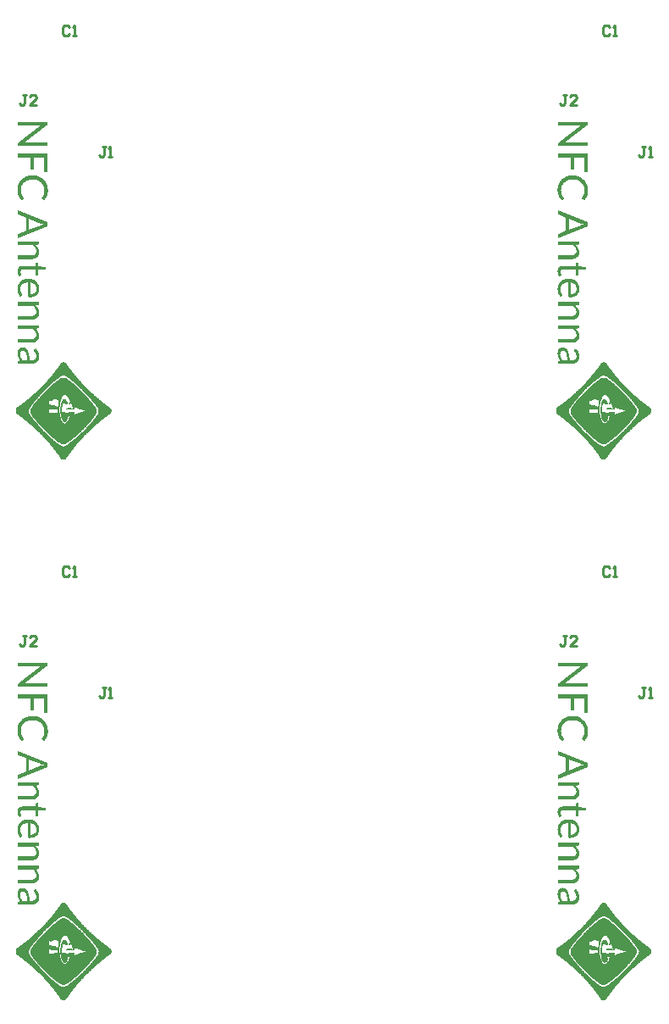
<source format=gto>
G04 Layer_Color=65535*
%FSLAX25Y25*%
%MOIN*%
G70*
G01*
G75*
%ADD12C,0.01000*%
%ADD17C,0.00100*%
G36*
X232224Y349574D02*
Y349556D01*
Y349537D01*
Y349446D01*
X232206Y349355D01*
X232170Y349264D01*
X232152Y349246D01*
X232115Y349191D01*
X232060Y349118D01*
X231951Y349027D01*
X223096Y342231D01*
X223133D01*
X223224Y342249D01*
X223351D01*
X223497Y342268D01*
X232224D01*
Y340865D01*
X220472D01*
Y341666D01*
Y341703D01*
Y341776D01*
X220491Y341885D01*
X220527Y341994D01*
X220545Y342013D01*
X220582Y342067D01*
X220655Y342140D01*
X220746Y342231D01*
X229601Y349027D01*
X229163D01*
X229072Y349009D01*
X220472D01*
Y350394D01*
X232224D01*
Y349574D01*
D02*
G37*
G36*
X19626D02*
Y349556D01*
Y349537D01*
Y349446D01*
X19608Y349355D01*
X19571Y349264D01*
X19553Y349246D01*
X19517Y349191D01*
X19462Y349118D01*
X19353Y349027D01*
X10498Y342231D01*
X10534D01*
X10625Y342249D01*
X10753D01*
X10898Y342268D01*
X19626D01*
Y340865D01*
X7874D01*
Y341666D01*
Y341703D01*
Y341776D01*
X7892Y341885D01*
X7929Y341994D01*
X7947Y342013D01*
X7983Y342067D01*
X8056Y342140D01*
X8147Y342231D01*
X17002Y349027D01*
X16565D01*
X16474Y349009D01*
X7874D01*
Y350394D01*
X19626D01*
Y349574D01*
D02*
G37*
G36*
X232224Y330771D02*
X230931D01*
Y336401D01*
X226813D01*
Y331591D01*
X225519D01*
Y336401D01*
X220472D01*
Y338004D01*
X232224D01*
Y330771D01*
D02*
G37*
G36*
X19626D02*
X18332D01*
Y336401D01*
X14215D01*
Y331591D01*
X12921D01*
Y336401D01*
X7874D01*
Y338004D01*
X19626D01*
Y330771D01*
D02*
G37*
G36*
X226686Y329404D02*
X226813D01*
X227141Y329368D01*
X227524Y329313D01*
X227924Y329240D01*
X228344Y329149D01*
X228763Y329003D01*
X228781D01*
X228817Y328985D01*
X228872Y328949D01*
X228945Y328930D01*
X229163Y328821D01*
X229418Y328694D01*
X229710Y328512D01*
X230038Y328311D01*
X230348Y328056D01*
X230657Y327783D01*
X230676Y327765D01*
X230694Y327746D01*
X230785Y327637D01*
X230931Y327473D01*
X231113Y327254D01*
X231313Y326981D01*
X231514Y326671D01*
X231714Y326307D01*
X231896Y325924D01*
Y325906D01*
X231915Y325870D01*
X231933Y325815D01*
X231969Y325724D01*
X232006Y325633D01*
X232042Y325505D01*
X232133Y325214D01*
X232206Y324849D01*
X232279Y324448D01*
X232334Y323993D01*
X232352Y323519D01*
Y323501D01*
Y323465D01*
Y323392D01*
Y323301D01*
X232334Y323191D01*
Y323064D01*
X232297Y322754D01*
X232243Y322408D01*
X232170Y322043D01*
X232079Y321661D01*
X231933Y321296D01*
Y321278D01*
X231915Y321260D01*
X231896Y321205D01*
X231860Y321132D01*
X231769Y320950D01*
X231641Y320732D01*
X231477Y320477D01*
X231295Y320185D01*
X231077Y319893D01*
X230821Y319620D01*
X230111Y320130D01*
X230093D01*
X230074Y320167D01*
X229983Y320258D01*
Y320276D01*
X229965Y320312D01*
X229947Y320385D01*
X229929Y320477D01*
Y320495D01*
X229947Y320549D01*
X229965Y320622D01*
X230001Y320713D01*
X230020Y320732D01*
X230056Y320786D01*
X230111Y320877D01*
X230184Y320987D01*
X230202Y321023D01*
X230257Y321096D01*
X230348Y321223D01*
X230439Y321369D01*
Y321388D01*
X230457Y321406D01*
X230512Y321515D01*
X230585Y321679D01*
X230676Y321898D01*
Y321916D01*
X230694Y321952D01*
X230712Y322025D01*
X230749Y322098D01*
X230785Y322207D01*
X230821Y322335D01*
X230876Y322608D01*
Y322626D01*
X230894Y322681D01*
X230912Y322754D01*
X230931Y322863D01*
Y323009D01*
X230949Y323155D01*
X230967Y323519D01*
Y323537D01*
Y323556D01*
Y323610D01*
Y323683D01*
X230949Y323865D01*
X230931Y324084D01*
X230894Y324357D01*
X230821Y324649D01*
X230749Y324959D01*
X230639Y325250D01*
X230621Y325287D01*
X230585Y325378D01*
X230512Y325523D01*
X230402Y325706D01*
X230275Y325924D01*
X230111Y326143D01*
X229929Y326380D01*
X229710Y326598D01*
X229692Y326617D01*
X229601Y326690D01*
X229473Y326799D01*
X229309Y326926D01*
X229090Y327072D01*
X228835Y327218D01*
X228562Y327364D01*
X228252Y327491D01*
X228234D01*
X228216Y327509D01*
X228107Y327546D01*
X227924Y327582D01*
X227688Y327637D01*
X227414Y327710D01*
X227086Y327746D01*
X226722Y327783D01*
X226339Y327801D01*
X226157D01*
X225939Y327783D01*
X225683Y327765D01*
X225374Y327728D01*
X225046Y327673D01*
X224699Y327601D01*
X224372Y327491D01*
X224353D01*
X224335Y327473D01*
X224226Y327436D01*
X224062Y327364D01*
X223861Y327254D01*
X223643Y327127D01*
X223388Y326981D01*
X223151Y326817D01*
X222914Y326617D01*
X222896Y326598D01*
X222823Y326525D01*
X222713Y326398D01*
X222586Y326252D01*
X222440Y326052D01*
X222294Y325833D01*
X222149Y325596D01*
X222021Y325323D01*
X222003Y325287D01*
X221967Y325195D01*
X221930Y325050D01*
X221875Y324849D01*
X221802Y324594D01*
X221766Y324339D01*
X221730Y324029D01*
X221711Y323720D01*
Y323701D01*
Y323628D01*
Y323537D01*
Y323410D01*
X221730Y323264D01*
Y323100D01*
X221766Y322790D01*
Y322772D01*
X221784Y322717D01*
Y322645D01*
X221802Y322535D01*
X221875Y322280D01*
X221948Y322007D01*
Y321989D01*
X221967Y321952D01*
X222003Y321879D01*
X222039Y321788D01*
X222149Y321570D01*
X222294Y321351D01*
X222313Y321333D01*
X222331Y321296D01*
X222367Y321242D01*
X222422Y321151D01*
X222586Y320950D01*
X222768Y320732D01*
X222786Y320713D01*
X222841Y320640D01*
X222878Y320549D01*
X222896Y320458D01*
Y320440D01*
X222878Y320367D01*
X222859Y320294D01*
X222786Y320221D01*
X222094Y319584D01*
X222058Y319620D01*
X221967Y319711D01*
X221802Y319875D01*
X221620Y320076D01*
X221420Y320331D01*
X221201Y320640D01*
X221001Y320968D01*
X220800Y321351D01*
Y321369D01*
X220782Y321406D01*
X220764Y321460D01*
X220727Y321533D01*
X220691Y321624D01*
X220655Y321752D01*
X220618Y321879D01*
X220582Y322043D01*
X220491Y322408D01*
X220418Y322827D01*
X220363Y323301D01*
X220345Y323829D01*
Y323847D01*
Y323884D01*
Y323956D01*
Y324048D01*
X220363Y324157D01*
Y324285D01*
X220400Y324594D01*
X220454Y324940D01*
X220527Y325323D01*
X220636Y325724D01*
X220782Y326125D01*
Y326143D01*
X220800Y326161D01*
X220837Y326216D01*
X220855Y326289D01*
X220964Y326489D01*
X221092Y326726D01*
X221274Y327017D01*
X221475Y327309D01*
X221730Y327601D01*
X222003Y327892D01*
X222021D01*
X222039Y327928D01*
X222149Y328019D01*
X222313Y328147D01*
X222531Y328311D01*
X222805Y328493D01*
X223133Y328676D01*
X223497Y328858D01*
X223898Y329022D01*
X223916D01*
X223953Y329040D01*
X224007Y329058D01*
X224098Y329076D01*
X224189Y329113D01*
X224317Y329149D01*
X224627Y329222D01*
X224991Y329295D01*
X225392Y329368D01*
X225847Y329404D01*
X226339Y329422D01*
X226558D01*
X226686Y329404D01*
D02*
G37*
G36*
X14087D02*
X14215D01*
X14543Y329368D01*
X14925Y329313D01*
X15326Y329240D01*
X15745Y329149D01*
X16164Y329003D01*
X16182D01*
X16219Y328985D01*
X16273Y328949D01*
X16346Y328930D01*
X16565Y328821D01*
X16820Y328694D01*
X17112Y328512D01*
X17439Y328311D01*
X17749Y328056D01*
X18059Y327783D01*
X18077Y327765D01*
X18095Y327746D01*
X18187Y327637D01*
X18332Y327473D01*
X18515Y327254D01*
X18715Y326981D01*
X18915Y326671D01*
X19116Y326307D01*
X19298Y325924D01*
Y325906D01*
X19316Y325870D01*
X19334Y325815D01*
X19371Y325724D01*
X19407Y325633D01*
X19444Y325505D01*
X19535Y325214D01*
X19608Y324849D01*
X19681Y324448D01*
X19735Y323993D01*
X19753Y323519D01*
Y323501D01*
Y323465D01*
Y323392D01*
Y323301D01*
X19735Y323191D01*
Y323064D01*
X19699Y322754D01*
X19644Y322408D01*
X19571Y322043D01*
X19480Y321661D01*
X19334Y321296D01*
Y321278D01*
X19316Y321260D01*
X19298Y321205D01*
X19262Y321132D01*
X19170Y320950D01*
X19043Y320732D01*
X18879Y320477D01*
X18697Y320185D01*
X18478Y319893D01*
X18223Y319620D01*
X17512Y320130D01*
X17494D01*
X17476Y320167D01*
X17385Y320258D01*
Y320276D01*
X17367Y320312D01*
X17348Y320385D01*
X17330Y320477D01*
Y320495D01*
X17348Y320549D01*
X17367Y320622D01*
X17403Y320713D01*
X17421Y320732D01*
X17458Y320786D01*
X17512Y320877D01*
X17585Y320987D01*
X17604Y321023D01*
X17658Y321096D01*
X17749Y321223D01*
X17840Y321369D01*
Y321388D01*
X17859Y321406D01*
X17913Y321515D01*
X17986Y321679D01*
X18077Y321898D01*
Y321916D01*
X18095Y321952D01*
X18114Y322025D01*
X18150Y322098D01*
X18187Y322207D01*
X18223Y322335D01*
X18278Y322608D01*
Y322626D01*
X18296Y322681D01*
X18314Y322754D01*
X18332Y322863D01*
Y323009D01*
X18350Y323155D01*
X18369Y323519D01*
Y323537D01*
Y323556D01*
Y323610D01*
Y323683D01*
X18350Y323865D01*
X18332Y324084D01*
X18296Y324357D01*
X18223Y324649D01*
X18150Y324959D01*
X18041Y325250D01*
X18023Y325287D01*
X17986Y325378D01*
X17913Y325523D01*
X17804Y325706D01*
X17676Y325924D01*
X17512Y326143D01*
X17330Y326380D01*
X17112Y326598D01*
X17093Y326617D01*
X17002Y326690D01*
X16875Y326799D01*
X16711Y326926D01*
X16492Y327072D01*
X16237Y327218D01*
X15964Y327364D01*
X15654Y327491D01*
X15636D01*
X15618Y327509D01*
X15508Y327546D01*
X15326Y327582D01*
X15089Y327637D01*
X14816Y327710D01*
X14488Y327746D01*
X14123Y327783D01*
X13741Y327801D01*
X13559D01*
X13340Y327783D01*
X13085Y327765D01*
X12775Y327728D01*
X12447Y327673D01*
X12101Y327601D01*
X11773Y327491D01*
X11755D01*
X11737Y327473D01*
X11627Y327436D01*
X11463Y327364D01*
X11263Y327254D01*
X11044Y327127D01*
X10789Y326981D01*
X10552Y326817D01*
X10316Y326617D01*
X10297Y326598D01*
X10224Y326525D01*
X10115Y326398D01*
X9988Y326252D01*
X9842Y326052D01*
X9696Y325833D01*
X9550Y325596D01*
X9423Y325323D01*
X9404Y325287D01*
X9368Y325195D01*
X9332Y325050D01*
X9277Y324849D01*
X9204Y324594D01*
X9168Y324339D01*
X9131Y324029D01*
X9113Y323720D01*
Y323701D01*
Y323628D01*
Y323537D01*
Y323410D01*
X9131Y323264D01*
Y323100D01*
X9168Y322790D01*
Y322772D01*
X9186Y322717D01*
Y322645D01*
X9204Y322535D01*
X9277Y322280D01*
X9350Y322007D01*
Y321989D01*
X9368Y321952D01*
X9404Y321879D01*
X9441Y321788D01*
X9550Y321570D01*
X9696Y321351D01*
X9714Y321333D01*
X9732Y321296D01*
X9769Y321242D01*
X9824Y321151D01*
X9988Y320950D01*
X10170Y320732D01*
X10188Y320713D01*
X10243Y320640D01*
X10279Y320549D01*
X10297Y320458D01*
Y320440D01*
X10279Y320367D01*
X10261Y320294D01*
X10188Y320221D01*
X9496Y319584D01*
X9459Y319620D01*
X9368Y319711D01*
X9204Y319875D01*
X9022Y320076D01*
X8822Y320331D01*
X8603Y320640D01*
X8402Y320968D01*
X8202Y321351D01*
Y321369D01*
X8184Y321406D01*
X8166Y321460D01*
X8129Y321533D01*
X8093Y321624D01*
X8056Y321752D01*
X8020Y321879D01*
X7983Y322043D01*
X7892Y322408D01*
X7819Y322827D01*
X7765Y323301D01*
X7746Y323829D01*
Y323847D01*
Y323884D01*
Y323956D01*
Y324048D01*
X7765Y324157D01*
Y324285D01*
X7801Y324594D01*
X7856Y324940D01*
X7929Y325323D01*
X8038Y325724D01*
X8184Y326125D01*
Y326143D01*
X8202Y326161D01*
X8238Y326216D01*
X8257Y326289D01*
X8366Y326489D01*
X8494Y326726D01*
X8676Y327017D01*
X8876Y327309D01*
X9131Y327601D01*
X9404Y327892D01*
X9423D01*
X9441Y327928D01*
X9550Y328019D01*
X9714Y328147D01*
X9933Y328311D01*
X10206Y328493D01*
X10534Y328676D01*
X10898Y328858D01*
X11299Y329022D01*
X11318D01*
X11354Y329040D01*
X11409Y329058D01*
X11500Y329076D01*
X11591Y329113D01*
X11718Y329149D01*
X12028Y329222D01*
X12393Y329295D01*
X12793Y329368D01*
X13249Y329404D01*
X13741Y329422D01*
X13960D01*
X14087Y329404D01*
D02*
G37*
G36*
X232206Y310966D02*
Y309344D01*
X220472Y304661D01*
Y305882D01*
Y305919D01*
X220491Y306010D01*
X220509Y306119D01*
X220564Y306228D01*
X220582Y306247D01*
X220636Y306301D01*
X220727Y306374D01*
X220837Y306429D01*
X223679Y307522D01*
Y312788D01*
X220837Y313899D01*
X220819Y313917D01*
X220746Y313935D01*
X220673Y314008D01*
X220582Y314100D01*
X220564Y314118D01*
X220527Y314191D01*
X220491Y314300D01*
X220472Y314427D01*
Y315666D01*
X232206Y310966D01*
D02*
G37*
G36*
X19608D02*
Y309344D01*
X7874Y304661D01*
Y305882D01*
Y305919D01*
X7892Y306010D01*
X7910Y306119D01*
X7965Y306228D01*
X7983Y306247D01*
X8038Y306301D01*
X8129Y306374D01*
X8238Y306429D01*
X11081Y307522D01*
Y312788D01*
X8238Y313899D01*
X8220Y313917D01*
X8147Y313935D01*
X8074Y314008D01*
X7983Y314100D01*
X7965Y314118D01*
X7929Y314191D01*
X7892Y314300D01*
X7874Y314427D01*
Y315666D01*
X19608Y310966D01*
D02*
G37*
G36*
X228781Y302530D02*
Y302512D01*
Y302475D01*
X228744Y302366D01*
X228690Y302293D01*
X228635Y302238D01*
X228544Y302165D01*
X228435Y302129D01*
X227451Y302020D01*
X227487Y302001D01*
X227560Y301928D01*
X227688Y301819D01*
X227833Y301655D01*
X227997Y301491D01*
X228180Y301273D01*
X228344Y301054D01*
X228507Y300817D01*
X228526Y300781D01*
X228562Y300690D01*
X228635Y300562D01*
X228708Y300362D01*
X228781Y300143D01*
X228854Y299870D01*
X228890Y299578D01*
X228908Y299268D01*
Y299232D01*
Y299159D01*
X228890Y299031D01*
X228872Y298868D01*
X228854Y298685D01*
X228817Y298485D01*
X228744Y298266D01*
X228672Y298066D01*
X228653Y298048D01*
X228635Y297975D01*
X228580Y297884D01*
X228507Y297756D01*
X228416Y297629D01*
X228307Y297465D01*
X228180Y297319D01*
X228034Y297191D01*
X228015Y297173D01*
X227961Y297137D01*
X227870Y297064D01*
X227760Y296991D01*
X227596Y296918D01*
X227432Y296827D01*
X227250Y296736D01*
X227032Y296663D01*
X227013D01*
X226922Y296626D01*
X226813Y296608D01*
X226649Y296572D01*
X226467Y296535D01*
X226248Y296517D01*
X226011Y296481D01*
X220472D01*
Y297957D01*
X225902D01*
X226084Y297975D01*
X226285Y298011D01*
X226521Y298066D01*
X226758Y298139D01*
X226995Y298248D01*
X227214Y298394D01*
X227232Y298412D01*
X227305Y298467D01*
X227378Y298576D01*
X227487Y298704D01*
X227578Y298886D01*
X227669Y299123D01*
X227724Y299378D01*
X227742Y299687D01*
Y299724D01*
Y299797D01*
X227724Y299924D01*
X227706Y300088D01*
X227651Y300271D01*
X227596Y300471D01*
X227505Y300690D01*
X227396Y300908D01*
X227378Y300926D01*
X227341Y300999D01*
X227269Y301109D01*
X227159Y301254D01*
X227032Y301418D01*
X226868Y301582D01*
X226686Y301764D01*
X226485Y301947D01*
X220472D01*
Y303404D01*
X228781D01*
Y302530D01*
D02*
G37*
G36*
X16182D02*
Y302512D01*
Y302475D01*
X16146Y302366D01*
X16091Y302293D01*
X16037Y302238D01*
X15946Y302165D01*
X15836Y302129D01*
X14852Y302020D01*
X14889Y302001D01*
X14962Y301928D01*
X15089Y301819D01*
X15235Y301655D01*
X15399Y301491D01*
X15581Y301273D01*
X15745Y301054D01*
X15909Y300817D01*
X15927Y300781D01*
X15964Y300690D01*
X16037Y300562D01*
X16109Y300362D01*
X16182Y300143D01*
X16255Y299870D01*
X16292Y299578D01*
X16310Y299268D01*
Y299232D01*
Y299159D01*
X16292Y299031D01*
X16273Y298868D01*
X16255Y298685D01*
X16219Y298485D01*
X16146Y298266D01*
X16073Y298066D01*
X16055Y298048D01*
X16037Y297975D01*
X15982Y297884D01*
X15909Y297756D01*
X15818Y297629D01*
X15709Y297465D01*
X15581Y297319D01*
X15435Y297191D01*
X15417Y297173D01*
X15362Y297137D01*
X15271Y297064D01*
X15162Y296991D01*
X14998Y296918D01*
X14834Y296827D01*
X14652Y296736D01*
X14433Y296663D01*
X14415D01*
X14324Y296626D01*
X14215Y296608D01*
X14051Y296572D01*
X13868Y296535D01*
X13650Y296517D01*
X13413Y296481D01*
X7874D01*
Y297957D01*
X13304D01*
X13486Y297975D01*
X13686Y298011D01*
X13923Y298066D01*
X14160Y298139D01*
X14397Y298248D01*
X14615Y298394D01*
X14634Y298412D01*
X14706Y298467D01*
X14779Y298576D01*
X14889Y298704D01*
X14980Y298886D01*
X15071Y299123D01*
X15126Y299378D01*
X15144Y299687D01*
Y299724D01*
Y299797D01*
X15126Y299924D01*
X15107Y300088D01*
X15053Y300271D01*
X14998Y300471D01*
X14907Y300690D01*
X14798Y300908D01*
X14779Y300926D01*
X14743Y300999D01*
X14670Y301109D01*
X14561Y301254D01*
X14433Y301418D01*
X14269Y301582D01*
X14087Y301764D01*
X13887Y301947D01*
X7874D01*
Y303404D01*
X16182D01*
Y302530D01*
D02*
G37*
G36*
X228617Y293766D02*
X231186Y293438D01*
X231204D01*
X231259Y293420D01*
X231332Y293383D01*
X231386Y293329D01*
X231404Y293310D01*
X231441Y293256D01*
X231459Y293183D01*
X231477Y293092D01*
Y292363D01*
X228617D01*
Y289976D01*
X227560D01*
Y292363D01*
X222477D01*
X222386Y292345D01*
X222276Y292327D01*
X222021Y292254D01*
X221894Y292199D01*
X221784Y292108D01*
X221766Y292090D01*
X221748Y292053D01*
X221711Y291999D01*
X221675Y291926D01*
X221620Y291835D01*
X221584Y291725D01*
X221566Y291598D01*
X221547Y291452D01*
Y291434D01*
Y291416D01*
Y291306D01*
X221566Y291179D01*
X221602Y291051D01*
X221620Y291015D01*
X221638Y290960D01*
X221675Y290851D01*
X221730Y290760D01*
X221748Y290741D01*
X221766Y290687D01*
X221821Y290614D01*
X221857Y290559D01*
X221875Y290541D01*
X221894Y290505D01*
X221912Y290450D01*
X221930Y290395D01*
Y290377D01*
X221912Y290322D01*
X221875Y290268D01*
X221784Y290195D01*
X221092Y289757D01*
X221074Y289776D01*
X221037Y289830D01*
X220964Y289903D01*
X220891Y290013D01*
X220800Y290158D01*
X220709Y290304D01*
X220618Y290486D01*
X220545Y290687D01*
Y290705D01*
X220509Y290778D01*
X220491Y290887D01*
X220454Y291015D01*
X220418Y291179D01*
X220381Y291379D01*
X220363Y291561D01*
X220345Y291780D01*
Y291798D01*
Y291816D01*
Y291871D01*
X220363Y291944D01*
X220381Y292126D01*
X220418Y292345D01*
X220472Y292582D01*
X220582Y292837D01*
X220709Y293074D01*
X220891Y293292D01*
X220910Y293310D01*
X221001Y293365D01*
X221128Y293456D01*
X221292Y293547D01*
X221511Y293657D01*
X221784Y293729D01*
X222112Y293802D01*
X222477Y293821D01*
X227560D01*
Y294823D01*
Y294841D01*
X227578Y294896D01*
X227596Y294969D01*
X227633Y295041D01*
X227651Y295060D01*
X227688Y295078D01*
X227760Y295114D01*
X227870Y295132D01*
X228435D01*
X228617Y293766D01*
D02*
G37*
G36*
X16018D02*
X18587Y293438D01*
X18606D01*
X18660Y293420D01*
X18733Y293383D01*
X18788Y293329D01*
X18806Y293310D01*
X18843Y293256D01*
X18861Y293183D01*
X18879Y293092D01*
Y292363D01*
X16018D01*
Y289976D01*
X14962D01*
Y292363D01*
X9878D01*
X9787Y292345D01*
X9678Y292327D01*
X9423Y292254D01*
X9295Y292199D01*
X9186Y292108D01*
X9168Y292090D01*
X9149Y292053D01*
X9113Y291999D01*
X9076Y291926D01*
X9022Y291835D01*
X8985Y291725D01*
X8967Y291598D01*
X8949Y291452D01*
Y291434D01*
Y291416D01*
Y291306D01*
X8967Y291179D01*
X9004Y291051D01*
X9022Y291015D01*
X9040Y290960D01*
X9076Y290851D01*
X9131Y290760D01*
X9149Y290741D01*
X9168Y290687D01*
X9222Y290614D01*
X9259Y290559D01*
X9277Y290541D01*
X9295Y290505D01*
X9313Y290450D01*
X9332Y290395D01*
Y290377D01*
X9313Y290322D01*
X9277Y290268D01*
X9186Y290195D01*
X8494Y289757D01*
X8475Y289776D01*
X8439Y289830D01*
X8366Y289903D01*
X8293Y290013D01*
X8202Y290158D01*
X8111Y290304D01*
X8020Y290486D01*
X7947Y290687D01*
Y290705D01*
X7910Y290778D01*
X7892Y290887D01*
X7856Y291015D01*
X7819Y291179D01*
X7783Y291379D01*
X7765Y291561D01*
X7746Y291780D01*
Y291798D01*
Y291816D01*
Y291871D01*
X7765Y291944D01*
X7783Y292126D01*
X7819Y292345D01*
X7874Y292582D01*
X7983Y292837D01*
X8111Y293074D01*
X8293Y293292D01*
X8311Y293310D01*
X8402Y293365D01*
X8530Y293456D01*
X8694Y293547D01*
X8913Y293657D01*
X9186Y293729D01*
X9514Y293802D01*
X9878Y293821D01*
X14962D01*
Y294823D01*
Y294841D01*
X14980Y294896D01*
X14998Y294969D01*
X15034Y295041D01*
X15053Y295060D01*
X15089Y295078D01*
X15162Y295114D01*
X15271Y295132D01*
X15836D01*
X16018Y293766D01*
D02*
G37*
G36*
X225100Y288737D02*
X225319Y288719D01*
X225556Y288701D01*
X225829Y288646D01*
X226102Y288592D01*
X226394Y288500D01*
X226430Y288482D01*
X226521Y288446D01*
X226667Y288391D01*
X226849Y288300D01*
X227050Y288191D01*
X227269Y288063D01*
X227487Y287917D01*
X227706Y287735D01*
X227724Y287717D01*
X227797Y287644D01*
X227906Y287535D01*
X228034Y287389D01*
X228161Y287207D01*
X228307Y287006D01*
X228453Y286770D01*
X228580Y286514D01*
X228599Y286478D01*
X228635Y286387D01*
X228690Y286241D01*
X228744Y286041D01*
X228799Y285786D01*
X228854Y285512D01*
X228890Y285203D01*
X228908Y284875D01*
Y284838D01*
Y284747D01*
X228890Y284601D01*
X228872Y284419D01*
X228854Y284219D01*
X228799Y283982D01*
X228744Y283745D01*
X228653Y283508D01*
X228635Y283472D01*
X228599Y283399D01*
X228544Y283289D01*
X228471Y283125D01*
X228362Y282962D01*
X228234Y282779D01*
X228088Y282597D01*
X227924Y282415D01*
X227906Y282397D01*
X227833Y282342D01*
X227742Y282251D01*
X227596Y282160D01*
X227432Y282032D01*
X227232Y281923D01*
X227013Y281814D01*
X226758Y281704D01*
X226722Y281686D01*
X226631Y281668D01*
X226485Y281613D01*
X226303Y281559D01*
X226066Y281522D01*
X225811Y281468D01*
X225519Y281449D01*
X225191Y281431D01*
X225009D01*
X224845Y281468D01*
X224791Y281486D01*
X224736Y281504D01*
X224718Y281522D01*
X224681Y281559D01*
X224645Y281650D01*
X224627Y281795D01*
Y287316D01*
X224499D01*
X224335Y287298D01*
X224153Y287280D01*
X223934Y287261D01*
X223697Y287207D01*
X223461Y287170D01*
X223242Y287097D01*
X223224Y287079D01*
X223151Y287061D01*
X223042Y287024D01*
X222896Y286952D01*
X222750Y286879D01*
X222586Y286788D01*
X222258Y286569D01*
X222240Y286551D01*
X222203Y286514D01*
X222130Y286441D01*
X222039Y286332D01*
X221948Y286223D01*
X221857Y286077D01*
X221675Y285749D01*
Y285731D01*
X221638Y285658D01*
X221620Y285567D01*
X221584Y285421D01*
X221547Y285275D01*
X221529Y285093D01*
X221493Y284674D01*
Y284656D01*
Y284583D01*
Y284474D01*
X221511Y284346D01*
X221529Y284201D01*
X221547Y284036D01*
X221620Y283727D01*
Y283709D01*
X221638Y283654D01*
X221675Y283581D01*
X221711Y283490D01*
X221784Y283271D01*
X221894Y283053D01*
Y283034D01*
X221912Y282998D01*
X221985Y282889D01*
X222076Y282725D01*
X222167Y282579D01*
Y282561D01*
X222185Y282542D01*
X222240Y282451D01*
X222276Y282342D01*
X222294Y282233D01*
Y282196D01*
X222276Y282123D01*
X222240Y282032D01*
X222167Y281959D01*
X221620Y281540D01*
X221602Y281559D01*
X221566Y281595D01*
X221511Y281650D01*
X221420Y281722D01*
X221238Y281923D01*
X221056Y282196D01*
X221037Y282214D01*
X221019Y282251D01*
X220964Y282342D01*
X220910Y282433D01*
X220855Y282542D01*
X220782Y282688D01*
X220655Y282998D01*
Y283016D01*
X220636Y283071D01*
X220600Y283162D01*
X220582Y283271D01*
X220545Y283399D01*
X220509Y283563D01*
X220436Y283891D01*
Y283909D01*
X220418Y283964D01*
Y284055D01*
X220400Y284182D01*
X220381Y284310D01*
Y284474D01*
X220363Y284802D01*
Y284820D01*
Y284838D01*
Y284947D01*
X220381Y285111D01*
X220400Y285312D01*
X220436Y285567D01*
X220472Y285822D01*
X220545Y286114D01*
X220636Y286387D01*
X220655Y286423D01*
X220691Y286514D01*
X220764Y286642D01*
X220855Y286824D01*
X220983Y287006D01*
X221128Y287225D01*
X221292Y287444D01*
X221493Y287644D01*
X221511Y287662D01*
X221602Y287735D01*
X221711Y287826D01*
X221875Y287936D01*
X222076Y288081D01*
X222313Y288209D01*
X222586Y288336D01*
X222878Y288464D01*
X222896D01*
X222914Y288482D01*
X223023Y288500D01*
X223205Y288555D01*
X223424Y288610D01*
X223716Y288664D01*
X224044Y288701D01*
X224408Y288737D01*
X224791Y288755D01*
X224936D01*
X225100Y288737D01*
D02*
G37*
G36*
X12502D02*
X12720Y288719D01*
X12957Y288701D01*
X13231Y288646D01*
X13504Y288592D01*
X13795Y288500D01*
X13832Y288482D01*
X13923Y288446D01*
X14069Y288391D01*
X14251Y288300D01*
X14451Y288191D01*
X14670Y288063D01*
X14889Y287917D01*
X15107Y287735D01*
X15126Y287717D01*
X15199Y287644D01*
X15308Y287535D01*
X15435Y287389D01*
X15563Y287207D01*
X15709Y287006D01*
X15854Y286770D01*
X15982Y286514D01*
X16000Y286478D01*
X16037Y286387D01*
X16091Y286241D01*
X16146Y286041D01*
X16201Y285786D01*
X16255Y285512D01*
X16292Y285203D01*
X16310Y284875D01*
Y284838D01*
Y284747D01*
X16292Y284601D01*
X16273Y284419D01*
X16255Y284219D01*
X16201Y283982D01*
X16146Y283745D01*
X16055Y283508D01*
X16037Y283472D01*
X16000Y283399D01*
X15946Y283289D01*
X15873Y283125D01*
X15763Y282962D01*
X15636Y282779D01*
X15490Y282597D01*
X15326Y282415D01*
X15308Y282397D01*
X15235Y282342D01*
X15144Y282251D01*
X14998Y282160D01*
X14834Y282032D01*
X14634Y281923D01*
X14415Y281814D01*
X14160Y281704D01*
X14123Y281686D01*
X14032Y281668D01*
X13887Y281613D01*
X13704Y281559D01*
X13468Y281522D01*
X13213Y281468D01*
X12921Y281449D01*
X12593Y281431D01*
X12411D01*
X12247Y281468D01*
X12192Y281486D01*
X12138Y281504D01*
X12119Y281522D01*
X12083Y281559D01*
X12046Y281650D01*
X12028Y281795D01*
Y287316D01*
X11901D01*
X11737Y287298D01*
X11554Y287280D01*
X11336Y287261D01*
X11099Y287207D01*
X10862Y287170D01*
X10644Y287097D01*
X10625Y287079D01*
X10552Y287061D01*
X10443Y287024D01*
X10297Y286952D01*
X10152Y286879D01*
X9988Y286788D01*
X9660Y286569D01*
X9641Y286551D01*
X9605Y286514D01*
X9532Y286441D01*
X9441Y286332D01*
X9350Y286223D01*
X9259Y286077D01*
X9076Y285749D01*
Y285731D01*
X9040Y285658D01*
X9022Y285567D01*
X8985Y285421D01*
X8949Y285275D01*
X8931Y285093D01*
X8894Y284674D01*
Y284656D01*
Y284583D01*
Y284474D01*
X8913Y284346D01*
X8931Y284201D01*
X8949Y284036D01*
X9022Y283727D01*
Y283709D01*
X9040Y283654D01*
X9076Y283581D01*
X9113Y283490D01*
X9186Y283271D01*
X9295Y283053D01*
Y283034D01*
X9313Y282998D01*
X9386Y282889D01*
X9477Y282725D01*
X9568Y282579D01*
Y282561D01*
X9587Y282542D01*
X9641Y282451D01*
X9678Y282342D01*
X9696Y282233D01*
Y282196D01*
X9678Y282123D01*
X9641Y282032D01*
X9568Y281959D01*
X9022Y281540D01*
X9004Y281559D01*
X8967Y281595D01*
X8913Y281650D01*
X8822Y281722D01*
X8639Y281923D01*
X8457Y282196D01*
X8439Y282214D01*
X8421Y282251D01*
X8366Y282342D01*
X8311Y282433D01*
X8257Y282542D01*
X8184Y282688D01*
X8056Y282998D01*
Y283016D01*
X8038Y283071D01*
X8002Y283162D01*
X7983Y283271D01*
X7947Y283399D01*
X7910Y283563D01*
X7838Y283891D01*
Y283909D01*
X7819Y283964D01*
Y284055D01*
X7801Y284182D01*
X7783Y284310D01*
Y284474D01*
X7765Y284802D01*
Y284820D01*
Y284838D01*
Y284947D01*
X7783Y285111D01*
X7801Y285312D01*
X7838Y285567D01*
X7874Y285822D01*
X7947Y286114D01*
X8038Y286387D01*
X8056Y286423D01*
X8093Y286514D01*
X8166Y286642D01*
X8257Y286824D01*
X8384Y287006D01*
X8530Y287225D01*
X8694Y287444D01*
X8894Y287644D01*
X8913Y287662D01*
X9004Y287735D01*
X9113Y287826D01*
X9277Y287936D01*
X9477Y288081D01*
X9714Y288209D01*
X9988Y288336D01*
X10279Y288464D01*
X10297D01*
X10316Y288482D01*
X10425Y288500D01*
X10607Y288555D01*
X10826Y288610D01*
X11117Y288664D01*
X11445Y288701D01*
X11810Y288737D01*
X12192Y288755D01*
X12338D01*
X12502Y288737D01*
D02*
G37*
G36*
X228781Y278698D02*
Y278680D01*
Y278643D01*
X228744Y278534D01*
X228690Y278461D01*
X228635Y278407D01*
X228544Y278334D01*
X228435Y278297D01*
X227451Y278188D01*
X227487Y278170D01*
X227560Y278097D01*
X227688Y277987D01*
X227833Y277823D01*
X227997Y277660D01*
X228180Y277441D01*
X228344Y277222D01*
X228507Y276985D01*
X228526Y276949D01*
X228562Y276858D01*
X228635Y276730D01*
X228708Y276530D01*
X228781Y276311D01*
X228854Y276038D01*
X228890Y275746D01*
X228908Y275437D01*
Y275400D01*
Y275327D01*
X228890Y275200D01*
X228872Y275036D01*
X228854Y274854D01*
X228817Y274653D01*
X228744Y274434D01*
X228672Y274234D01*
X228653Y274216D01*
X228635Y274143D01*
X228580Y274052D01*
X228507Y273924D01*
X228416Y273797D01*
X228307Y273633D01*
X228180Y273487D01*
X228034Y273359D01*
X228015Y273341D01*
X227961Y273305D01*
X227870Y273232D01*
X227760Y273159D01*
X227596Y273086D01*
X227432Y272995D01*
X227250Y272904D01*
X227032Y272831D01*
X227013D01*
X226922Y272795D01*
X226813Y272777D01*
X226649Y272740D01*
X226467Y272704D01*
X226248Y272685D01*
X226011Y272649D01*
X220472D01*
Y274125D01*
X225902D01*
X226084Y274143D01*
X226285Y274179D01*
X226521Y274234D01*
X226758Y274307D01*
X226995Y274416D01*
X227214Y274562D01*
X227232Y274580D01*
X227305Y274635D01*
X227378Y274744D01*
X227487Y274872D01*
X227578Y275054D01*
X227669Y275291D01*
X227724Y275546D01*
X227742Y275856D01*
Y275892D01*
Y275965D01*
X227724Y276093D01*
X227706Y276256D01*
X227651Y276439D01*
X227596Y276639D01*
X227505Y276858D01*
X227396Y277076D01*
X227378Y277095D01*
X227341Y277168D01*
X227269Y277277D01*
X227159Y277423D01*
X227032Y277587D01*
X226868Y277751D01*
X226686Y277933D01*
X226485Y278115D01*
X220472D01*
Y279573D01*
X228781D01*
Y278698D01*
D02*
G37*
G36*
X16182D02*
Y278680D01*
Y278643D01*
X16146Y278534D01*
X16091Y278461D01*
X16037Y278407D01*
X15946Y278334D01*
X15836Y278297D01*
X14852Y278188D01*
X14889Y278170D01*
X14962Y278097D01*
X15089Y277987D01*
X15235Y277823D01*
X15399Y277660D01*
X15581Y277441D01*
X15745Y277222D01*
X15909Y276985D01*
X15927Y276949D01*
X15964Y276858D01*
X16037Y276730D01*
X16109Y276530D01*
X16182Y276311D01*
X16255Y276038D01*
X16292Y275746D01*
X16310Y275437D01*
Y275400D01*
Y275327D01*
X16292Y275200D01*
X16273Y275036D01*
X16255Y274854D01*
X16219Y274653D01*
X16146Y274434D01*
X16073Y274234D01*
X16055Y274216D01*
X16037Y274143D01*
X15982Y274052D01*
X15909Y273924D01*
X15818Y273797D01*
X15709Y273633D01*
X15581Y273487D01*
X15435Y273359D01*
X15417Y273341D01*
X15362Y273305D01*
X15271Y273232D01*
X15162Y273159D01*
X14998Y273086D01*
X14834Y272995D01*
X14652Y272904D01*
X14433Y272831D01*
X14415D01*
X14324Y272795D01*
X14215Y272777D01*
X14051Y272740D01*
X13868Y272704D01*
X13650Y272685D01*
X13413Y272649D01*
X7874D01*
Y274125D01*
X13304D01*
X13486Y274143D01*
X13686Y274179D01*
X13923Y274234D01*
X14160Y274307D01*
X14397Y274416D01*
X14615Y274562D01*
X14634Y274580D01*
X14706Y274635D01*
X14779Y274744D01*
X14889Y274872D01*
X14980Y275054D01*
X15071Y275291D01*
X15126Y275546D01*
X15144Y275856D01*
Y275892D01*
Y275965D01*
X15126Y276093D01*
X15107Y276256D01*
X15053Y276439D01*
X14998Y276639D01*
X14907Y276858D01*
X14798Y277076D01*
X14779Y277095D01*
X14743Y277168D01*
X14670Y277277D01*
X14561Y277423D01*
X14433Y277587D01*
X14269Y277751D01*
X14087Y277933D01*
X13887Y278115D01*
X7874D01*
Y279573D01*
X16182D01*
Y278698D01*
D02*
G37*
G36*
X228781Y269588D02*
Y269570D01*
Y269533D01*
X228744Y269424D01*
X228690Y269351D01*
X228635Y269297D01*
X228544Y269224D01*
X228435Y269187D01*
X227451Y269078D01*
X227487Y269060D01*
X227560Y268987D01*
X227688Y268877D01*
X227833Y268713D01*
X227997Y268549D01*
X228180Y268331D01*
X228344Y268112D01*
X228507Y267875D01*
X228526Y267839D01*
X228562Y267748D01*
X228635Y267620D01*
X228708Y267420D01*
X228781Y267201D01*
X228854Y266928D01*
X228890Y266636D01*
X228908Y266327D01*
Y266290D01*
Y266217D01*
X228890Y266090D01*
X228872Y265926D01*
X228854Y265744D01*
X228817Y265543D01*
X228744Y265324D01*
X228672Y265124D01*
X228653Y265106D01*
X228635Y265033D01*
X228580Y264942D01*
X228507Y264814D01*
X228416Y264687D01*
X228307Y264523D01*
X228180Y264377D01*
X228034Y264249D01*
X228015Y264231D01*
X227961Y264195D01*
X227870Y264122D01*
X227760Y264049D01*
X227596Y263976D01*
X227432Y263885D01*
X227250Y263794D01*
X227032Y263721D01*
X227013D01*
X226922Y263685D01*
X226813Y263667D01*
X226649Y263630D01*
X226467Y263594D01*
X226248Y263575D01*
X226011Y263539D01*
X220472D01*
Y265015D01*
X225902D01*
X226084Y265033D01*
X226285Y265070D01*
X226521Y265124D01*
X226758Y265197D01*
X226995Y265306D01*
X227214Y265452D01*
X227232Y265470D01*
X227305Y265525D01*
X227378Y265634D01*
X227487Y265762D01*
X227578Y265944D01*
X227669Y266181D01*
X227724Y266436D01*
X227742Y266746D01*
Y266782D01*
Y266855D01*
X227724Y266983D01*
X227706Y267146D01*
X227651Y267329D01*
X227596Y267529D01*
X227505Y267748D01*
X227396Y267966D01*
X227378Y267985D01*
X227341Y268057D01*
X227269Y268167D01*
X227159Y268313D01*
X227032Y268477D01*
X226868Y268641D01*
X226686Y268823D01*
X226485Y269005D01*
X220472D01*
Y270463D01*
X228781D01*
Y269588D01*
D02*
G37*
G36*
X16182D02*
Y269570D01*
Y269533D01*
X16146Y269424D01*
X16091Y269351D01*
X16037Y269297D01*
X15946Y269224D01*
X15836Y269187D01*
X14852Y269078D01*
X14889Y269060D01*
X14962Y268987D01*
X15089Y268877D01*
X15235Y268713D01*
X15399Y268549D01*
X15581Y268331D01*
X15745Y268112D01*
X15909Y267875D01*
X15927Y267839D01*
X15964Y267748D01*
X16037Y267620D01*
X16109Y267420D01*
X16182Y267201D01*
X16255Y266928D01*
X16292Y266636D01*
X16310Y266327D01*
Y266290D01*
Y266217D01*
X16292Y266090D01*
X16273Y265926D01*
X16255Y265744D01*
X16219Y265543D01*
X16146Y265324D01*
X16073Y265124D01*
X16055Y265106D01*
X16037Y265033D01*
X15982Y264942D01*
X15909Y264814D01*
X15818Y264687D01*
X15709Y264523D01*
X15581Y264377D01*
X15435Y264249D01*
X15417Y264231D01*
X15362Y264195D01*
X15271Y264122D01*
X15162Y264049D01*
X14998Y263976D01*
X14834Y263885D01*
X14652Y263794D01*
X14433Y263721D01*
X14415D01*
X14324Y263685D01*
X14215Y263667D01*
X14051Y263630D01*
X13868Y263594D01*
X13650Y263575D01*
X13413Y263539D01*
X7874D01*
Y265015D01*
X13304D01*
X13486Y265033D01*
X13686Y265070D01*
X13923Y265124D01*
X14160Y265197D01*
X14397Y265306D01*
X14615Y265452D01*
X14634Y265470D01*
X14706Y265525D01*
X14779Y265634D01*
X14889Y265762D01*
X14980Y265944D01*
X15071Y266181D01*
X15126Y266436D01*
X15144Y266746D01*
Y266782D01*
Y266855D01*
X15126Y266983D01*
X15107Y267146D01*
X15053Y267329D01*
X14998Y267529D01*
X14907Y267748D01*
X14798Y267966D01*
X14779Y267985D01*
X14743Y268057D01*
X14670Y268167D01*
X14561Y268313D01*
X14433Y268477D01*
X14269Y268641D01*
X14087Y268823D01*
X13887Y269005D01*
X7874D01*
Y270463D01*
X16182D01*
Y269588D01*
D02*
G37*
G36*
X222732Y261772D02*
X222859Y261753D01*
X223005Y261717D01*
X223151Y261681D01*
X223333Y261608D01*
X223497Y261517D01*
X223515Y261498D01*
X223570Y261462D01*
X223661Y261389D01*
X223770Y261298D01*
X223898Y261189D01*
X224025Y261025D01*
X224171Y260861D01*
X224299Y260642D01*
X224317Y260606D01*
X224353Y260533D01*
X224426Y260405D01*
X224517Y260223D01*
X224608Y259986D01*
X224699Y259731D01*
X224791Y259421D01*
X224882Y259075D01*
Y259057D01*
X224900Y259020D01*
Y258966D01*
X224918Y258893D01*
X224936Y258802D01*
X224955Y258693D01*
X225009Y258401D01*
X225046Y258055D01*
X225082Y257654D01*
X225100Y257198D01*
X225119Y256688D01*
X225920D01*
X226102Y256707D01*
X226303Y256743D01*
X226558Y256798D01*
X226795Y256870D01*
X227032Y256961D01*
X227232Y257107D01*
X227250Y257125D01*
X227305Y257180D01*
X227396Y257271D01*
X227487Y257417D01*
X227578Y257581D01*
X227669Y257800D01*
X227724Y258036D01*
X227742Y258328D01*
Y258346D01*
Y258419D01*
Y258510D01*
X227724Y258638D01*
X227688Y258929D01*
X227596Y259221D01*
Y259239D01*
X227578Y259276D01*
X227542Y259348D01*
X227505Y259439D01*
X227414Y259640D01*
X227287Y259858D01*
Y259877D01*
X227269Y259895D01*
X227196Y260004D01*
X227086Y260150D01*
X226977Y260314D01*
X226959Y260350D01*
X226922Y260423D01*
X226868Y260551D01*
X226849Y260697D01*
Y260715D01*
X226868Y260788D01*
X226886Y260861D01*
X226922Y260952D01*
X226940Y260970D01*
X226977Y261006D01*
X227050Y261079D01*
X227123Y261134D01*
X227596Y261389D01*
X227633Y261353D01*
X227706Y261262D01*
X227815Y261134D01*
X227961Y260952D01*
X228125Y260715D01*
X228289Y260478D01*
X228453Y260205D01*
X228580Y259913D01*
Y259895D01*
X228599Y259877D01*
X228635Y259767D01*
X228690Y259604D01*
X228763Y259385D01*
X228817Y259130D01*
X228872Y258820D01*
X228908Y258492D01*
X228926Y258146D01*
Y258109D01*
Y258036D01*
X228908Y257891D01*
X228890Y257727D01*
X228872Y257545D01*
X228835Y257326D01*
X228763Y257125D01*
X228690Y256907D01*
X228672Y256889D01*
X228653Y256816D01*
X228599Y256707D01*
X228526Y256579D01*
X228435Y256451D01*
X228307Y256287D01*
X228180Y256142D01*
X228034Y255996D01*
X228015Y255978D01*
X227961Y255941D01*
X227870Y255868D01*
X227760Y255796D01*
X227615Y255704D01*
X227451Y255613D01*
X227269Y255522D01*
X227050Y255449D01*
X227032Y255431D01*
X226940Y255413D01*
X226831Y255376D01*
X226667Y255340D01*
X226485Y255304D01*
X226266Y255285D01*
X226030Y255249D01*
X220472D01*
Y255905D01*
Y255941D01*
Y256014D01*
X220491Y256142D01*
X220527Y256251D01*
X220545Y256269D01*
X220582Y256324D01*
X220673Y256379D01*
X220800Y256415D01*
X221566Y256579D01*
X221547Y256597D01*
X221511Y256634D01*
X221456Y256707D01*
X221383Y256779D01*
X221219Y256980D01*
X221037Y257217D01*
X221019Y257235D01*
X221001Y257271D01*
X220964Y257326D01*
X220910Y257417D01*
X220782Y257617D01*
X220655Y257873D01*
Y257891D01*
X220636Y257927D01*
X220600Y258000D01*
X220564Y258091D01*
X220527Y258201D01*
X220491Y258328D01*
X220418Y258620D01*
Y258638D01*
X220400Y258693D01*
Y258765D01*
X220381Y258875D01*
X220363Y259002D01*
Y259148D01*
X220345Y259476D01*
Y259494D01*
Y259549D01*
Y259640D01*
X220363Y259767D01*
X220381Y259913D01*
X220400Y260059D01*
X220472Y260387D01*
Y260405D01*
X220491Y260460D01*
X220527Y260533D01*
X220564Y260642D01*
X220691Y260879D01*
X220873Y261116D01*
X220891Y261134D01*
X220928Y261170D01*
X220983Y261225D01*
X221056Y261298D01*
X221165Y261371D01*
X221274Y261462D01*
X221566Y261608D01*
X221584D01*
X221638Y261644D01*
X221730Y261662D01*
X221839Y261699D01*
X221985Y261735D01*
X222167Y261753D01*
X222349Y261790D01*
X222641D01*
X222732Y261772D01*
D02*
G37*
G36*
X10133D02*
X10261Y261753D01*
X10407Y261717D01*
X10552Y261681D01*
X10735Y261608D01*
X10898Y261517D01*
X10917Y261498D01*
X10971Y261462D01*
X11062Y261389D01*
X11172Y261298D01*
X11299Y261189D01*
X11427Y261025D01*
X11573Y260861D01*
X11700Y260642D01*
X11718Y260606D01*
X11755Y260533D01*
X11828Y260405D01*
X11919Y260223D01*
X12010Y259986D01*
X12101Y259731D01*
X12192Y259421D01*
X12283Y259075D01*
Y259057D01*
X12302Y259020D01*
Y258966D01*
X12320Y258893D01*
X12338Y258802D01*
X12356Y258693D01*
X12411Y258401D01*
X12447Y258055D01*
X12484Y257654D01*
X12502Y257198D01*
X12520Y256688D01*
X13322D01*
X13504Y256707D01*
X13704Y256743D01*
X13960Y256798D01*
X14196Y256870D01*
X14433Y256961D01*
X14634Y257107D01*
X14652Y257125D01*
X14706Y257180D01*
X14798Y257271D01*
X14889Y257417D01*
X14980Y257581D01*
X15071Y257800D01*
X15126Y258036D01*
X15144Y258328D01*
Y258346D01*
Y258419D01*
Y258510D01*
X15126Y258638D01*
X15089Y258929D01*
X14998Y259221D01*
Y259239D01*
X14980Y259276D01*
X14943Y259348D01*
X14907Y259439D01*
X14816Y259640D01*
X14688Y259858D01*
Y259877D01*
X14670Y259895D01*
X14597Y260004D01*
X14488Y260150D01*
X14379Y260314D01*
X14360Y260350D01*
X14324Y260423D01*
X14269Y260551D01*
X14251Y260697D01*
Y260715D01*
X14269Y260788D01*
X14288Y260861D01*
X14324Y260952D01*
X14342Y260970D01*
X14379Y261006D01*
X14451Y261079D01*
X14524Y261134D01*
X14998Y261389D01*
X15034Y261353D01*
X15107Y261262D01*
X15217Y261134D01*
X15362Y260952D01*
X15526Y260715D01*
X15690Y260478D01*
X15854Y260205D01*
X15982Y259913D01*
Y259895D01*
X16000Y259877D01*
X16037Y259767D01*
X16091Y259604D01*
X16164Y259385D01*
X16219Y259130D01*
X16273Y258820D01*
X16310Y258492D01*
X16328Y258146D01*
Y258109D01*
Y258036D01*
X16310Y257891D01*
X16292Y257727D01*
X16273Y257545D01*
X16237Y257326D01*
X16164Y257125D01*
X16091Y256907D01*
X16073Y256889D01*
X16055Y256816D01*
X16000Y256707D01*
X15927Y256579D01*
X15836Y256451D01*
X15709Y256287D01*
X15581Y256142D01*
X15435Y255996D01*
X15417Y255978D01*
X15362Y255941D01*
X15271Y255868D01*
X15162Y255796D01*
X15016Y255704D01*
X14852Y255613D01*
X14670Y255522D01*
X14451Y255449D01*
X14433Y255431D01*
X14342Y255413D01*
X14233Y255376D01*
X14069Y255340D01*
X13887Y255304D01*
X13668Y255285D01*
X13431Y255249D01*
X7874D01*
Y255905D01*
Y255941D01*
Y256014D01*
X7892Y256142D01*
X7929Y256251D01*
X7947Y256269D01*
X7983Y256324D01*
X8074Y256379D01*
X8202Y256415D01*
X8967Y256579D01*
X8949Y256597D01*
X8913Y256634D01*
X8858Y256707D01*
X8785Y256779D01*
X8621Y256980D01*
X8439Y257217D01*
X8421Y257235D01*
X8402Y257271D01*
X8366Y257326D01*
X8311Y257417D01*
X8184Y257617D01*
X8056Y257873D01*
Y257891D01*
X8038Y257927D01*
X8002Y258000D01*
X7965Y258091D01*
X7929Y258201D01*
X7892Y258328D01*
X7819Y258620D01*
Y258638D01*
X7801Y258693D01*
Y258765D01*
X7783Y258875D01*
X7765Y259002D01*
Y259148D01*
X7746Y259476D01*
Y259494D01*
Y259549D01*
Y259640D01*
X7765Y259767D01*
X7783Y259913D01*
X7801Y260059D01*
X7874Y260387D01*
Y260405D01*
X7892Y260460D01*
X7929Y260533D01*
X7965Y260642D01*
X8093Y260879D01*
X8275Y261116D01*
X8293Y261134D01*
X8330Y261170D01*
X8384Y261225D01*
X8457Y261298D01*
X8566Y261371D01*
X8676Y261462D01*
X8967Y261608D01*
X8985D01*
X9040Y261644D01*
X9131Y261662D01*
X9240Y261699D01*
X9386Y261735D01*
X9568Y261753D01*
X9751Y261790D01*
X10042D01*
X10133Y261772D01*
D02*
G37*
G36*
X232224Y136975D02*
Y136957D01*
Y136939D01*
Y136848D01*
X232206Y136757D01*
X232170Y136666D01*
X232152Y136647D01*
X232115Y136593D01*
X232060Y136520D01*
X231951Y136429D01*
X223096Y129633D01*
X223133D01*
X223224Y129651D01*
X223351D01*
X223497Y129669D01*
X232224D01*
Y128266D01*
X220472D01*
Y129068D01*
Y129104D01*
Y129177D01*
X220491Y129287D01*
X220527Y129396D01*
X220545Y129414D01*
X220582Y129469D01*
X220655Y129542D01*
X220746Y129633D01*
X229601Y136429D01*
X229163D01*
X229072Y136411D01*
X220472D01*
Y137795D01*
X232224D01*
Y136975D01*
D02*
G37*
G36*
X19626D02*
Y136957D01*
Y136939D01*
Y136848D01*
X19608Y136757D01*
X19571Y136666D01*
X19553Y136647D01*
X19517Y136593D01*
X19462Y136520D01*
X19353Y136429D01*
X10498Y129633D01*
X10534D01*
X10625Y129651D01*
X10753D01*
X10898Y129669D01*
X19626D01*
Y128266D01*
X7874D01*
Y129068D01*
Y129104D01*
Y129177D01*
X7892Y129287D01*
X7929Y129396D01*
X7947Y129414D01*
X7983Y129469D01*
X8056Y129542D01*
X8147Y129633D01*
X17002Y136429D01*
X16565D01*
X16474Y136411D01*
X7874D01*
Y137795D01*
X19626D01*
Y136975D01*
D02*
G37*
G36*
X232224Y118172D02*
X230931D01*
Y123802D01*
X226813D01*
Y118992D01*
X225519D01*
Y123802D01*
X220472D01*
Y125406D01*
X232224D01*
Y118172D01*
D02*
G37*
G36*
X19626D02*
X18332D01*
Y123802D01*
X14215D01*
Y118992D01*
X12921D01*
Y123802D01*
X7874D01*
Y125406D01*
X19626D01*
Y118172D01*
D02*
G37*
G36*
X226686Y116806D02*
X226813D01*
X227141Y116769D01*
X227524Y116715D01*
X227924Y116642D01*
X228344Y116551D01*
X228763Y116405D01*
X228781D01*
X228817Y116387D01*
X228872Y116350D01*
X228945Y116332D01*
X229163Y116223D01*
X229418Y116095D01*
X229710Y115913D01*
X230038Y115713D01*
X230348Y115458D01*
X230657Y115184D01*
X230676Y115166D01*
X230694Y115148D01*
X230785Y115039D01*
X230931Y114874D01*
X231113Y114656D01*
X231313Y114383D01*
X231514Y114073D01*
X231714Y113708D01*
X231896Y113326D01*
Y113308D01*
X231915Y113271D01*
X231933Y113216D01*
X231969Y113125D01*
X232006Y113034D01*
X232042Y112907D01*
X232133Y112615D01*
X232206Y112251D01*
X232279Y111850D01*
X232334Y111395D01*
X232352Y110921D01*
Y110903D01*
Y110866D01*
Y110793D01*
Y110702D01*
X232334Y110593D01*
Y110465D01*
X232297Y110155D01*
X232243Y109809D01*
X232170Y109445D01*
X232079Y109062D01*
X231933Y108698D01*
Y108680D01*
X231915Y108661D01*
X231896Y108607D01*
X231860Y108534D01*
X231769Y108352D01*
X231641Y108133D01*
X231477Y107878D01*
X231295Y107587D01*
X231077Y107295D01*
X230821Y107022D01*
X230111Y107532D01*
X230093D01*
X230074Y107568D01*
X229983Y107659D01*
Y107678D01*
X229965Y107714D01*
X229947Y107787D01*
X229929Y107878D01*
Y107896D01*
X229947Y107951D01*
X229965Y108024D01*
X230001Y108115D01*
X230020Y108133D01*
X230056Y108188D01*
X230111Y108279D01*
X230184Y108388D01*
X230202Y108425D01*
X230257Y108498D01*
X230348Y108625D01*
X230439Y108771D01*
Y108789D01*
X230457Y108807D01*
X230512Y108917D01*
X230585Y109081D01*
X230676Y109299D01*
Y109317D01*
X230694Y109354D01*
X230712Y109427D01*
X230749Y109500D01*
X230785Y109609D01*
X230821Y109737D01*
X230876Y110010D01*
Y110028D01*
X230894Y110083D01*
X230912Y110155D01*
X230931Y110265D01*
Y110411D01*
X230949Y110556D01*
X230967Y110921D01*
Y110939D01*
Y110957D01*
Y111012D01*
Y111085D01*
X230949Y111267D01*
X230931Y111486D01*
X230894Y111759D01*
X230821Y112050D01*
X230749Y112360D01*
X230639Y112652D01*
X230621Y112688D01*
X230585Y112779D01*
X230512Y112925D01*
X230402Y113107D01*
X230275Y113326D01*
X230111Y113544D01*
X229929Y113781D01*
X229710Y114000D01*
X229692Y114018D01*
X229601Y114091D01*
X229473Y114200D01*
X229309Y114328D01*
X229090Y114474D01*
X228835Y114619D01*
X228562Y114765D01*
X228252Y114893D01*
X228234D01*
X228216Y114911D01*
X228107Y114947D01*
X227924Y114984D01*
X227688Y115039D01*
X227414Y115111D01*
X227086Y115148D01*
X226722Y115184D01*
X226339Y115202D01*
X226157D01*
X225939Y115184D01*
X225683Y115166D01*
X225374Y115130D01*
X225046Y115075D01*
X224699Y115002D01*
X224372Y114893D01*
X224353D01*
X224335Y114874D01*
X224226Y114838D01*
X224062Y114765D01*
X223861Y114656D01*
X223643Y114528D01*
X223388Y114383D01*
X223151Y114219D01*
X222914Y114018D01*
X222896Y114000D01*
X222823Y113927D01*
X222713Y113800D01*
X222586Y113654D01*
X222440Y113453D01*
X222294Y113235D01*
X222149Y112998D01*
X222021Y112725D01*
X222003Y112688D01*
X221967Y112597D01*
X221930Y112451D01*
X221875Y112251D01*
X221802Y111996D01*
X221766Y111741D01*
X221730Y111431D01*
X221711Y111121D01*
Y111103D01*
Y111030D01*
Y110939D01*
Y110811D01*
X221730Y110666D01*
Y110502D01*
X221766Y110192D01*
Y110174D01*
X221784Y110119D01*
Y110046D01*
X221802Y109937D01*
X221875Y109682D01*
X221948Y109408D01*
Y109390D01*
X221967Y109354D01*
X222003Y109281D01*
X222039Y109190D01*
X222149Y108971D01*
X222294Y108753D01*
X222313Y108734D01*
X222331Y108698D01*
X222367Y108643D01*
X222422Y108552D01*
X222586Y108352D01*
X222768Y108133D01*
X222786Y108115D01*
X222841Y108042D01*
X222878Y107951D01*
X222896Y107860D01*
Y107842D01*
X222878Y107769D01*
X222859Y107696D01*
X222786Y107623D01*
X222094Y106985D01*
X222058Y107022D01*
X221967Y107113D01*
X221802Y107277D01*
X221620Y107477D01*
X221420Y107732D01*
X221201Y108042D01*
X221001Y108370D01*
X220800Y108753D01*
Y108771D01*
X220782Y108807D01*
X220764Y108862D01*
X220727Y108935D01*
X220691Y109026D01*
X220655Y109153D01*
X220618Y109281D01*
X220582Y109445D01*
X220491Y109809D01*
X220418Y110228D01*
X220363Y110702D01*
X220345Y111231D01*
Y111249D01*
Y111285D01*
Y111358D01*
Y111449D01*
X220363Y111558D01*
Y111686D01*
X220400Y111996D01*
X220454Y112342D01*
X220527Y112725D01*
X220636Y113125D01*
X220782Y113526D01*
Y113544D01*
X220800Y113563D01*
X220837Y113617D01*
X220855Y113690D01*
X220964Y113891D01*
X221092Y114128D01*
X221274Y114419D01*
X221475Y114710D01*
X221730Y115002D01*
X222003Y115294D01*
X222021D01*
X222039Y115330D01*
X222149Y115421D01*
X222313Y115549D01*
X222531Y115713D01*
X222805Y115895D01*
X223133Y116077D01*
X223497Y116259D01*
X223898Y116423D01*
X223916D01*
X223953Y116441D01*
X224007Y116460D01*
X224098Y116478D01*
X224189Y116514D01*
X224317Y116551D01*
X224627Y116624D01*
X224991Y116697D01*
X225392Y116769D01*
X225847Y116806D01*
X226339Y116824D01*
X226558D01*
X226686Y116806D01*
D02*
G37*
G36*
X14087D02*
X14215D01*
X14543Y116769D01*
X14925Y116715D01*
X15326Y116642D01*
X15745Y116551D01*
X16164Y116405D01*
X16182D01*
X16219Y116387D01*
X16273Y116350D01*
X16346Y116332D01*
X16565Y116223D01*
X16820Y116095D01*
X17112Y115913D01*
X17439Y115713D01*
X17749Y115458D01*
X18059Y115184D01*
X18077Y115166D01*
X18095Y115148D01*
X18187Y115039D01*
X18332Y114874D01*
X18515Y114656D01*
X18715Y114383D01*
X18915Y114073D01*
X19116Y113708D01*
X19298Y113326D01*
Y113308D01*
X19316Y113271D01*
X19334Y113216D01*
X19371Y113125D01*
X19407Y113034D01*
X19444Y112907D01*
X19535Y112615D01*
X19608Y112251D01*
X19681Y111850D01*
X19735Y111395D01*
X19753Y110921D01*
Y110903D01*
Y110866D01*
Y110793D01*
Y110702D01*
X19735Y110593D01*
Y110465D01*
X19699Y110155D01*
X19644Y109809D01*
X19571Y109445D01*
X19480Y109062D01*
X19334Y108698D01*
Y108680D01*
X19316Y108661D01*
X19298Y108607D01*
X19262Y108534D01*
X19170Y108352D01*
X19043Y108133D01*
X18879Y107878D01*
X18697Y107587D01*
X18478Y107295D01*
X18223Y107022D01*
X17512Y107532D01*
X17494D01*
X17476Y107568D01*
X17385Y107659D01*
Y107678D01*
X17367Y107714D01*
X17348Y107787D01*
X17330Y107878D01*
Y107896D01*
X17348Y107951D01*
X17367Y108024D01*
X17403Y108115D01*
X17421Y108133D01*
X17458Y108188D01*
X17512Y108279D01*
X17585Y108388D01*
X17604Y108425D01*
X17658Y108498D01*
X17749Y108625D01*
X17840Y108771D01*
Y108789D01*
X17859Y108807D01*
X17913Y108917D01*
X17986Y109081D01*
X18077Y109299D01*
Y109317D01*
X18095Y109354D01*
X18114Y109427D01*
X18150Y109500D01*
X18187Y109609D01*
X18223Y109737D01*
X18278Y110010D01*
Y110028D01*
X18296Y110083D01*
X18314Y110155D01*
X18332Y110265D01*
Y110411D01*
X18350Y110556D01*
X18369Y110921D01*
Y110939D01*
Y110957D01*
Y111012D01*
Y111085D01*
X18350Y111267D01*
X18332Y111486D01*
X18296Y111759D01*
X18223Y112050D01*
X18150Y112360D01*
X18041Y112652D01*
X18023Y112688D01*
X17986Y112779D01*
X17913Y112925D01*
X17804Y113107D01*
X17676Y113326D01*
X17512Y113544D01*
X17330Y113781D01*
X17112Y114000D01*
X17093Y114018D01*
X17002Y114091D01*
X16875Y114200D01*
X16711Y114328D01*
X16492Y114474D01*
X16237Y114619D01*
X15964Y114765D01*
X15654Y114893D01*
X15636D01*
X15618Y114911D01*
X15508Y114947D01*
X15326Y114984D01*
X15089Y115039D01*
X14816Y115111D01*
X14488Y115148D01*
X14123Y115184D01*
X13741Y115202D01*
X13559D01*
X13340Y115184D01*
X13085Y115166D01*
X12775Y115130D01*
X12447Y115075D01*
X12101Y115002D01*
X11773Y114893D01*
X11755D01*
X11737Y114874D01*
X11627Y114838D01*
X11463Y114765D01*
X11263Y114656D01*
X11044Y114528D01*
X10789Y114383D01*
X10552Y114219D01*
X10316Y114018D01*
X10297Y114000D01*
X10224Y113927D01*
X10115Y113800D01*
X9988Y113654D01*
X9842Y113453D01*
X9696Y113235D01*
X9550Y112998D01*
X9423Y112725D01*
X9404Y112688D01*
X9368Y112597D01*
X9332Y112451D01*
X9277Y112251D01*
X9204Y111996D01*
X9168Y111741D01*
X9131Y111431D01*
X9113Y111121D01*
Y111103D01*
Y111030D01*
Y110939D01*
Y110811D01*
X9131Y110666D01*
Y110502D01*
X9168Y110192D01*
Y110174D01*
X9186Y110119D01*
Y110046D01*
X9204Y109937D01*
X9277Y109682D01*
X9350Y109408D01*
Y109390D01*
X9368Y109354D01*
X9404Y109281D01*
X9441Y109190D01*
X9550Y108971D01*
X9696Y108753D01*
X9714Y108734D01*
X9732Y108698D01*
X9769Y108643D01*
X9824Y108552D01*
X9988Y108352D01*
X10170Y108133D01*
X10188Y108115D01*
X10243Y108042D01*
X10279Y107951D01*
X10297Y107860D01*
Y107842D01*
X10279Y107769D01*
X10261Y107696D01*
X10188Y107623D01*
X9496Y106985D01*
X9459Y107022D01*
X9368Y107113D01*
X9204Y107277D01*
X9022Y107477D01*
X8822Y107732D01*
X8603Y108042D01*
X8402Y108370D01*
X8202Y108753D01*
Y108771D01*
X8184Y108807D01*
X8166Y108862D01*
X8129Y108935D01*
X8093Y109026D01*
X8056Y109153D01*
X8020Y109281D01*
X7983Y109445D01*
X7892Y109809D01*
X7819Y110228D01*
X7765Y110702D01*
X7746Y111231D01*
Y111249D01*
Y111285D01*
Y111358D01*
Y111449D01*
X7765Y111558D01*
Y111686D01*
X7801Y111996D01*
X7856Y112342D01*
X7929Y112725D01*
X8038Y113125D01*
X8184Y113526D01*
Y113544D01*
X8202Y113563D01*
X8238Y113617D01*
X8257Y113690D01*
X8366Y113891D01*
X8494Y114128D01*
X8676Y114419D01*
X8876Y114710D01*
X9131Y115002D01*
X9404Y115294D01*
X9423D01*
X9441Y115330D01*
X9550Y115421D01*
X9714Y115549D01*
X9933Y115713D01*
X10206Y115895D01*
X10534Y116077D01*
X10898Y116259D01*
X11299Y116423D01*
X11318D01*
X11354Y116441D01*
X11409Y116460D01*
X11500Y116478D01*
X11591Y116514D01*
X11718Y116551D01*
X12028Y116624D01*
X12393Y116697D01*
X12793Y116769D01*
X13249Y116806D01*
X13741Y116824D01*
X13960D01*
X14087Y116806D01*
D02*
G37*
G36*
X232206Y98367D02*
Y96746D01*
X220472Y92063D01*
Y93284D01*
Y93320D01*
X220491Y93411D01*
X220509Y93521D01*
X220564Y93630D01*
X220582Y93648D01*
X220636Y93703D01*
X220727Y93776D01*
X220837Y93830D01*
X223679Y94924D01*
Y100189D01*
X220837Y101301D01*
X220819Y101319D01*
X220746Y101337D01*
X220673Y101410D01*
X220582Y101501D01*
X220564Y101519D01*
X220527Y101592D01*
X220491Y101701D01*
X220472Y101829D01*
Y103068D01*
X232206Y98367D01*
D02*
G37*
G36*
X19608D02*
Y96746D01*
X7874Y92063D01*
Y93284D01*
Y93320D01*
X7892Y93411D01*
X7910Y93521D01*
X7965Y93630D01*
X7983Y93648D01*
X8038Y93703D01*
X8129Y93776D01*
X8238Y93830D01*
X11081Y94924D01*
Y100189D01*
X8238Y101301D01*
X8220Y101319D01*
X8147Y101337D01*
X8074Y101410D01*
X7983Y101501D01*
X7965Y101519D01*
X7929Y101592D01*
X7892Y101701D01*
X7874Y101829D01*
Y103068D01*
X19608Y98367D01*
D02*
G37*
G36*
X228781Y89931D02*
Y89913D01*
Y89877D01*
X228744Y89767D01*
X228690Y89694D01*
X228635Y89640D01*
X228544Y89567D01*
X228435Y89530D01*
X227451Y89421D01*
X227487Y89403D01*
X227560Y89330D01*
X227688Y89221D01*
X227833Y89057D01*
X227997Y88893D01*
X228180Y88674D01*
X228344Y88455D01*
X228507Y88219D01*
X228526Y88182D01*
X228562Y88091D01*
X228635Y87964D01*
X228708Y87763D01*
X228781Y87545D01*
X228854Y87271D01*
X228890Y86980D01*
X228908Y86670D01*
Y86633D01*
Y86561D01*
X228890Y86433D01*
X228872Y86269D01*
X228854Y86087D01*
X228817Y85887D01*
X228744Y85668D01*
X228672Y85467D01*
X228653Y85449D01*
X228635Y85376D01*
X228580Y85285D01*
X228507Y85158D01*
X228416Y85030D01*
X228307Y84866D01*
X228180Y84720D01*
X228034Y84593D01*
X228015Y84575D01*
X227961Y84538D01*
X227870Y84465D01*
X227760Y84392D01*
X227596Y84320D01*
X227432Y84228D01*
X227250Y84137D01*
X227032Y84065D01*
X227013D01*
X226922Y84028D01*
X226813Y84010D01*
X226649Y83973D01*
X226467Y83937D01*
X226248Y83919D01*
X226011Y83882D01*
X220472D01*
Y85358D01*
X225902D01*
X226084Y85376D01*
X226285Y85413D01*
X226521Y85467D01*
X226758Y85540D01*
X226995Y85650D01*
X227214Y85795D01*
X227232Y85814D01*
X227305Y85868D01*
X227378Y85978D01*
X227487Y86105D01*
X227578Y86287D01*
X227669Y86524D01*
X227724Y86779D01*
X227742Y87089D01*
Y87125D01*
Y87198D01*
X227724Y87326D01*
X227706Y87490D01*
X227651Y87672D01*
X227596Y87872D01*
X227505Y88091D01*
X227396Y88310D01*
X227378Y88328D01*
X227341Y88401D01*
X227269Y88510D01*
X227159Y88656D01*
X227032Y88820D01*
X226868Y88984D01*
X226686Y89166D01*
X226485Y89348D01*
X220472D01*
Y90806D01*
X228781D01*
Y89931D01*
D02*
G37*
G36*
X16182D02*
Y89913D01*
Y89877D01*
X16146Y89767D01*
X16091Y89694D01*
X16037Y89640D01*
X15946Y89567D01*
X15836Y89530D01*
X14852Y89421D01*
X14889Y89403D01*
X14962Y89330D01*
X15089Y89221D01*
X15235Y89057D01*
X15399Y88893D01*
X15581Y88674D01*
X15745Y88455D01*
X15909Y88219D01*
X15927Y88182D01*
X15964Y88091D01*
X16037Y87964D01*
X16109Y87763D01*
X16182Y87545D01*
X16255Y87271D01*
X16292Y86980D01*
X16310Y86670D01*
Y86633D01*
Y86561D01*
X16292Y86433D01*
X16273Y86269D01*
X16255Y86087D01*
X16219Y85887D01*
X16146Y85668D01*
X16073Y85467D01*
X16055Y85449D01*
X16037Y85376D01*
X15982Y85285D01*
X15909Y85158D01*
X15818Y85030D01*
X15709Y84866D01*
X15581Y84720D01*
X15435Y84593D01*
X15417Y84575D01*
X15362Y84538D01*
X15271Y84465D01*
X15162Y84392D01*
X14998Y84320D01*
X14834Y84228D01*
X14652Y84137D01*
X14433Y84065D01*
X14415D01*
X14324Y84028D01*
X14215Y84010D01*
X14051Y83973D01*
X13868Y83937D01*
X13650Y83919D01*
X13413Y83882D01*
X7874D01*
Y85358D01*
X13304D01*
X13486Y85376D01*
X13686Y85413D01*
X13923Y85467D01*
X14160Y85540D01*
X14397Y85650D01*
X14615Y85795D01*
X14634Y85814D01*
X14706Y85868D01*
X14779Y85978D01*
X14889Y86105D01*
X14980Y86287D01*
X15071Y86524D01*
X15126Y86779D01*
X15144Y87089D01*
Y87125D01*
Y87198D01*
X15126Y87326D01*
X15107Y87490D01*
X15053Y87672D01*
X14998Y87872D01*
X14907Y88091D01*
X14798Y88310D01*
X14779Y88328D01*
X14743Y88401D01*
X14670Y88510D01*
X14561Y88656D01*
X14433Y88820D01*
X14269Y88984D01*
X14087Y89166D01*
X13887Y89348D01*
X7874D01*
Y90806D01*
X16182D01*
Y89931D01*
D02*
G37*
G36*
X228617Y81168D02*
X231186Y80840D01*
X231204D01*
X231259Y80821D01*
X231332Y80785D01*
X231386Y80730D01*
X231404Y80712D01*
X231441Y80657D01*
X231459Y80585D01*
X231477Y80493D01*
Y79765D01*
X228617D01*
Y77378D01*
X227560D01*
Y79765D01*
X222477D01*
X222386Y79746D01*
X222276Y79728D01*
X222021Y79655D01*
X221894Y79601D01*
X221784Y79510D01*
X221766Y79491D01*
X221748Y79455D01*
X221711Y79400D01*
X221675Y79327D01*
X221620Y79236D01*
X221584Y79127D01*
X221566Y78999D01*
X221547Y78854D01*
Y78835D01*
Y78817D01*
Y78708D01*
X221566Y78580D01*
X221602Y78453D01*
X221620Y78416D01*
X221638Y78362D01*
X221675Y78252D01*
X221730Y78161D01*
X221748Y78143D01*
X221766Y78088D01*
X221821Y78016D01*
X221857Y77961D01*
X221875Y77943D01*
X221894Y77906D01*
X221912Y77851D01*
X221930Y77797D01*
Y77779D01*
X221912Y77724D01*
X221875Y77669D01*
X221784Y77596D01*
X221092Y77159D01*
X221074Y77177D01*
X221037Y77232D01*
X220964Y77305D01*
X220891Y77414D01*
X220800Y77560D01*
X220709Y77706D01*
X220618Y77888D01*
X220545Y78088D01*
Y78107D01*
X220509Y78179D01*
X220491Y78289D01*
X220454Y78416D01*
X220418Y78580D01*
X220381Y78781D01*
X220363Y78963D01*
X220345Y79181D01*
Y79200D01*
Y79218D01*
Y79273D01*
X220363Y79346D01*
X220381Y79528D01*
X220418Y79746D01*
X220472Y79983D01*
X220582Y80238D01*
X220709Y80475D01*
X220891Y80694D01*
X220910Y80712D01*
X221001Y80767D01*
X221128Y80858D01*
X221292Y80949D01*
X221511Y81058D01*
X221784Y81131D01*
X222112Y81204D01*
X222477Y81222D01*
X227560D01*
Y82224D01*
Y82243D01*
X227578Y82297D01*
X227596Y82370D01*
X227633Y82443D01*
X227651Y82461D01*
X227688Y82479D01*
X227760Y82516D01*
X227870Y82534D01*
X228435D01*
X228617Y81168D01*
D02*
G37*
G36*
X16018D02*
X18587Y80840D01*
X18606D01*
X18660Y80821D01*
X18733Y80785D01*
X18788Y80730D01*
X18806Y80712D01*
X18843Y80657D01*
X18861Y80585D01*
X18879Y80493D01*
Y79765D01*
X16018D01*
Y77378D01*
X14962D01*
Y79765D01*
X9878D01*
X9787Y79746D01*
X9678Y79728D01*
X9423Y79655D01*
X9295Y79601D01*
X9186Y79510D01*
X9168Y79491D01*
X9149Y79455D01*
X9113Y79400D01*
X9076Y79327D01*
X9022Y79236D01*
X8985Y79127D01*
X8967Y78999D01*
X8949Y78854D01*
Y78835D01*
Y78817D01*
Y78708D01*
X8967Y78580D01*
X9004Y78453D01*
X9022Y78416D01*
X9040Y78362D01*
X9076Y78252D01*
X9131Y78161D01*
X9149Y78143D01*
X9168Y78088D01*
X9222Y78016D01*
X9259Y77961D01*
X9277Y77943D01*
X9295Y77906D01*
X9313Y77851D01*
X9332Y77797D01*
Y77779D01*
X9313Y77724D01*
X9277Y77669D01*
X9186Y77596D01*
X8494Y77159D01*
X8475Y77177D01*
X8439Y77232D01*
X8366Y77305D01*
X8293Y77414D01*
X8202Y77560D01*
X8111Y77706D01*
X8020Y77888D01*
X7947Y78088D01*
Y78107D01*
X7910Y78179D01*
X7892Y78289D01*
X7856Y78416D01*
X7819Y78580D01*
X7783Y78781D01*
X7765Y78963D01*
X7746Y79181D01*
Y79200D01*
Y79218D01*
Y79273D01*
X7765Y79346D01*
X7783Y79528D01*
X7819Y79746D01*
X7874Y79983D01*
X7983Y80238D01*
X8111Y80475D01*
X8293Y80694D01*
X8311Y80712D01*
X8402Y80767D01*
X8530Y80858D01*
X8694Y80949D01*
X8913Y81058D01*
X9186Y81131D01*
X9514Y81204D01*
X9878Y81222D01*
X14962D01*
Y82224D01*
Y82243D01*
X14980Y82297D01*
X14998Y82370D01*
X15034Y82443D01*
X15053Y82461D01*
X15089Y82479D01*
X15162Y82516D01*
X15271Y82534D01*
X15836D01*
X16018Y81168D01*
D02*
G37*
G36*
X225100Y76139D02*
X225319Y76121D01*
X225556Y76102D01*
X225829Y76048D01*
X226102Y75993D01*
X226394Y75902D01*
X226430Y75884D01*
X226521Y75847D01*
X226667Y75793D01*
X226849Y75701D01*
X227050Y75592D01*
X227269Y75465D01*
X227487Y75319D01*
X227706Y75137D01*
X227724Y75118D01*
X227797Y75046D01*
X227906Y74936D01*
X228034Y74791D01*
X228161Y74608D01*
X228307Y74408D01*
X228453Y74171D01*
X228580Y73916D01*
X228599Y73879D01*
X228635Y73788D01*
X228690Y73643D01*
X228744Y73442D01*
X228799Y73187D01*
X228854Y72914D01*
X228890Y72604D01*
X228908Y72276D01*
Y72240D01*
Y72149D01*
X228890Y72003D01*
X228872Y71821D01*
X228854Y71620D01*
X228799Y71383D01*
X228744Y71147D01*
X228653Y70910D01*
X228635Y70873D01*
X228599Y70800D01*
X228544Y70691D01*
X228471Y70527D01*
X228362Y70363D01*
X228234Y70181D01*
X228088Y69999D01*
X227924Y69816D01*
X227906Y69798D01*
X227833Y69744D01*
X227742Y69652D01*
X227596Y69561D01*
X227432Y69434D01*
X227232Y69324D01*
X227013Y69215D01*
X226758Y69106D01*
X226722Y69088D01*
X226631Y69069D01*
X226485Y69015D01*
X226303Y68960D01*
X226066Y68924D01*
X225811Y68869D01*
X225519Y68851D01*
X225191Y68833D01*
X225009D01*
X224845Y68869D01*
X224791Y68887D01*
X224736Y68906D01*
X224718Y68924D01*
X224681Y68960D01*
X224645Y69051D01*
X224627Y69197D01*
Y74718D01*
X224499D01*
X224335Y74699D01*
X224153Y74681D01*
X223934Y74663D01*
X223697Y74608D01*
X223461Y74572D01*
X223242Y74499D01*
X223224Y74481D01*
X223151Y74463D01*
X223042Y74426D01*
X222896Y74353D01*
X222750Y74280D01*
X222586Y74189D01*
X222258Y73971D01*
X222240Y73952D01*
X222203Y73916D01*
X222130Y73843D01*
X222039Y73734D01*
X221948Y73624D01*
X221857Y73479D01*
X221675Y73151D01*
Y73132D01*
X221638Y73060D01*
X221620Y72969D01*
X221584Y72823D01*
X221547Y72677D01*
X221529Y72495D01*
X221493Y72076D01*
Y72057D01*
Y71985D01*
Y71875D01*
X221511Y71748D01*
X221529Y71602D01*
X221547Y71438D01*
X221620Y71128D01*
Y71110D01*
X221638Y71055D01*
X221675Y70982D01*
X221711Y70891D01*
X221784Y70673D01*
X221894Y70454D01*
Y70436D01*
X221912Y70399D01*
X221985Y70290D01*
X222076Y70126D01*
X222167Y69980D01*
Y69962D01*
X222185Y69944D01*
X222240Y69853D01*
X222276Y69744D01*
X222294Y69634D01*
Y69598D01*
X222276Y69525D01*
X222240Y69434D01*
X222167Y69361D01*
X221620Y68942D01*
X221602Y68960D01*
X221566Y68997D01*
X221511Y69051D01*
X221420Y69124D01*
X221238Y69324D01*
X221056Y69598D01*
X221037Y69616D01*
X221019Y69652D01*
X220964Y69744D01*
X220910Y69835D01*
X220855Y69944D01*
X220782Y70090D01*
X220655Y70399D01*
Y70418D01*
X220636Y70472D01*
X220600Y70564D01*
X220582Y70673D01*
X220545Y70800D01*
X220509Y70964D01*
X220436Y71292D01*
Y71311D01*
X220418Y71365D01*
Y71456D01*
X220400Y71584D01*
X220381Y71711D01*
Y71875D01*
X220363Y72203D01*
Y72221D01*
Y72240D01*
Y72349D01*
X220381Y72513D01*
X220400Y72713D01*
X220436Y72969D01*
X220472Y73224D01*
X220545Y73515D01*
X220636Y73788D01*
X220655Y73825D01*
X220691Y73916D01*
X220764Y74044D01*
X220855Y74226D01*
X220983Y74408D01*
X221128Y74626D01*
X221292Y74845D01*
X221493Y75046D01*
X221511Y75064D01*
X221602Y75137D01*
X221711Y75228D01*
X221875Y75337D01*
X222076Y75483D01*
X222313Y75610D01*
X222586Y75738D01*
X222878Y75866D01*
X222896D01*
X222914Y75884D01*
X223023Y75902D01*
X223205Y75957D01*
X223424Y76011D01*
X223716Y76066D01*
X224044Y76102D01*
X224408Y76139D01*
X224791Y76157D01*
X224936D01*
X225100Y76139D01*
D02*
G37*
G36*
X12502D02*
X12720Y76121D01*
X12957Y76102D01*
X13231Y76048D01*
X13504Y75993D01*
X13795Y75902D01*
X13832Y75884D01*
X13923Y75847D01*
X14069Y75793D01*
X14251Y75701D01*
X14451Y75592D01*
X14670Y75465D01*
X14889Y75319D01*
X15107Y75137D01*
X15126Y75118D01*
X15199Y75046D01*
X15308Y74936D01*
X15435Y74791D01*
X15563Y74608D01*
X15709Y74408D01*
X15854Y74171D01*
X15982Y73916D01*
X16000Y73879D01*
X16037Y73788D01*
X16091Y73643D01*
X16146Y73442D01*
X16201Y73187D01*
X16255Y72914D01*
X16292Y72604D01*
X16310Y72276D01*
Y72240D01*
Y72149D01*
X16292Y72003D01*
X16273Y71821D01*
X16255Y71620D01*
X16201Y71383D01*
X16146Y71147D01*
X16055Y70910D01*
X16037Y70873D01*
X16000Y70800D01*
X15946Y70691D01*
X15873Y70527D01*
X15763Y70363D01*
X15636Y70181D01*
X15490Y69999D01*
X15326Y69816D01*
X15308Y69798D01*
X15235Y69744D01*
X15144Y69652D01*
X14998Y69561D01*
X14834Y69434D01*
X14634Y69324D01*
X14415Y69215D01*
X14160Y69106D01*
X14123Y69088D01*
X14032Y69069D01*
X13887Y69015D01*
X13704Y68960D01*
X13468Y68924D01*
X13213Y68869D01*
X12921Y68851D01*
X12593Y68833D01*
X12411D01*
X12247Y68869D01*
X12192Y68887D01*
X12138Y68906D01*
X12119Y68924D01*
X12083Y68960D01*
X12046Y69051D01*
X12028Y69197D01*
Y74718D01*
X11901D01*
X11737Y74699D01*
X11554Y74681D01*
X11336Y74663D01*
X11099Y74608D01*
X10862Y74572D01*
X10644Y74499D01*
X10625Y74481D01*
X10552Y74463D01*
X10443Y74426D01*
X10297Y74353D01*
X10152Y74280D01*
X9988Y74189D01*
X9660Y73971D01*
X9641Y73952D01*
X9605Y73916D01*
X9532Y73843D01*
X9441Y73734D01*
X9350Y73624D01*
X9259Y73479D01*
X9076Y73151D01*
Y73132D01*
X9040Y73060D01*
X9022Y72969D01*
X8985Y72823D01*
X8949Y72677D01*
X8931Y72495D01*
X8894Y72076D01*
Y72057D01*
Y71985D01*
Y71875D01*
X8913Y71748D01*
X8931Y71602D01*
X8949Y71438D01*
X9022Y71128D01*
Y71110D01*
X9040Y71055D01*
X9076Y70982D01*
X9113Y70891D01*
X9186Y70673D01*
X9295Y70454D01*
Y70436D01*
X9313Y70399D01*
X9386Y70290D01*
X9477Y70126D01*
X9568Y69980D01*
Y69962D01*
X9587Y69944D01*
X9641Y69853D01*
X9678Y69744D01*
X9696Y69634D01*
Y69598D01*
X9678Y69525D01*
X9641Y69434D01*
X9568Y69361D01*
X9022Y68942D01*
X9004Y68960D01*
X8967Y68997D01*
X8913Y69051D01*
X8822Y69124D01*
X8639Y69324D01*
X8457Y69598D01*
X8439Y69616D01*
X8421Y69652D01*
X8366Y69744D01*
X8311Y69835D01*
X8257Y69944D01*
X8184Y70090D01*
X8056Y70399D01*
Y70418D01*
X8038Y70472D01*
X8002Y70564D01*
X7983Y70673D01*
X7947Y70800D01*
X7910Y70964D01*
X7838Y71292D01*
Y71311D01*
X7819Y71365D01*
Y71456D01*
X7801Y71584D01*
X7783Y71711D01*
Y71875D01*
X7765Y72203D01*
Y72221D01*
Y72240D01*
Y72349D01*
X7783Y72513D01*
X7801Y72713D01*
X7838Y72969D01*
X7874Y73224D01*
X7947Y73515D01*
X8038Y73788D01*
X8056Y73825D01*
X8093Y73916D01*
X8166Y74044D01*
X8257Y74226D01*
X8384Y74408D01*
X8530Y74626D01*
X8694Y74845D01*
X8894Y75046D01*
X8913Y75064D01*
X9004Y75137D01*
X9113Y75228D01*
X9277Y75337D01*
X9477Y75483D01*
X9714Y75610D01*
X9988Y75738D01*
X10279Y75866D01*
X10297D01*
X10316Y75884D01*
X10425Y75902D01*
X10607Y75957D01*
X10826Y76011D01*
X11117Y76066D01*
X11445Y76102D01*
X11810Y76139D01*
X12192Y76157D01*
X12338D01*
X12502Y76139D01*
D02*
G37*
G36*
X228781Y66100D02*
Y66081D01*
Y66045D01*
X228744Y65936D01*
X228690Y65863D01*
X228635Y65808D01*
X228544Y65735D01*
X228435Y65699D01*
X227451Y65589D01*
X227487Y65571D01*
X227560Y65498D01*
X227688Y65389D01*
X227833Y65225D01*
X227997Y65061D01*
X228180Y64842D01*
X228344Y64624D01*
X228507Y64387D01*
X228526Y64350D01*
X228562Y64259D01*
X228635Y64132D01*
X228708Y63931D01*
X228781Y63713D01*
X228854Y63440D01*
X228890Y63148D01*
X228908Y62838D01*
Y62802D01*
Y62729D01*
X228890Y62601D01*
X228872Y62437D01*
X228854Y62255D01*
X228817Y62055D01*
X228744Y61836D01*
X228672Y61636D01*
X228653Y61617D01*
X228635Y61545D01*
X228580Y61453D01*
X228507Y61326D01*
X228416Y61198D01*
X228307Y61034D01*
X228180Y60889D01*
X228034Y60761D01*
X228015Y60743D01*
X227961Y60707D01*
X227870Y60634D01*
X227760Y60561D01*
X227596Y60488D01*
X227432Y60397D01*
X227250Y60306D01*
X227032Y60233D01*
X227013D01*
X226922Y60196D01*
X226813Y60178D01*
X226649Y60142D01*
X226467Y60105D01*
X226248Y60087D01*
X226011Y60050D01*
X220472D01*
Y61526D01*
X225902D01*
X226084Y61545D01*
X226285Y61581D01*
X226521Y61636D01*
X226758Y61709D01*
X226995Y61818D01*
X227214Y61964D01*
X227232Y61982D01*
X227305Y62037D01*
X227378Y62146D01*
X227487Y62273D01*
X227578Y62456D01*
X227669Y62692D01*
X227724Y62947D01*
X227742Y63257D01*
Y63294D01*
Y63367D01*
X227724Y63494D01*
X227706Y63658D01*
X227651Y63840D01*
X227596Y64041D01*
X227505Y64259D01*
X227396Y64478D01*
X227378Y64496D01*
X227341Y64569D01*
X227269Y64678D01*
X227159Y64824D01*
X227032Y64988D01*
X226868Y65152D01*
X226686Y65334D01*
X226485Y65517D01*
X220472D01*
Y66974D01*
X228781D01*
Y66100D01*
D02*
G37*
G36*
X16182D02*
Y66081D01*
Y66045D01*
X16146Y65936D01*
X16091Y65863D01*
X16037Y65808D01*
X15946Y65735D01*
X15836Y65699D01*
X14852Y65589D01*
X14889Y65571D01*
X14962Y65498D01*
X15089Y65389D01*
X15235Y65225D01*
X15399Y65061D01*
X15581Y64842D01*
X15745Y64624D01*
X15909Y64387D01*
X15927Y64350D01*
X15964Y64259D01*
X16037Y64132D01*
X16109Y63931D01*
X16182Y63713D01*
X16255Y63440D01*
X16292Y63148D01*
X16310Y62838D01*
Y62802D01*
Y62729D01*
X16292Y62601D01*
X16273Y62437D01*
X16255Y62255D01*
X16219Y62055D01*
X16146Y61836D01*
X16073Y61636D01*
X16055Y61617D01*
X16037Y61545D01*
X15982Y61453D01*
X15909Y61326D01*
X15818Y61198D01*
X15709Y61034D01*
X15581Y60889D01*
X15435Y60761D01*
X15417Y60743D01*
X15362Y60707D01*
X15271Y60634D01*
X15162Y60561D01*
X14998Y60488D01*
X14834Y60397D01*
X14652Y60306D01*
X14433Y60233D01*
X14415D01*
X14324Y60196D01*
X14215Y60178D01*
X14051Y60142D01*
X13868Y60105D01*
X13650Y60087D01*
X13413Y60050D01*
X7874D01*
Y61526D01*
X13304D01*
X13486Y61545D01*
X13686Y61581D01*
X13923Y61636D01*
X14160Y61709D01*
X14397Y61818D01*
X14615Y61964D01*
X14634Y61982D01*
X14706Y62037D01*
X14779Y62146D01*
X14889Y62273D01*
X14980Y62456D01*
X15071Y62692D01*
X15126Y62947D01*
X15144Y63257D01*
Y63294D01*
Y63367D01*
X15126Y63494D01*
X15107Y63658D01*
X15053Y63840D01*
X14998Y64041D01*
X14907Y64259D01*
X14798Y64478D01*
X14779Y64496D01*
X14743Y64569D01*
X14670Y64678D01*
X14561Y64824D01*
X14433Y64988D01*
X14269Y65152D01*
X14087Y65334D01*
X13887Y65517D01*
X7874D01*
Y66974D01*
X16182D01*
Y66100D01*
D02*
G37*
G36*
X228781Y56990D02*
Y56971D01*
Y56935D01*
X228744Y56826D01*
X228690Y56753D01*
X228635Y56698D01*
X228544Y56625D01*
X228435Y56589D01*
X227451Y56479D01*
X227487Y56461D01*
X227560Y56388D01*
X227688Y56279D01*
X227833Y56115D01*
X227997Y55951D01*
X228180Y55732D01*
X228344Y55514D01*
X228507Y55277D01*
X228526Y55240D01*
X228562Y55149D01*
X228635Y55022D01*
X228708Y54821D01*
X228781Y54603D01*
X228854Y54330D01*
X228890Y54038D01*
X228908Y53728D01*
Y53692D01*
Y53619D01*
X228890Y53491D01*
X228872Y53327D01*
X228854Y53145D01*
X228817Y52945D01*
X228744Y52726D01*
X228672Y52526D01*
X228653Y52508D01*
X228635Y52435D01*
X228580Y52343D01*
X228507Y52216D01*
X228416Y52088D01*
X228307Y51924D01*
X228180Y51779D01*
X228034Y51651D01*
X228015Y51633D01*
X227961Y51596D01*
X227870Y51524D01*
X227760Y51451D01*
X227596Y51378D01*
X227432Y51287D01*
X227250Y51196D01*
X227032Y51123D01*
X227013D01*
X226922Y51086D01*
X226813Y51068D01*
X226649Y51032D01*
X226467Y50995D01*
X226248Y50977D01*
X226011Y50941D01*
X220472D01*
Y52416D01*
X225902D01*
X226084Y52435D01*
X226285Y52471D01*
X226521Y52526D01*
X226758Y52599D01*
X226995Y52708D01*
X227214Y52854D01*
X227232Y52872D01*
X227305Y52926D01*
X227378Y53036D01*
X227487Y53163D01*
X227578Y53346D01*
X227669Y53582D01*
X227724Y53838D01*
X227742Y54147D01*
Y54184D01*
Y54257D01*
X227724Y54384D01*
X227706Y54548D01*
X227651Y54730D01*
X227596Y54931D01*
X227505Y55149D01*
X227396Y55368D01*
X227378Y55386D01*
X227341Y55459D01*
X227269Y55568D01*
X227159Y55714D01*
X227032Y55878D01*
X226868Y56042D01*
X226686Y56224D01*
X226485Y56406D01*
X220472D01*
Y57864D01*
X228781D01*
Y56990D01*
D02*
G37*
G36*
X16182D02*
Y56971D01*
Y56935D01*
X16146Y56826D01*
X16091Y56753D01*
X16037Y56698D01*
X15946Y56625D01*
X15836Y56589D01*
X14852Y56479D01*
X14889Y56461D01*
X14962Y56388D01*
X15089Y56279D01*
X15235Y56115D01*
X15399Y55951D01*
X15581Y55732D01*
X15745Y55514D01*
X15909Y55277D01*
X15927Y55240D01*
X15964Y55149D01*
X16037Y55022D01*
X16109Y54821D01*
X16182Y54603D01*
X16255Y54330D01*
X16292Y54038D01*
X16310Y53728D01*
Y53692D01*
Y53619D01*
X16292Y53491D01*
X16273Y53327D01*
X16255Y53145D01*
X16219Y52945D01*
X16146Y52726D01*
X16073Y52526D01*
X16055Y52508D01*
X16037Y52435D01*
X15982Y52343D01*
X15909Y52216D01*
X15818Y52088D01*
X15709Y51924D01*
X15581Y51779D01*
X15435Y51651D01*
X15417Y51633D01*
X15362Y51596D01*
X15271Y51524D01*
X15162Y51451D01*
X14998Y51378D01*
X14834Y51287D01*
X14652Y51196D01*
X14433Y51123D01*
X14415D01*
X14324Y51086D01*
X14215Y51068D01*
X14051Y51032D01*
X13868Y50995D01*
X13650Y50977D01*
X13413Y50941D01*
X7874D01*
Y52416D01*
X13304D01*
X13486Y52435D01*
X13686Y52471D01*
X13923Y52526D01*
X14160Y52599D01*
X14397Y52708D01*
X14615Y52854D01*
X14634Y52872D01*
X14706Y52926D01*
X14779Y53036D01*
X14889Y53163D01*
X14980Y53346D01*
X15071Y53582D01*
X15126Y53838D01*
X15144Y54147D01*
Y54184D01*
Y54257D01*
X15126Y54384D01*
X15107Y54548D01*
X15053Y54730D01*
X14998Y54931D01*
X14907Y55149D01*
X14798Y55368D01*
X14779Y55386D01*
X14743Y55459D01*
X14670Y55568D01*
X14561Y55714D01*
X14433Y55878D01*
X14269Y56042D01*
X14087Y56224D01*
X13887Y56406D01*
X7874D01*
Y57864D01*
X16182D01*
Y56990D01*
D02*
G37*
G36*
X222732Y49173D02*
X222859Y49155D01*
X223005Y49119D01*
X223151Y49082D01*
X223333Y49009D01*
X223497Y48918D01*
X223515Y48900D01*
X223570Y48864D01*
X223661Y48791D01*
X223770Y48700D01*
X223898Y48590D01*
X224025Y48426D01*
X224171Y48262D01*
X224299Y48044D01*
X224317Y48007D01*
X224353Y47934D01*
X224426Y47807D01*
X224517Y47624D01*
X224608Y47388D01*
X224699Y47133D01*
X224791Y46823D01*
X224882Y46477D01*
Y46458D01*
X224900Y46422D01*
Y46367D01*
X224918Y46294D01*
X224936Y46203D01*
X224955Y46094D01*
X225009Y45803D01*
X225046Y45456D01*
X225082Y45055D01*
X225100Y44600D01*
X225119Y44090D01*
X225920D01*
X226102Y44108D01*
X226303Y44144D01*
X226558Y44199D01*
X226795Y44272D01*
X227032Y44363D01*
X227232Y44509D01*
X227250Y44527D01*
X227305Y44582D01*
X227396Y44673D01*
X227487Y44819D01*
X227578Y44983D01*
X227669Y45201D01*
X227724Y45438D01*
X227742Y45730D01*
Y45748D01*
Y45821D01*
Y45912D01*
X227724Y46039D01*
X227688Y46331D01*
X227596Y46622D01*
Y46641D01*
X227578Y46677D01*
X227542Y46750D01*
X227505Y46841D01*
X227414Y47041D01*
X227287Y47260D01*
Y47278D01*
X227269Y47297D01*
X227196Y47406D01*
X227086Y47552D01*
X226977Y47716D01*
X226959Y47752D01*
X226922Y47825D01*
X226868Y47952D01*
X226849Y48098D01*
Y48116D01*
X226868Y48189D01*
X226886Y48262D01*
X226922Y48353D01*
X226940Y48371D01*
X226977Y48408D01*
X227050Y48481D01*
X227123Y48535D01*
X227596Y48791D01*
X227633Y48754D01*
X227706Y48663D01*
X227815Y48535D01*
X227961Y48353D01*
X228125Y48116D01*
X228289Y47880D01*
X228453Y47606D01*
X228580Y47315D01*
Y47297D01*
X228599Y47278D01*
X228635Y47169D01*
X228690Y47005D01*
X228763Y46786D01*
X228817Y46531D01*
X228872Y46222D01*
X228908Y45894D01*
X228926Y45547D01*
Y45511D01*
Y45438D01*
X228908Y45292D01*
X228890Y45128D01*
X228872Y44946D01*
X228835Y44728D01*
X228763Y44527D01*
X228690Y44309D01*
X228672Y44290D01*
X228653Y44217D01*
X228599Y44108D01*
X228526Y43981D01*
X228435Y43853D01*
X228307Y43689D01*
X228180Y43543D01*
X228034Y43398D01*
X228015Y43379D01*
X227961Y43343D01*
X227870Y43270D01*
X227760Y43197D01*
X227615Y43106D01*
X227451Y43015D01*
X227269Y42924D01*
X227050Y42851D01*
X227032Y42833D01*
X226940Y42814D01*
X226831Y42778D01*
X226667Y42742D01*
X226485Y42705D01*
X226266Y42687D01*
X226030Y42650D01*
X220472D01*
Y43306D01*
Y43343D01*
Y43416D01*
X220491Y43543D01*
X220527Y43652D01*
X220545Y43671D01*
X220582Y43725D01*
X220673Y43780D01*
X220800Y43817D01*
X221566Y43981D01*
X221547Y43999D01*
X221511Y44035D01*
X221456Y44108D01*
X221383Y44181D01*
X221219Y44381D01*
X221037Y44618D01*
X221019Y44636D01*
X221001Y44673D01*
X220964Y44728D01*
X220910Y44819D01*
X220782Y45019D01*
X220655Y45274D01*
Y45292D01*
X220636Y45329D01*
X220600Y45402D01*
X220564Y45493D01*
X220527Y45602D01*
X220491Y45730D01*
X220418Y46021D01*
Y46039D01*
X220400Y46094D01*
Y46167D01*
X220381Y46276D01*
X220363Y46404D01*
Y46549D01*
X220345Y46878D01*
Y46896D01*
Y46950D01*
Y47041D01*
X220363Y47169D01*
X220381Y47315D01*
X220400Y47460D01*
X220472Y47789D01*
Y47807D01*
X220491Y47861D01*
X220527Y47934D01*
X220564Y48044D01*
X220691Y48280D01*
X220873Y48517D01*
X220891Y48535D01*
X220928Y48572D01*
X220983Y48627D01*
X221056Y48700D01*
X221165Y48772D01*
X221274Y48864D01*
X221566Y49009D01*
X221584D01*
X221638Y49046D01*
X221730Y49064D01*
X221839Y49100D01*
X221985Y49137D01*
X222167Y49155D01*
X222349Y49191D01*
X222641D01*
X222732Y49173D01*
D02*
G37*
G36*
X10133D02*
X10261Y49155D01*
X10407Y49119D01*
X10552Y49082D01*
X10735Y49009D01*
X10898Y48918D01*
X10917Y48900D01*
X10971Y48864D01*
X11062Y48791D01*
X11172Y48700D01*
X11299Y48590D01*
X11427Y48426D01*
X11573Y48262D01*
X11700Y48044D01*
X11718Y48007D01*
X11755Y47934D01*
X11828Y47807D01*
X11919Y47624D01*
X12010Y47388D01*
X12101Y47133D01*
X12192Y46823D01*
X12283Y46477D01*
Y46458D01*
X12302Y46422D01*
Y46367D01*
X12320Y46294D01*
X12338Y46203D01*
X12356Y46094D01*
X12411Y45803D01*
X12447Y45456D01*
X12484Y45055D01*
X12502Y44600D01*
X12520Y44090D01*
X13322D01*
X13504Y44108D01*
X13704Y44144D01*
X13960Y44199D01*
X14196Y44272D01*
X14433Y44363D01*
X14634Y44509D01*
X14652Y44527D01*
X14706Y44582D01*
X14798Y44673D01*
X14889Y44819D01*
X14980Y44983D01*
X15071Y45201D01*
X15126Y45438D01*
X15144Y45730D01*
Y45748D01*
Y45821D01*
Y45912D01*
X15126Y46039D01*
X15089Y46331D01*
X14998Y46622D01*
Y46641D01*
X14980Y46677D01*
X14943Y46750D01*
X14907Y46841D01*
X14816Y47041D01*
X14688Y47260D01*
Y47278D01*
X14670Y47297D01*
X14597Y47406D01*
X14488Y47552D01*
X14379Y47716D01*
X14360Y47752D01*
X14324Y47825D01*
X14269Y47952D01*
X14251Y48098D01*
Y48116D01*
X14269Y48189D01*
X14288Y48262D01*
X14324Y48353D01*
X14342Y48371D01*
X14379Y48408D01*
X14451Y48481D01*
X14524Y48535D01*
X14998Y48791D01*
X15034Y48754D01*
X15107Y48663D01*
X15217Y48535D01*
X15362Y48353D01*
X15526Y48116D01*
X15690Y47880D01*
X15854Y47606D01*
X15982Y47315D01*
Y47297D01*
X16000Y47278D01*
X16037Y47169D01*
X16091Y47005D01*
X16164Y46786D01*
X16219Y46531D01*
X16273Y46222D01*
X16310Y45894D01*
X16328Y45547D01*
Y45511D01*
Y45438D01*
X16310Y45292D01*
X16292Y45128D01*
X16273Y44946D01*
X16237Y44728D01*
X16164Y44527D01*
X16091Y44309D01*
X16073Y44290D01*
X16055Y44217D01*
X16000Y44108D01*
X15927Y43981D01*
X15836Y43853D01*
X15709Y43689D01*
X15581Y43543D01*
X15435Y43398D01*
X15417Y43379D01*
X15362Y43343D01*
X15271Y43270D01*
X15162Y43197D01*
X15016Y43106D01*
X14852Y43015D01*
X14670Y42924D01*
X14451Y42851D01*
X14433Y42833D01*
X14342Y42814D01*
X14233Y42778D01*
X14069Y42742D01*
X13887Y42705D01*
X13668Y42687D01*
X13431Y42650D01*
X7874D01*
Y43306D01*
Y43343D01*
Y43416D01*
X7892Y43543D01*
X7929Y43652D01*
X7947Y43671D01*
X7983Y43725D01*
X8074Y43780D01*
X8202Y43817D01*
X8967Y43981D01*
X8949Y43999D01*
X8913Y44035D01*
X8858Y44108D01*
X8785Y44181D01*
X8621Y44381D01*
X8439Y44618D01*
X8421Y44636D01*
X8402Y44673D01*
X8366Y44728D01*
X8311Y44819D01*
X8184Y45019D01*
X8056Y45274D01*
Y45292D01*
X8038Y45329D01*
X8002Y45402D01*
X7965Y45493D01*
X7929Y45602D01*
X7892Y45730D01*
X7819Y46021D01*
Y46039D01*
X7801Y46094D01*
Y46167D01*
X7783Y46276D01*
X7765Y46404D01*
Y46549D01*
X7746Y46878D01*
Y46896D01*
Y46950D01*
Y47041D01*
X7765Y47169D01*
X7783Y47315D01*
X7801Y47460D01*
X7874Y47789D01*
Y47807D01*
X7892Y47861D01*
X7929Y47934D01*
X7965Y48044D01*
X8093Y48280D01*
X8275Y48517D01*
X8293Y48535D01*
X8330Y48572D01*
X8384Y48627D01*
X8457Y48700D01*
X8566Y48772D01*
X8676Y48864D01*
X8967Y49009D01*
X8985D01*
X9040Y49046D01*
X9131Y49064D01*
X9240Y49100D01*
X9386Y49137D01*
X9568Y49155D01*
X9751Y49191D01*
X10042D01*
X10133Y49173D01*
D02*
G37*
%LPC*%
G36*
X224809Y312350D02*
Y307959D01*
X229583Y309818D01*
X229601D01*
X229674Y309854D01*
X229765Y309891D01*
X229892Y309927D01*
X230056Y309982D01*
X230238Y310036D01*
X230457Y310109D01*
X230694Y310164D01*
X230676D01*
X230639Y310182D01*
X230566Y310200D01*
X230493Y310219D01*
X230293Y310273D01*
X230074Y310346D01*
X230056D01*
X230038Y310364D01*
X229910Y310401D01*
X229746Y310437D01*
X229583Y310510D01*
X224809Y312350D01*
D02*
G37*
G36*
X12210D02*
Y307959D01*
X16984Y309818D01*
X17002D01*
X17075Y309854D01*
X17166Y309891D01*
X17294Y309927D01*
X17458Y309982D01*
X17640Y310036D01*
X17859Y310109D01*
X18095Y310164D01*
X18077D01*
X18041Y310182D01*
X17968Y310200D01*
X17895Y310219D01*
X17695Y310273D01*
X17476Y310346D01*
X17458D01*
X17439Y310364D01*
X17312Y310401D01*
X17148Y310437D01*
X16984Y310510D01*
X12210Y312350D01*
D02*
G37*
G36*
X225538Y287261D02*
Y282743D01*
X225720D01*
X225829Y282761D01*
X225975Y282779D01*
X226139Y282798D01*
X226449Y282889D01*
X226467D01*
X226521Y282907D01*
X226594Y282943D01*
X226704Y282998D01*
X226940Y283125D01*
X227177Y283308D01*
X227196Y283326D01*
X227232Y283344D01*
X227287Y283417D01*
X227360Y283490D01*
X227432Y283581D01*
X227505Y283690D01*
X227651Y283964D01*
Y283982D01*
X227688Y284036D01*
X227706Y284109D01*
X227742Y284219D01*
X227779Y284346D01*
X227797Y284492D01*
X227833Y284856D01*
Y284875D01*
Y284911D01*
Y284966D01*
Y285039D01*
X227797Y285221D01*
X227760Y285458D01*
X227688Y285731D01*
X227578Y286004D01*
X227414Y286278D01*
X227214Y286514D01*
X227177Y286533D01*
X227104Y286606D01*
X226959Y286715D01*
X226777Y286824D01*
X226540Y286952D01*
X226248Y287079D01*
X225920Y287189D01*
X225538Y287261D01*
D02*
G37*
G36*
X12939D02*
Y282743D01*
X13121D01*
X13231Y282761D01*
X13376Y282779D01*
X13540Y282798D01*
X13850Y282889D01*
X13868D01*
X13923Y282907D01*
X13996Y282943D01*
X14105Y282998D01*
X14342Y283125D01*
X14579Y283308D01*
X14597Y283326D01*
X14634Y283344D01*
X14688Y283417D01*
X14761Y283490D01*
X14834Y283581D01*
X14907Y283690D01*
X15053Y283964D01*
Y283982D01*
X15089Y284036D01*
X15107Y284109D01*
X15144Y284219D01*
X15180Y284346D01*
X15199Y284492D01*
X15235Y284856D01*
Y284875D01*
Y284911D01*
Y284966D01*
Y285039D01*
X15199Y285221D01*
X15162Y285458D01*
X15089Y285731D01*
X14980Y286004D01*
X14816Y286278D01*
X14615Y286514D01*
X14579Y286533D01*
X14506Y286606D01*
X14360Y286715D01*
X14178Y286824D01*
X13941Y286952D01*
X13650Y287079D01*
X13322Y287189D01*
X12939Y287261D01*
D02*
G37*
G36*
X222604Y260387D02*
X222495D01*
X222404Y260369D01*
X222222Y260332D01*
X222039Y260278D01*
X222021D01*
X222003Y260259D01*
X221894Y260205D01*
X221766Y260114D01*
X221638Y260004D01*
X221620Y259968D01*
X221566Y259877D01*
X221493Y259749D01*
X221420Y259585D01*
Y259567D01*
Y259549D01*
X221402Y259494D01*
Y259421D01*
X221383Y259239D01*
X221365Y259039D01*
Y259020D01*
Y258966D01*
Y258893D01*
X221383Y258802D01*
X221402Y258583D01*
X221438Y258346D01*
Y258328D01*
X221456Y258292D01*
X221475Y258219D01*
X221493Y258146D01*
X221547Y257945D01*
X221638Y257745D01*
Y257727D01*
X221657Y257690D01*
X221693Y257636D01*
X221730Y257563D01*
X221839Y257399D01*
X221985Y257198D01*
X222003Y257180D01*
X222021Y257144D01*
X222076Y257107D01*
X222130Y257034D01*
X222276Y256870D01*
X222458Y256688D01*
X224189D01*
Y256707D01*
Y256725D01*
Y256779D01*
Y256852D01*
Y257034D01*
X224171Y257271D01*
X224153Y257545D01*
X224135Y257836D01*
X224098Y258128D01*
X224044Y258401D01*
Y258437D01*
X224025Y258510D01*
X223989Y258638D01*
X223953Y258802D01*
X223916Y258984D01*
X223843Y259184D01*
X223788Y259367D01*
X223716Y259549D01*
Y259567D01*
X223679Y259622D01*
X223643Y259695D01*
X223588Y259786D01*
X223424Y260004D01*
X223333Y260095D01*
X223224Y260187D01*
X223205D01*
X223169Y260223D01*
X223114Y260241D01*
X223042Y260278D01*
X222841Y260350D01*
X222732Y260369D01*
X222604Y260387D01*
D02*
G37*
G36*
X10006D02*
X9896D01*
X9805Y260369D01*
X9623Y260332D01*
X9441Y260278D01*
X9423D01*
X9404Y260259D01*
X9295Y260205D01*
X9168Y260114D01*
X9040Y260004D01*
X9022Y259968D01*
X8967Y259877D01*
X8894Y259749D01*
X8822Y259585D01*
Y259567D01*
Y259549D01*
X8803Y259494D01*
Y259421D01*
X8785Y259239D01*
X8767Y259039D01*
Y259020D01*
Y258966D01*
Y258893D01*
X8785Y258802D01*
X8803Y258583D01*
X8840Y258346D01*
Y258328D01*
X8858Y258292D01*
X8876Y258219D01*
X8894Y258146D01*
X8949Y257945D01*
X9040Y257745D01*
Y257727D01*
X9058Y257690D01*
X9095Y257636D01*
X9131Y257563D01*
X9240Y257399D01*
X9386Y257198D01*
X9404Y257180D01*
X9423Y257144D01*
X9477Y257107D01*
X9532Y257034D01*
X9678Y256870D01*
X9860Y256688D01*
X11591D01*
Y256707D01*
Y256725D01*
Y256779D01*
Y256852D01*
Y257034D01*
X11573Y257271D01*
X11554Y257545D01*
X11536Y257836D01*
X11500Y258128D01*
X11445Y258401D01*
Y258437D01*
X11427Y258510D01*
X11390Y258638D01*
X11354Y258802D01*
X11318Y258984D01*
X11245Y259184D01*
X11190Y259367D01*
X11117Y259549D01*
Y259567D01*
X11081Y259622D01*
X11044Y259695D01*
X10990Y259786D01*
X10826Y260004D01*
X10735Y260095D01*
X10625Y260187D01*
X10607D01*
X10571Y260223D01*
X10516Y260241D01*
X10443Y260278D01*
X10243Y260350D01*
X10133Y260369D01*
X10006Y260387D01*
D02*
G37*
G36*
X224809Y99752D02*
Y95361D01*
X229583Y97219D01*
X229601D01*
X229674Y97256D01*
X229765Y97292D01*
X229892Y97329D01*
X230056Y97383D01*
X230238Y97438D01*
X230457Y97511D01*
X230694Y97566D01*
X230676D01*
X230639Y97584D01*
X230566Y97602D01*
X230493Y97620D01*
X230293Y97675D01*
X230074Y97748D01*
X230056D01*
X230038Y97766D01*
X229910Y97802D01*
X229746Y97839D01*
X229583Y97912D01*
X224809Y99752D01*
D02*
G37*
G36*
X12210D02*
Y95361D01*
X16984Y97219D01*
X17002D01*
X17075Y97256D01*
X17166Y97292D01*
X17294Y97329D01*
X17458Y97383D01*
X17640Y97438D01*
X17859Y97511D01*
X18095Y97566D01*
X18077D01*
X18041Y97584D01*
X17968Y97602D01*
X17895Y97620D01*
X17695Y97675D01*
X17476Y97748D01*
X17458D01*
X17439Y97766D01*
X17312Y97802D01*
X17148Y97839D01*
X16984Y97912D01*
X12210Y99752D01*
D02*
G37*
G36*
X225538Y74663D02*
Y70144D01*
X225720D01*
X225829Y70163D01*
X225975Y70181D01*
X226139Y70199D01*
X226449Y70290D01*
X226467D01*
X226521Y70308D01*
X226594Y70345D01*
X226704Y70399D01*
X226940Y70527D01*
X227177Y70709D01*
X227196Y70727D01*
X227232Y70746D01*
X227287Y70819D01*
X227360Y70891D01*
X227432Y70982D01*
X227505Y71092D01*
X227651Y71365D01*
Y71383D01*
X227688Y71438D01*
X227706Y71511D01*
X227742Y71620D01*
X227779Y71748D01*
X227797Y71894D01*
X227833Y72258D01*
Y72276D01*
Y72313D01*
Y72367D01*
Y72440D01*
X227797Y72622D01*
X227760Y72859D01*
X227688Y73132D01*
X227578Y73406D01*
X227414Y73679D01*
X227214Y73916D01*
X227177Y73934D01*
X227104Y74007D01*
X226959Y74116D01*
X226777Y74226D01*
X226540Y74353D01*
X226248Y74481D01*
X225920Y74590D01*
X225538Y74663D01*
D02*
G37*
G36*
X12939D02*
Y70144D01*
X13121D01*
X13231Y70163D01*
X13376Y70181D01*
X13540Y70199D01*
X13850Y70290D01*
X13868D01*
X13923Y70308D01*
X13996Y70345D01*
X14105Y70399D01*
X14342Y70527D01*
X14579Y70709D01*
X14597Y70727D01*
X14634Y70746D01*
X14688Y70819D01*
X14761Y70891D01*
X14834Y70982D01*
X14907Y71092D01*
X15053Y71365D01*
Y71383D01*
X15089Y71438D01*
X15107Y71511D01*
X15144Y71620D01*
X15180Y71748D01*
X15199Y71894D01*
X15235Y72258D01*
Y72276D01*
Y72313D01*
Y72367D01*
Y72440D01*
X15199Y72622D01*
X15162Y72859D01*
X15089Y73132D01*
X14980Y73406D01*
X14816Y73679D01*
X14615Y73916D01*
X14579Y73934D01*
X14506Y74007D01*
X14360Y74116D01*
X14178Y74226D01*
X13941Y74353D01*
X13650Y74481D01*
X13322Y74590D01*
X12939Y74663D01*
D02*
G37*
G36*
X222604Y47789D02*
X222495D01*
X222404Y47770D01*
X222222Y47734D01*
X222039Y47679D01*
X222021D01*
X222003Y47661D01*
X221894Y47606D01*
X221766Y47515D01*
X221638Y47406D01*
X221620Y47369D01*
X221566Y47278D01*
X221493Y47151D01*
X221420Y46987D01*
Y46969D01*
Y46950D01*
X221402Y46896D01*
Y46823D01*
X221383Y46641D01*
X221365Y46440D01*
Y46422D01*
Y46367D01*
Y46294D01*
X221383Y46203D01*
X221402Y45985D01*
X221438Y45748D01*
Y45730D01*
X221456Y45693D01*
X221475Y45620D01*
X221493Y45547D01*
X221547Y45347D01*
X221638Y45147D01*
Y45128D01*
X221657Y45092D01*
X221693Y45037D01*
X221730Y44964D01*
X221839Y44800D01*
X221985Y44600D01*
X222003Y44582D01*
X222021Y44545D01*
X222076Y44509D01*
X222130Y44436D01*
X222276Y44272D01*
X222458Y44090D01*
X224189D01*
Y44108D01*
Y44126D01*
Y44181D01*
Y44254D01*
Y44436D01*
X224171Y44673D01*
X224153Y44946D01*
X224135Y45238D01*
X224098Y45529D01*
X224044Y45803D01*
Y45839D01*
X224025Y45912D01*
X223989Y46039D01*
X223953Y46203D01*
X223916Y46385D01*
X223843Y46586D01*
X223788Y46768D01*
X223716Y46950D01*
Y46969D01*
X223679Y47023D01*
X223643Y47096D01*
X223588Y47187D01*
X223424Y47406D01*
X223333Y47497D01*
X223224Y47588D01*
X223205D01*
X223169Y47624D01*
X223114Y47643D01*
X223042Y47679D01*
X222841Y47752D01*
X222732Y47770D01*
X222604Y47789D01*
D02*
G37*
G36*
X10006D02*
X9896D01*
X9805Y47770D01*
X9623Y47734D01*
X9441Y47679D01*
X9423D01*
X9404Y47661D01*
X9295Y47606D01*
X9168Y47515D01*
X9040Y47406D01*
X9022Y47369D01*
X8967Y47278D01*
X8894Y47151D01*
X8822Y46987D01*
Y46969D01*
Y46950D01*
X8803Y46896D01*
Y46823D01*
X8785Y46641D01*
X8767Y46440D01*
Y46422D01*
Y46367D01*
Y46294D01*
X8785Y46203D01*
X8803Y45985D01*
X8840Y45748D01*
Y45730D01*
X8858Y45693D01*
X8876Y45620D01*
X8894Y45547D01*
X8949Y45347D01*
X9040Y45147D01*
Y45128D01*
X9058Y45092D01*
X9095Y45037D01*
X9131Y44964D01*
X9240Y44800D01*
X9386Y44600D01*
X9404Y44582D01*
X9423Y44545D01*
X9477Y44509D01*
X9532Y44436D01*
X9678Y44272D01*
X9860Y44090D01*
X11591D01*
Y44108D01*
Y44126D01*
Y44181D01*
Y44254D01*
Y44436D01*
X11573Y44673D01*
X11554Y44946D01*
X11536Y45238D01*
X11500Y45529D01*
X11445Y45803D01*
Y45839D01*
X11427Y45912D01*
X11390Y46039D01*
X11354Y46203D01*
X11318Y46385D01*
X11245Y46586D01*
X11190Y46768D01*
X11117Y46950D01*
Y46969D01*
X11081Y47023D01*
X11044Y47096D01*
X10990Y47187D01*
X10826Y47406D01*
X10735Y47497D01*
X10625Y47588D01*
X10607D01*
X10571Y47624D01*
X10516Y47643D01*
X10443Y47679D01*
X10243Y47752D01*
X10133Y47770D01*
X10006Y47789D01*
D02*
G37*
%LPD*%
D12*
X223884Y148424D02*
X222572D01*
X223228D01*
Y145144D01*
X222572Y144488D01*
X221916D01*
X221260Y145144D01*
X227819Y144488D02*
X225196D01*
X227819Y147112D01*
Y147768D01*
X227164Y148424D01*
X225851D01*
X225196Y147768D01*
X240813Y174933D02*
X240157Y175589D01*
X238845D01*
X238189Y174933D01*
Y172310D01*
X238845Y171653D01*
X240157D01*
X240813Y172310D01*
X242125Y171653D02*
X243437D01*
X242781D01*
Y175589D01*
X242125Y174933D01*
X254986Y127952D02*
X253674D01*
X254330D01*
Y124672D01*
X253674Y124016D01*
X253018D01*
X252362Y124672D01*
X256298Y124016D02*
X257610D01*
X256954D01*
Y127952D01*
X256298Y127295D01*
X223884Y361022D02*
X222572D01*
X223228D01*
Y357743D01*
X222572Y357087D01*
X221916D01*
X221260Y357743D01*
X227819Y357087D02*
X225196D01*
X227819Y359710D01*
Y360366D01*
X227164Y361022D01*
X225851D01*
X225196Y360366D01*
X240813Y387532D02*
X240157Y388188D01*
X238845D01*
X238189Y387532D01*
Y384908D01*
X238845Y384252D01*
X240157D01*
X240813Y384908D01*
X242125Y384252D02*
X243437D01*
X242781D01*
Y388188D01*
X242125Y387532D01*
X254986Y340550D02*
X253674D01*
X254330D01*
Y337270D01*
X253674Y336614D01*
X253018D01*
X252362Y337270D01*
X256298Y336614D02*
X257610D01*
X256954D01*
Y340550D01*
X256298Y339894D01*
X11285Y361022D02*
X9973D01*
X10629D01*
Y357743D01*
X9973Y357087D01*
X9317D01*
X8661Y357743D01*
X15221Y357087D02*
X12597D01*
X15221Y359710D01*
Y360366D01*
X14565Y361022D01*
X13253D01*
X12597Y360366D01*
X28214Y387532D02*
X27558Y388188D01*
X26247D01*
X25591Y387532D01*
Y384908D01*
X26247Y384252D01*
X27558D01*
X28214Y384908D01*
X29526Y384252D02*
X30838D01*
X30182D01*
Y388188D01*
X29526Y387532D01*
X42388Y340550D02*
X41076D01*
X41732D01*
Y337270D01*
X41076Y336614D01*
X40420D01*
X39764Y337270D01*
X43699Y336614D02*
X45011D01*
X44355D01*
Y340550D01*
X43699Y339894D01*
X11285Y148424D02*
X9973D01*
X10629D01*
Y145144D01*
X9973Y144488D01*
X9317D01*
X8661Y145144D01*
X15221Y144488D02*
X12597D01*
X15221Y147112D01*
Y147768D01*
X14565Y148424D01*
X13253D01*
X12597Y147768D01*
X28214Y174933D02*
X27558Y175589D01*
X26247D01*
X25591Y174933D01*
Y172310D01*
X26247Y171653D01*
X27558D01*
X28214Y172310D01*
X29526Y171653D02*
X30838D01*
X30182D01*
Y175589D01*
X29526Y174933D01*
X42388Y127952D02*
X41076D01*
X41732D01*
Y124672D01*
X41076Y124016D01*
X40420D01*
X39764Y124672D01*
X43699Y124016D02*
X45011D01*
X44355D01*
Y127952D01*
X43699Y127295D01*
D17*
X231206Y13522D02*
Y15422D01*
X232505Y34222D02*
Y36522D01*
X232906Y28522D02*
Y33422D01*
X232505Y25122D02*
Y26422D01*
X233005Y28422D02*
Y33522D01*
X233105Y14922D02*
Y23422D01*
X233005Y25222D02*
Y26822D01*
X232705Y34422D02*
Y36722D01*
X232805Y25222D02*
Y26622D01*
X232906Y15122D02*
Y23322D01*
X232805Y11722D02*
Y13922D01*
X232705Y28522D02*
Y33222D01*
X232606Y11922D02*
Y14122D01*
Y28622D02*
Y33122D01*
X232805Y34522D02*
Y36822D01*
X233105Y25222D02*
Y26622D01*
X232606Y25222D02*
Y26422D01*
X233005Y15022D02*
Y23422D01*
X232405Y15622D02*
Y32922D01*
X232705Y25222D02*
Y26522D01*
X233005Y11522D02*
Y13722D01*
X232405Y34122D02*
Y36422D01*
X233105Y34822D02*
Y37222D01*
X232606Y34322D02*
Y36622D01*
X232306Y12322D02*
Y14422D01*
X232505Y15522D02*
Y23422D01*
X233206Y14822D02*
Y23422D01*
X233005Y34722D02*
Y37122D01*
X232705Y11822D02*
Y14022D01*
Y15322D02*
Y23322D01*
X232505Y12122D02*
Y14222D01*
X232805Y28522D02*
Y33322D01*
X233206Y25222D02*
Y26622D01*
X232805Y15222D02*
Y23322D01*
X232505Y28522D02*
Y33022D01*
X233206Y11222D02*
Y13622D01*
X232606Y15422D02*
Y23322D01*
X232306Y15622D02*
Y32822D01*
X232906Y25222D02*
Y26822D01*
X233105Y11422D02*
Y13622D01*
X232906Y11622D02*
Y13822D01*
X233105Y28422D02*
Y33522D01*
X232306Y34122D02*
Y36322D01*
X232906Y34622D02*
Y36922D01*
X232405Y12222D02*
Y14322D01*
X231805Y12822D02*
Y14922D01*
X231906Y12722D02*
Y14822D01*
X231705Y13022D02*
Y15022D01*
Y33522D02*
Y35622D01*
X231606Y33422D02*
Y35522D01*
X231505Y33322D02*
Y35422D01*
X231705Y16222D02*
Y32222D01*
X231906Y33722D02*
Y35822D01*
X232006Y15922D02*
Y32522D01*
X231405Y16522D02*
Y31922D01*
X231805Y33622D02*
Y35722D01*
X231505Y13222D02*
Y15222D01*
X232105Y33922D02*
Y36022D01*
X231606Y16322D02*
Y32122D01*
X231306Y33122D02*
Y35122D01*
Y16622D02*
Y31822D01*
X231505Y16422D02*
Y32022D01*
X232006Y33822D02*
Y35922D01*
X231405Y33222D02*
Y35222D01*
X231606Y13122D02*
Y15122D01*
X231206Y33022D02*
Y35022D01*
X231405Y13322D02*
Y15322D01*
X232105Y12522D02*
Y14622D01*
X231805Y16122D02*
Y32322D01*
X232105Y15822D02*
Y32622D01*
X231906Y16022D02*
Y32422D01*
X232206Y12422D02*
Y14522D01*
X232006Y12622D02*
Y14722D01*
X232206Y15722D02*
Y32722D01*
X231306Y13422D02*
Y15422D01*
X250406Y27622D02*
Y30222D01*
Y22322D02*
Y26022D01*
Y18422D02*
Y20822D01*
X250306Y27722D02*
Y30322D01*
Y22122D02*
Y26122D01*
Y18322D02*
Y20622D01*
X250205Y27822D02*
Y30422D01*
Y22022D02*
Y26322D01*
Y18222D02*
Y20522D01*
X250106Y27922D02*
Y30522D01*
Y21922D02*
Y26422D01*
Y18122D02*
Y20422D01*
X250006Y28122D02*
Y30622D01*
Y21822D02*
Y26522D01*
Y18122D02*
Y20322D01*
X249905Y28222D02*
Y30722D01*
Y21622D02*
Y26722D01*
Y18022D02*
Y20222D01*
X249805Y28322D02*
Y30822D01*
Y21522D02*
Y26822D01*
Y17922D02*
Y20022D01*
X249706Y28422D02*
Y30922D01*
Y21422D02*
Y26922D01*
Y17822D02*
Y19922D01*
X249605Y28522D02*
Y31022D01*
Y21322D02*
Y27122D01*
Y17722D02*
Y19822D01*
X249505Y28722D02*
Y31022D01*
Y21122D02*
Y27222D01*
Y17622D02*
Y19722D01*
X249406Y28822D02*
Y31122D01*
Y21022D02*
Y27322D01*
Y17522D02*
Y19622D01*
X249306Y28922D02*
Y31222D01*
Y20922D02*
Y27422D01*
Y17422D02*
Y19522D01*
X249205Y29022D02*
Y31322D01*
Y20822D02*
Y27622D01*
Y17322D02*
Y19322D01*
X249106Y29122D02*
Y31422D01*
Y20622D02*
Y27722D01*
Y17222D02*
Y19222D01*
X249006Y29222D02*
Y31522D01*
Y20522D02*
Y27822D01*
Y17122D02*
Y19122D01*
X248905Y29322D02*
Y31622D01*
Y20422D02*
Y27922D01*
Y17022D02*
Y19022D01*
X248805Y29522D02*
Y31722D01*
Y20322D02*
Y28122D01*
Y16922D02*
Y18922D01*
X248706Y29622D02*
Y31822D01*
Y20222D02*
Y28222D01*
Y16822D02*
Y18822D01*
X248605Y29722D02*
Y31922D01*
Y20022D02*
Y28322D01*
Y16722D02*
Y18722D01*
X248505Y29822D02*
Y32022D01*
Y19922D02*
Y28422D01*
Y16622D02*
Y18622D01*
X248406Y29922D02*
Y32122D01*
Y19822D02*
Y28522D01*
X250505Y22422D02*
Y25922D01*
X248406Y16522D02*
Y18522D01*
X250505D02*
Y20922D01*
X250706Y27222D02*
Y30022D01*
Y22722D02*
Y25622D01*
X239506Y38022D02*
Y42522D01*
X239906Y12022D02*
Y20222D01*
X239405Y27122D02*
Y28222D01*
X239806Y37822D02*
Y42122D01*
X239005Y20122D02*
Y23522D01*
X239506Y30622D02*
Y36822D01*
Y11722D02*
Y19622D01*
X239405Y38122D02*
Y42622D01*
X239106Y27222D02*
Y28522D01*
Y38222D02*
Y43022D01*
X239206Y20222D02*
Y23522D01*
Y11622D02*
Y19422D01*
X256006Y22922D02*
Y25722D01*
X239106Y30822D02*
Y37122D01*
X239705Y11922D02*
Y19822D01*
X239005Y5522D02*
Y10322D01*
X239605Y37922D02*
Y42422D01*
X239305Y30722D02*
Y37022D01*
Y38122D02*
Y42822D01*
X239405Y20422D02*
Y23422D01*
X239506Y27122D02*
Y28122D01*
X239605Y27122D02*
Y27922D01*
X239305Y20322D02*
Y23422D01*
Y11622D02*
Y19422D01*
X238906Y27322D02*
Y28722D01*
X239206Y30822D02*
Y37022D01*
X240206Y12222D02*
Y20022D01*
X239506Y6122D02*
Y10622D01*
X239305Y27122D02*
Y28422D01*
X239405Y11722D02*
Y19522D01*
X238906Y11422D02*
Y19222D01*
X239605Y20722D02*
Y23422D01*
X239305Y5822D02*
Y10522D01*
X239705Y25022D02*
Y25222D01*
X239806Y11922D02*
Y20022D01*
X239705Y37922D02*
Y42222D01*
X239806Y25022D02*
Y25222D01*
X239206Y38222D02*
Y42922D01*
X239705Y6422D02*
Y10722D01*
X239906Y37822D02*
Y41922D01*
X238906Y20122D02*
Y23622D01*
X239806Y30422D02*
Y36722D01*
X239605Y25022D02*
Y25122D01*
X239705Y27122D02*
Y27822D01*
X239605Y11822D02*
Y19722D01*
X239705Y22122D02*
Y23322D01*
X239506Y20522D02*
Y23422D01*
X239405Y30722D02*
Y36922D01*
X239605Y6322D02*
Y10622D01*
X239206Y5722D02*
Y10422D01*
X239106Y20222D02*
Y23522D01*
X239806Y27122D02*
Y27522D01*
X239605Y30522D02*
Y36822D01*
X239705Y20922D02*
Y22022D01*
X238906Y30822D02*
Y37122D01*
X239806Y22222D02*
Y23322D01*
Y6522D02*
Y10822D01*
X239405Y5922D02*
Y10522D01*
X250805Y18822D02*
Y21322D01*
X240005Y37722D02*
Y41822D01*
X248306Y30022D02*
Y32222D01*
Y19722D02*
Y28722D01*
Y16422D02*
Y18322D01*
X248205Y30122D02*
Y32322D01*
Y19622D02*
Y28822D01*
Y16322D02*
Y18222D01*
X248106Y30222D02*
Y32422D01*
Y19522D02*
Y28922D01*
Y16222D02*
Y18122D01*
X248006Y30322D02*
Y32522D01*
Y19422D02*
Y29022D01*
Y16122D02*
Y18022D01*
X247905Y30422D02*
Y32622D01*
Y19322D02*
Y29122D01*
Y16022D02*
Y17922D01*
X247806Y30622D02*
Y32722D01*
Y19222D02*
Y29222D01*
Y15922D02*
Y17822D01*
X247706Y30722D02*
Y32822D01*
Y19122D02*
Y29322D01*
Y15822D02*
Y17722D01*
X247605Y30822D02*
Y32922D01*
Y18922D02*
Y29422D01*
Y15822D02*
Y17622D01*
X247505Y30922D02*
Y33022D01*
Y24422D02*
Y29522D01*
Y18822D02*
Y24322D01*
Y15722D02*
Y17522D01*
X247406Y31022D02*
Y33122D01*
Y24422D02*
Y29722D01*
Y18722D02*
Y24222D01*
Y15622D02*
Y17322D01*
X247305Y31122D02*
Y33222D01*
Y24422D02*
Y29822D01*
Y18622D02*
Y24222D01*
Y15522D02*
Y17222D01*
X247205Y31222D02*
Y33322D01*
Y24522D02*
Y29922D01*
Y18522D02*
Y24222D01*
Y15422D02*
Y17122D01*
X247106Y31322D02*
Y33422D01*
Y24522D02*
Y30022D01*
Y18322D02*
Y24222D01*
Y15322D02*
Y17022D01*
X247006Y31422D02*
Y33522D01*
Y24522D02*
Y30122D01*
Y18222D02*
Y24122D01*
Y15222D02*
Y16922D01*
X246905Y31522D02*
Y33622D01*
Y24522D02*
Y30222D01*
Y18122D02*
Y24122D01*
Y15122D02*
Y16822D01*
X246806Y31622D02*
Y33722D01*
Y24622D02*
Y30322D01*
Y18022D02*
Y24122D01*
Y15022D02*
Y16722D01*
X246706Y31722D02*
Y33822D01*
Y24622D02*
Y30422D01*
Y17922D02*
Y24022D01*
Y14922D02*
Y16622D01*
X246605Y31822D02*
Y33922D01*
Y24622D02*
Y30522D01*
Y17822D02*
Y24022D01*
Y14822D02*
Y16522D01*
X246505Y31922D02*
Y34022D01*
Y24722D02*
Y30622D01*
Y17722D02*
Y24022D01*
Y14722D02*
Y16422D01*
X246406Y32022D02*
Y34122D01*
Y24722D02*
Y30722D01*
Y17622D02*
Y23922D01*
Y14622D02*
Y16322D01*
X246305Y32122D02*
Y34222D01*
Y24722D02*
Y30822D01*
Y17522D02*
Y23922D01*
Y14522D02*
Y16222D01*
X246205Y32222D02*
Y34322D01*
Y24722D02*
Y30922D01*
Y17422D02*
Y23922D01*
Y14422D02*
Y16122D01*
X246106Y32322D02*
Y34422D01*
Y24822D02*
Y31122D01*
Y17322D02*
Y23822D01*
Y14322D02*
Y16022D01*
X246006Y32422D02*
Y34522D01*
Y24822D02*
Y31222D01*
Y17222D02*
Y23822D01*
Y14122D02*
Y15922D01*
X245905Y32522D02*
Y34622D01*
Y24822D02*
Y31322D01*
Y17122D02*
Y23822D01*
Y14022D02*
Y15822D01*
X245806Y32622D02*
Y34722D01*
Y24922D02*
Y31422D01*
Y17022D02*
Y23722D01*
Y13922D02*
Y15822D01*
X245706Y32722D02*
Y34822D01*
Y24922D02*
Y31522D01*
Y16922D02*
Y23722D01*
Y13822D02*
Y15722D01*
X245605Y32922D02*
Y34922D01*
Y24922D02*
Y31622D01*
Y16822D02*
Y23722D01*
Y13722D02*
Y15622D01*
X245505Y32922D02*
Y35022D01*
Y25022D02*
Y31722D01*
Y16722D02*
Y23622D01*
Y13622D02*
Y15522D01*
X245406Y33022D02*
Y35122D01*
Y25022D02*
Y31822D01*
Y16622D02*
Y23622D01*
Y13522D02*
Y15422D01*
X245305Y33122D02*
Y35222D01*
Y25022D02*
Y31922D01*
Y16522D02*
Y23622D01*
Y13422D02*
Y15322D01*
X245205Y33222D02*
Y35322D01*
Y25122D02*
Y32022D01*
Y16422D02*
Y23522D01*
Y13322D02*
Y15222D01*
X245106Y33322D02*
Y35522D01*
Y25122D02*
Y32122D01*
Y16322D02*
Y23522D01*
Y13222D02*
Y15122D01*
X245005Y33422D02*
Y35622D01*
Y25122D02*
Y32222D01*
Y13122D02*
Y15022D01*
X240206Y29822D02*
Y36422D01*
X244905Y25222D02*
Y32322D01*
Y16122D02*
Y23522D01*
Y13022D02*
Y14922D01*
X244806Y33622D02*
Y35822D01*
Y25222D02*
Y32422D01*
Y16122D02*
Y23422D01*
Y12922D02*
Y14822D01*
X244706Y33722D02*
Y35922D01*
Y25222D02*
Y32522D01*
Y16022D02*
Y23422D01*
X240605Y29122D02*
Y36122D01*
X244706Y12722D02*
Y14722D01*
X238906Y38322D02*
Y43122D01*
X250805Y27022D02*
Y29922D01*
Y22922D02*
Y25522D01*
X256505Y23222D02*
Y25322D01*
X239906Y30222D02*
Y36622D01*
X240005Y6822D02*
Y10922D01*
X253706Y21222D02*
Y27522D01*
X239206Y27222D02*
Y28522D01*
X240206Y7122D02*
Y11022D01*
X256906Y23722D02*
Y24922D01*
X255805Y22722D02*
Y25922D01*
X253306Y20922D02*
Y27822D01*
X255606Y22622D02*
Y26022D01*
X253606Y21122D02*
Y27522D01*
X239806Y21122D02*
Y21622D01*
X253505Y21022D02*
Y27622D01*
X239906Y6722D02*
Y10822D01*
Y22222D02*
Y23322D01*
X240106Y22322D02*
Y23322D01*
Y37622D02*
Y41722D01*
X255705Y22722D02*
Y25922D01*
X240106Y12222D02*
Y20322D01*
X238806Y38322D02*
Y43222D01*
X241406Y13122D02*
Y23822D01*
X254205Y21622D02*
Y27122D01*
X239005Y11522D02*
Y19322D01*
X256405Y23222D02*
Y25422D01*
X240005Y30122D02*
Y36522D01*
X255405Y22522D02*
Y26222D01*
X256105Y23022D02*
Y25622D01*
X255505Y22522D02*
Y26122D01*
X257006Y23922D02*
Y24622D01*
X256306Y23122D02*
Y25522D01*
X255306Y22422D02*
Y26222D01*
X256705Y23422D02*
Y25222D01*
X256805Y23622D02*
Y25022D01*
X256606Y23322D02*
Y25222D01*
X239906Y27122D02*
Y27222D01*
X240005Y25022D02*
Y25322D01*
X255205Y22322D02*
Y26322D01*
X255105Y22222D02*
Y26422D01*
X255006Y22222D02*
Y26522D01*
X254805Y22022D02*
Y26622D01*
X254706Y22022D02*
Y26722D01*
X254606Y21922D02*
Y26822D01*
X254505Y21822D02*
Y26922D01*
X254906Y22122D02*
Y26522D01*
X240005Y22222D02*
Y23322D01*
X239106Y5622D02*
Y10422D01*
X239005Y27222D02*
Y28622D01*
Y30822D02*
Y37122D01*
X239106Y11522D02*
Y19322D01*
X240106Y25022D02*
Y25322D01*
X256206Y23022D02*
Y25522D01*
X255906Y22822D02*
Y25822D01*
X240005Y12122D02*
Y20322D01*
X253405Y20922D02*
Y27722D01*
X241506Y8922D02*
Y12022D01*
X241406Y27322D02*
Y35422D01*
X240106Y30022D02*
Y36522D01*
X241406Y36622D02*
Y39922D01*
X254306Y21622D02*
Y27022D01*
X240106Y7022D02*
Y11022D01*
X241406Y24922D02*
Y25222D01*
X252505Y20222D02*
Y28422D01*
X254105Y21522D02*
Y27222D01*
X252906Y20522D02*
Y28122D01*
X252306Y24522D02*
Y28622D01*
X254405Y21722D02*
Y26922D01*
X250606Y27322D02*
Y30122D01*
X239005Y38222D02*
Y43122D01*
X244605Y33822D02*
Y36022D01*
Y25222D02*
Y32622D01*
Y15922D02*
Y23422D01*
Y12622D02*
Y14622D01*
X244506Y33922D02*
Y36122D01*
Y25322D02*
Y32722D01*
Y15822D02*
Y23322D01*
Y12522D02*
Y14522D01*
X244406Y34022D02*
Y36222D01*
Y25322D02*
Y32822D01*
Y15722D02*
Y23322D01*
Y12422D02*
Y14422D01*
X244305Y34122D02*
Y36322D01*
Y25322D02*
Y32922D01*
Y15622D02*
Y23322D01*
Y12322D02*
Y14422D01*
X244205Y34222D02*
Y36522D01*
Y25422D02*
Y33022D01*
Y15522D02*
Y23222D01*
Y12222D02*
Y14322D01*
X244106Y34322D02*
Y36622D01*
Y25422D02*
Y33122D01*
Y15422D02*
Y23222D01*
Y12122D02*
Y14222D01*
X244005Y34422D02*
Y36722D01*
Y25422D02*
Y33122D01*
Y15322D02*
Y23222D01*
Y12022D02*
Y14122D01*
X243905Y34522D02*
Y36822D01*
Y25522D02*
Y33222D01*
Y15222D02*
Y23122D01*
Y11822D02*
Y14022D01*
X243806Y34622D02*
Y36922D01*
Y25522D02*
Y33322D01*
Y15122D02*
Y23122D01*
Y11722D02*
Y13922D01*
X243706Y34722D02*
Y37022D01*
Y25522D02*
Y33422D01*
Y15022D02*
Y23122D01*
Y11622D02*
Y13822D01*
X243605Y34822D02*
Y37122D01*
Y25622D02*
Y33522D01*
Y15022D02*
Y23022D01*
Y11522D02*
Y13722D01*
X243506Y34822D02*
Y37322D01*
Y25622D02*
Y33622D01*
Y14922D02*
Y23022D01*
Y11422D02*
Y13722D01*
X243406Y34922D02*
Y37422D01*
Y25622D02*
Y33722D01*
Y14822D02*
Y23022D01*
Y11322D02*
Y13622D01*
X243305Y35022D02*
Y37522D01*
Y25622D02*
Y33822D01*
Y14722D02*
Y22922D01*
Y11122D02*
Y13522D01*
X243205Y35122D02*
Y37622D01*
Y25722D02*
Y33922D01*
Y14622D02*
Y22922D01*
Y11022D02*
Y13422D01*
X243106Y35222D02*
Y37722D01*
Y25722D02*
Y34022D01*
Y14522D02*
Y22922D01*
Y10922D02*
Y13322D01*
X243005Y35322D02*
Y37922D01*
Y25722D02*
Y34122D01*
Y14422D02*
Y22822D01*
Y10822D02*
Y13222D01*
X242905Y35422D02*
Y38022D01*
Y25822D02*
Y34222D01*
Y14422D02*
Y22822D01*
Y10722D02*
Y13122D01*
X242806Y35522D02*
Y38122D01*
X242705Y35622D02*
Y38222D01*
X242806Y10522D02*
Y13122D01*
Y25822D02*
Y34222D01*
Y14322D02*
Y22822D01*
X239705Y30522D02*
Y36722D01*
X250606Y18622D02*
Y21022D01*
Y22622D02*
Y25722D01*
X250905Y18922D02*
Y21422D01*
Y23122D02*
Y25322D01*
Y26922D02*
Y29822D01*
X251006Y19022D02*
Y21522D01*
Y23322D02*
Y25122D01*
Y26822D02*
Y29722D01*
X251105Y19022D02*
Y21722D01*
Y23622D02*
Y24922D01*
Y26622D02*
Y29622D01*
X251205Y19122D02*
Y21822D01*
Y26522D02*
Y29522D01*
X251306Y19222D02*
Y21922D01*
Y26422D02*
Y29422D01*
X251406Y19322D02*
Y22022D01*
Y26222D02*
Y29422D01*
X251505Y19422D02*
Y22222D01*
Y26122D02*
Y29322D01*
X251606Y19522D02*
Y22322D01*
Y26022D02*
Y29222D01*
X251706Y19522D02*
Y22522D01*
Y25822D02*
Y29122D01*
X251805Y19622D02*
Y22622D01*
Y25722D02*
Y29022D01*
X251905Y19722D02*
Y22822D01*
Y25622D02*
Y28922D01*
X252006Y19822D02*
Y23022D01*
Y25422D02*
Y28922D01*
X252105Y19922D02*
Y23322D01*
Y25222D02*
Y28822D01*
X252205Y20022D02*
Y23622D01*
Y25022D02*
Y28722D01*
X240605Y23522D02*
Y23722D01*
X242206Y24922D02*
Y25122D01*
X240605Y7722D02*
Y11322D01*
X241506Y13222D02*
Y23822D01*
Y27022D02*
Y35422D01*
Y36622D02*
Y39722D01*
X241605Y9022D02*
Y12122D01*
Y13322D02*
Y23822D01*
Y24922D02*
Y25122D01*
X252306Y20022D02*
Y24122D01*
X241605Y36522D02*
Y39622D01*
X241705Y13422D02*
Y23822D01*
Y24922D02*
Y25122D01*
Y26822D02*
Y35222D01*
Y36422D02*
Y39522D01*
X241806Y9322D02*
Y12322D01*
Y13422D02*
Y23822D01*
Y24922D02*
Y25022D01*
Y26622D02*
Y35122D01*
Y36322D02*
Y39422D01*
X241905Y9422D02*
Y12322D01*
Y13522D02*
Y23822D01*
Y24922D02*
Y25022D01*
Y25922D02*
Y35022D01*
Y36222D02*
Y39222D01*
X242005Y9522D02*
Y12422D01*
Y13622D02*
Y23822D01*
Y24922D02*
Y25022D01*
Y25822D02*
Y34922D01*
Y36122D02*
Y39122D01*
X242106Y9722D02*
Y12522D01*
Y13722D02*
Y23822D01*
Y24922D02*
Y25122D01*
Y25622D02*
Y34922D01*
Y36122D02*
Y39022D01*
X244905Y33522D02*
Y35722D01*
X242206Y9822D02*
Y12622D01*
X241605Y26922D02*
Y35322D01*
X241506Y24922D02*
Y25122D01*
X240506Y29322D02*
Y36222D01*
X252406Y20122D02*
Y28522D01*
X240206Y24922D02*
Y25322D01*
X241406Y8822D02*
Y11922D01*
X252805Y20522D02*
Y28222D01*
X253205Y20822D02*
Y27922D01*
X253105Y20722D02*
Y27922D01*
X253006Y20622D02*
Y28022D01*
X241305Y36722D02*
Y40022D01*
X252606Y20322D02*
Y28322D01*
X252706Y20422D02*
Y28322D01*
X253805Y21322D02*
Y27422D01*
X253906Y21322D02*
Y27322D01*
X238906Y5522D02*
Y10322D01*
X240206Y22322D02*
Y23222D01*
X254006Y21422D02*
Y27222D01*
X240506Y24922D02*
Y25422D01*
X239906Y25022D02*
Y25222D01*
X241705Y9122D02*
Y12222D01*
X250505Y27422D02*
Y30122D01*
X240605Y37322D02*
Y41022D01*
X245005Y16222D02*
Y23522D01*
X240705Y7822D02*
Y11422D01*
X250706Y18722D02*
Y21122D01*
X240705Y12622D02*
Y21822D01*
Y22522D02*
Y23722D01*
Y24922D02*
Y25422D01*
Y27122D02*
Y27322D01*
Y28922D02*
Y36022D01*
Y37222D02*
Y40822D01*
X240806Y7922D02*
Y11522D01*
Y12722D02*
Y22222D01*
Y22522D02*
Y23822D01*
Y24922D02*
Y25422D01*
Y27122D02*
Y27522D01*
Y28622D02*
Y35922D01*
Y37122D02*
Y40722D01*
X240905Y8122D02*
Y11622D01*
Y12722D02*
Y23822D01*
Y24922D02*
Y25422D01*
Y27322D02*
Y27622D01*
Y28322D02*
Y35822D01*
Y37022D02*
Y40522D01*
X241005Y8222D02*
Y11622D01*
Y12822D02*
Y23822D01*
Y24922D02*
Y25422D01*
Y27422D02*
Y27822D01*
Y27922D02*
Y35822D01*
Y37022D02*
Y40422D01*
X241106Y8422D02*
Y11722D01*
Y12922D02*
Y23822D01*
Y24922D02*
Y25422D01*
Y27422D02*
Y35722D01*
Y36922D02*
Y40322D01*
X241206Y8522D02*
Y11822D01*
Y13022D02*
Y23822D01*
Y24922D02*
Y25322D01*
Y27422D02*
Y35622D01*
Y36822D02*
Y40122D01*
X241305Y8622D02*
Y11922D01*
Y13122D02*
Y23822D01*
Y24922D02*
Y25322D01*
X240605Y24922D02*
Y25422D01*
X241305Y27422D02*
Y35522D01*
X240506Y37322D02*
Y41122D01*
X240206Y37622D02*
Y41522D01*
X240305Y7322D02*
Y11122D01*
Y12322D02*
Y20122D01*
Y22322D02*
Y23222D01*
Y24922D02*
Y25422D01*
Y29722D02*
Y36322D01*
Y37522D02*
Y41422D01*
X240406Y7422D02*
Y11222D01*
Y12422D02*
Y20522D01*
Y22422D02*
Y23222D01*
Y23622D02*
Y23722D01*
Y24922D02*
Y25422D01*
Y29522D02*
Y36222D01*
Y37422D02*
Y41222D01*
X240506Y7522D02*
Y11322D01*
Y12422D02*
Y21022D01*
X240605Y27122D02*
Y27222D01*
X240506Y22422D02*
Y23322D01*
Y23622D02*
Y23722D01*
X240605Y12522D02*
Y21422D01*
Y22422D02*
Y23322D01*
X242206Y13822D02*
Y23822D01*
Y25422D02*
Y34822D01*
Y36022D02*
Y38822D01*
X242305Y9922D02*
Y12722D01*
Y13922D02*
Y23822D01*
Y24922D02*
Y34722D01*
Y35922D02*
Y38722D01*
X242406Y10022D02*
Y12722D01*
Y13922D02*
Y23822D01*
Y24922D02*
Y34622D01*
Y35822D02*
Y38622D01*
X242506Y10222D02*
Y12822D01*
Y14022D02*
Y22722D01*
Y25922D02*
Y34522D01*
Y35722D02*
Y38522D01*
X242605Y10322D02*
Y12922D01*
Y14122D02*
Y22722D01*
Y25922D02*
Y34422D01*
Y35622D02*
Y38322D01*
X242705Y10422D02*
Y13022D01*
Y14222D02*
Y22722D01*
Y25822D02*
Y34322D01*
X233206Y34922D02*
Y37322D01*
X233306Y11122D02*
Y13522D01*
Y14722D02*
Y23422D01*
Y28322D02*
Y33722D01*
Y35022D02*
Y37422D01*
X233206Y28322D02*
Y33622D01*
X233306Y25222D02*
Y26522D01*
X237806Y21122D02*
Y23622D01*
X238206Y30522D02*
Y37222D01*
Y5322D02*
Y10222D01*
X237806Y26622D02*
Y27922D01*
X237606Y29722D02*
Y37122D01*
X237705Y5422D02*
Y10322D01*
X237606Y21722D02*
Y24522D01*
X238005Y38322D02*
Y43222D01*
X237606Y11522D02*
Y20122D01*
Y25222D02*
Y27322D01*
X237705Y26122D02*
Y27622D01*
X237806Y5422D02*
Y10322D01*
X237705Y38322D02*
Y43122D01*
Y29922D02*
Y37122D01*
Y11422D02*
Y19922D01*
X237806Y11422D02*
Y19822D01*
X237606Y38222D02*
Y43022D01*
X237705Y21422D02*
Y23622D01*
X238106Y27422D02*
Y28422D01*
X238206Y20422D02*
Y23722D01*
X237806Y30122D02*
Y37222D01*
Y38322D02*
Y43122D01*
X237906Y5322D02*
Y10222D01*
X238106Y11322D02*
Y19422D01*
Y38422D02*
Y43322D01*
Y30422D02*
Y37222D01*
Y5322D02*
Y10222D01*
X238206Y27422D02*
Y28522D01*
Y38422D02*
Y43322D01*
X238305Y5322D02*
Y10222D01*
Y11322D02*
Y19322D01*
Y20322D02*
Y23722D01*
Y27422D02*
Y28622D01*
Y30622D02*
Y37222D01*
Y38422D02*
Y43322D01*
X238405Y5322D02*
Y10222D01*
Y11322D02*
Y19322D01*
Y20222D02*
Y23722D01*
Y27422D02*
Y28722D01*
Y30722D02*
Y37222D01*
Y38422D02*
Y43322D01*
X238506Y5322D02*
Y10222D01*
Y11322D02*
Y19222D01*
Y20222D02*
Y23722D01*
Y27322D02*
Y28722D01*
Y30722D02*
Y37222D01*
Y38422D02*
Y43322D01*
X238605Y5322D02*
Y10222D01*
Y11322D02*
Y19222D01*
Y20122D02*
Y23722D01*
Y27322D02*
Y28722D01*
Y30822D02*
Y37222D01*
Y38422D02*
Y43322D01*
X238705Y5422D02*
Y10222D01*
Y11422D02*
Y19222D01*
Y20122D02*
Y23622D01*
Y27322D02*
Y28822D01*
Y30822D02*
Y37222D01*
Y38322D02*
Y43222D01*
X238806Y5422D02*
Y10322D01*
Y11422D02*
Y19222D01*
Y20122D02*
Y23622D01*
Y27322D02*
Y28722D01*
X238005Y27422D02*
Y28322D01*
X238806Y30822D02*
Y37222D01*
X237906Y27022D02*
Y28122D01*
X233805Y14322D02*
Y23422D01*
Y25122D02*
Y26422D01*
Y28622D02*
Y34222D01*
Y35422D02*
Y38022D01*
X233906Y10422D02*
Y13022D01*
Y14222D02*
Y23422D01*
Y25122D02*
Y26422D01*
Y28722D02*
Y34322D01*
Y35522D02*
Y38122D01*
X234005Y10322D02*
Y12922D01*
X238005Y30322D02*
Y37222D01*
X234005Y14122D02*
Y23422D01*
X237906Y20922D02*
Y23622D01*
Y38322D02*
Y43222D01*
X238005Y5322D02*
Y10222D01*
X234005Y25122D02*
Y26422D01*
Y28822D02*
Y34422D01*
Y35622D02*
Y38322D01*
X234105Y10122D02*
Y12822D01*
Y14022D02*
Y23422D01*
Y25122D02*
Y26422D01*
Y28822D02*
Y34422D01*
Y35722D02*
Y38422D01*
X234206Y10022D02*
Y12722D01*
Y13922D02*
Y23422D01*
Y25122D02*
Y26422D01*
Y28922D02*
Y34522D01*
Y35722D02*
Y38522D01*
X234306Y9922D02*
Y12622D01*
Y13822D02*
Y23422D01*
Y25122D02*
Y26422D01*
Y28922D02*
Y34622D01*
Y35822D02*
Y38622D01*
X234405Y9822D02*
Y12522D01*
Y13822D02*
Y23422D01*
Y25122D02*
Y26422D01*
Y28922D02*
Y34722D01*
Y35922D02*
Y38822D01*
X234506Y9622D02*
Y12522D01*
Y13722D02*
Y23422D01*
Y25122D02*
Y26422D01*
Y28922D02*
Y34822D01*
Y36022D02*
Y38922D01*
X234606Y9522D02*
Y12422D01*
Y13622D02*
Y23422D01*
Y25122D02*
Y26422D01*
Y28922D02*
Y34922D01*
Y36122D02*
Y39022D01*
X234705Y9422D02*
Y12322D01*
Y13522D02*
Y23422D01*
Y25122D02*
Y26322D01*
Y29022D02*
Y35022D01*
Y36222D02*
Y39122D01*
X234805Y9322D02*
Y12222D01*
Y13422D02*
Y23422D01*
Y25122D02*
Y26322D01*
Y29022D02*
Y35022D01*
Y36222D02*
Y39322D01*
X234906Y9122D02*
Y12122D01*
Y13322D02*
Y23522D01*
Y25122D02*
Y26222D01*
Y29022D02*
Y35122D01*
Y36322D02*
Y39422D01*
X235005Y9022D02*
Y12022D01*
Y13322D02*
Y23522D01*
Y25122D02*
Y26222D01*
Y29022D02*
Y35222D01*
Y36422D02*
Y39522D01*
X235105Y8922D02*
Y12022D01*
Y13222D02*
Y23522D01*
Y25122D02*
Y26122D01*
Y29022D02*
Y35322D01*
Y36522D02*
Y39622D01*
X235206Y8822D02*
Y11922D01*
Y13122D02*
Y23522D01*
Y25122D02*
Y26122D01*
Y28922D02*
Y35422D01*
Y36622D02*
Y39822D01*
X235306Y8622D02*
Y11822D01*
Y13022D02*
Y23522D01*
Y25122D02*
Y26022D01*
Y28922D02*
Y35422D01*
Y36622D02*
Y39922D01*
X235405Y8522D02*
Y11722D01*
Y12922D02*
Y23522D01*
Y25122D02*
Y26022D01*
Y28922D02*
Y35522D01*
Y36722D02*
Y40022D01*
X235506Y8422D02*
Y11622D01*
X233805Y10522D02*
Y13122D01*
X235506Y25122D02*
Y25922D01*
Y28922D02*
Y35622D01*
Y36822D02*
Y40222D01*
X235606Y8222D02*
Y11622D01*
Y12822D02*
Y23522D01*
Y25122D02*
Y25922D01*
Y28922D02*
Y35722D01*
Y36922D02*
Y40322D01*
X235705Y8122D02*
Y11522D01*
Y12722D02*
Y23522D01*
Y25022D02*
Y25822D01*
Y28822D02*
Y35822D01*
Y37022D02*
Y40422D01*
X235806Y8022D02*
Y11422D01*
Y12622D02*
Y23522D01*
Y25022D02*
Y25822D01*
Y28822D02*
Y35822D01*
Y37022D02*
Y40622D01*
X235906Y7822D02*
Y11322D01*
Y12522D02*
Y23522D01*
Y25022D02*
Y25722D01*
Y28822D02*
Y35922D01*
Y37122D02*
Y40722D01*
X236005Y7722D02*
Y11322D01*
Y12522D02*
Y23522D01*
Y25022D02*
Y25622D01*
Y28722D02*
Y36022D01*
Y37222D02*
Y40822D01*
X236105Y7622D02*
Y11222D01*
Y12422D02*
Y23522D01*
Y25022D02*
Y25622D01*
Y28722D02*
Y36122D01*
Y37222D02*
Y41022D01*
X236206Y7422D02*
Y11122D01*
Y12322D02*
Y23522D01*
Y25022D02*
Y25522D01*
Y28622D02*
Y36122D01*
Y37322D02*
Y41122D01*
X236305Y7322D02*
Y11122D01*
Y12222D02*
Y24922D01*
Y25022D02*
Y26122D01*
Y28622D02*
Y36222D01*
Y37422D02*
Y41222D01*
X236405Y7222D02*
Y11022D01*
Y12222D02*
Y26922D01*
Y28522D02*
Y36322D01*
Y37522D02*
Y41422D01*
X236506Y7022D02*
Y10922D01*
Y12122D02*
Y27522D01*
Y28422D02*
Y36422D01*
Y37522D02*
Y41522D01*
X236606Y6922D02*
Y10922D01*
Y12022D02*
Y27922D01*
Y28322D02*
Y36422D01*
Y37622D02*
Y41722D01*
X236705Y6722D02*
Y10822D01*
Y12022D02*
Y23522D01*
Y26222D02*
Y36522D01*
Y37722D02*
Y41822D01*
X236806Y6622D02*
Y10722D01*
Y11922D02*
Y22722D01*
Y27022D02*
Y36622D01*
Y37822D02*
Y41922D01*
X236906Y6422D02*
Y10722D01*
Y11922D02*
Y22222D01*
Y27622D02*
Y36622D01*
Y37822D02*
Y42122D01*
X237005Y6222D02*
Y10622D01*
Y11822D02*
Y21722D01*
Y28022D02*
Y36722D01*
Y37922D02*
Y42222D01*
X237105Y6122D02*
Y10622D01*
Y11722D02*
Y21322D01*
Y28422D02*
Y36822D01*
Y38022D02*
Y42422D01*
X237206Y5922D02*
Y10522D01*
Y11722D02*
Y21022D01*
Y28722D02*
Y36822D01*
Y38022D02*
Y42522D01*
X237305Y5822D02*
Y10522D01*
Y11622D02*
Y20722D01*
Y23322D02*
Y25722D01*
Y29022D02*
Y36922D01*
X233606Y25122D02*
Y26422D01*
X237506Y38222D02*
Y42922D01*
Y29522D02*
Y37022D01*
Y22122D02*
Y26922D01*
Y5522D02*
Y10422D01*
Y11522D02*
Y20222D01*
X237405Y38122D02*
Y42822D01*
Y29222D02*
Y37022D01*
Y22622D02*
Y26422D01*
X233405Y25222D02*
Y26522D01*
X237305Y38122D02*
Y42722D01*
X237405Y11622D02*
Y20522D01*
X233506Y25222D02*
Y26522D01*
X235506Y12822D02*
Y23522D01*
X237606Y5522D02*
Y10322D01*
X238005Y11322D02*
Y19522D01*
X237906Y30222D02*
Y37222D01*
X233405Y28322D02*
Y33822D01*
X233705Y35322D02*
Y37922D01*
Y28522D02*
Y34122D01*
Y25122D02*
Y26422D01*
X238005Y20722D02*
Y23722D01*
X233606Y35222D02*
Y37822D01*
X233405Y11022D02*
Y13422D01*
X238106Y20622D02*
Y23722D01*
X238206Y11322D02*
Y19422D01*
X233606Y14422D02*
Y23422D01*
X233405Y14622D02*
Y23422D01*
X237906Y11422D02*
Y19622D01*
X237405Y5622D02*
Y10422D01*
X233506Y14522D02*
Y23422D01*
X233705Y14422D02*
Y23422D01*
X233606Y10822D02*
Y13222D01*
X233705Y10622D02*
Y13122D01*
X233506Y28422D02*
Y33922D01*
Y10922D02*
Y13322D01*
X233405Y35122D02*
Y37522D01*
X233506Y35122D02*
Y37722D01*
X233606Y28422D02*
Y34022D01*
X220205Y23222D02*
Y25622D01*
X220305Y23122D02*
Y25622D01*
X220406Y23022D02*
Y25722D01*
X220505Y23022D02*
Y25722D01*
X220605Y22922D02*
Y25822D01*
X220706Y22822D02*
Y25922D01*
X220806Y22722D02*
Y25922D01*
X220905Y22722D02*
Y26022D01*
X221006Y22622D02*
Y26122D01*
X221106Y22522D02*
Y26122D01*
X221205Y22422D02*
Y26222D01*
X221305Y22422D02*
Y26322D01*
X221406Y22322D02*
Y26422D01*
X221505Y22222D02*
Y26422D01*
X221605Y22122D02*
Y26522D01*
X221706Y22122D02*
Y26622D01*
X221806Y22022D02*
Y26722D01*
X221905Y21922D02*
Y26722D01*
X222006Y21822D02*
Y26822D01*
X222106Y21822D02*
Y26922D01*
X222205Y21722D02*
Y27022D01*
X222305Y21622D02*
Y27022D01*
X222406Y21522D02*
Y27122D01*
X222505Y21522D02*
Y27222D01*
X222605Y21422D02*
Y27322D01*
X222706Y21322D02*
Y27322D01*
X222806Y21222D02*
Y27422D01*
X222905Y21122D02*
Y27522D01*
X223006Y21122D02*
Y27622D01*
X223106Y21022D02*
Y27622D01*
X223205Y20922D02*
Y27722D01*
X223306Y20822D02*
Y27822D01*
X223406Y20722D02*
Y27922D01*
X223505Y20722D02*
Y28022D01*
X223605Y20622D02*
Y28022D01*
X223706Y20522D02*
Y28122D01*
X223805Y20422D02*
Y28222D01*
X223905Y20322D02*
Y28322D01*
X224006Y20222D02*
Y28422D01*
X224106Y20222D02*
Y28422D01*
X224205Y20122D02*
Y28522D01*
X224306Y20022D02*
Y28622D01*
X224406Y19922D02*
Y28722D01*
X224505Y19822D02*
Y23722D01*
Y24722D02*
Y28822D01*
X224605Y19822D02*
Y23522D01*
Y24922D02*
Y28822D01*
X224706Y19722D02*
Y23222D01*
Y25122D02*
Y28922D01*
X224805Y19622D02*
Y23022D01*
Y25322D02*
Y29022D01*
X224905Y19522D02*
Y22822D01*
Y25522D02*
Y29122D01*
X225006Y19422D02*
Y22722D01*
Y25622D02*
Y29122D01*
X225106Y19322D02*
Y22522D01*
Y25822D02*
Y29222D01*
X225205Y19222D02*
Y22422D01*
Y25922D02*
Y29322D01*
X225306Y19122D02*
Y22322D01*
Y26122D02*
Y29422D01*
X225406Y19122D02*
Y22122D01*
Y26222D02*
Y29522D01*
X225505Y19022D02*
Y22022D01*
Y23622D02*
Y24822D01*
Y26422D02*
Y29622D01*
X225606Y18922D02*
Y21922D01*
Y23422D02*
Y25022D01*
Y26522D02*
Y29722D01*
X225706Y18822D02*
Y21722D01*
Y23122D02*
Y25222D01*
Y26722D02*
Y29822D01*
X225805Y18722D02*
Y21622D01*
Y23022D02*
Y25322D01*
Y26822D02*
Y29922D01*
X225905Y18622D02*
Y21522D01*
Y22822D02*
Y25522D01*
Y26922D02*
Y30022D01*
X226006Y18522D02*
Y21322D01*
Y22722D02*
Y25722D01*
Y27022D02*
Y30122D01*
X226105Y18422D02*
Y21222D01*
Y22522D02*
Y25822D01*
Y27222D02*
Y30122D01*
X226205Y18422D02*
Y21122D01*
Y22422D02*
Y26022D01*
Y27322D02*
Y30222D01*
X226306Y18322D02*
Y21022D01*
Y22222D02*
Y26122D01*
Y27422D02*
Y30322D01*
X226406Y18222D02*
Y20822D01*
Y22122D02*
Y26322D01*
Y27522D02*
Y30422D01*
X226505Y18122D02*
Y20722D01*
Y22022D02*
Y26422D01*
Y27722D02*
Y30522D01*
X226606Y18022D02*
Y20622D01*
Y21822D02*
Y26622D01*
Y27822D02*
Y30622D01*
X226706Y17922D02*
Y20522D01*
Y21722D02*
Y26722D01*
Y27922D02*
Y30722D01*
X226805Y17822D02*
Y20322D01*
Y21622D02*
Y26822D01*
Y28122D02*
Y30822D01*
X226905Y17722D02*
Y20222D01*
Y21422D02*
Y26922D01*
Y28222D02*
Y30922D01*
X227006Y17622D02*
Y20122D01*
Y21322D02*
Y27122D01*
Y28322D02*
Y30922D01*
X227105Y17522D02*
Y20022D01*
Y21222D02*
Y27222D01*
Y28422D02*
Y31022D01*
X227205Y17422D02*
Y19922D01*
Y21122D02*
Y27322D01*
Y28522D02*
Y31122D01*
X227306Y17322D02*
Y19722D01*
Y20922D02*
Y27422D01*
Y28622D02*
Y31222D01*
X227406Y17322D02*
Y19622D01*
Y20822D02*
Y27622D01*
Y28722D02*
Y31322D01*
X227505Y17222D02*
Y19522D01*
Y20722D02*
Y27722D01*
Y28922D02*
Y31422D01*
X227606Y17122D02*
Y19422D01*
Y20622D02*
Y27822D01*
Y29022D02*
Y31522D01*
X227706Y17022D02*
Y19322D01*
Y20422D02*
Y28022D01*
Y29122D02*
Y31622D01*
X227805Y16922D02*
Y19222D01*
Y20322D02*
Y28122D01*
Y29222D02*
Y31722D01*
X227906Y16822D02*
Y19122D01*
Y20222D02*
Y28222D01*
Y29322D02*
Y31822D01*
X228006Y16722D02*
Y19022D01*
Y20122D02*
Y28322D01*
Y29422D02*
Y31922D01*
X228105Y16622D02*
Y18822D01*
Y20022D02*
Y28422D01*
Y29522D02*
Y32022D01*
X228205Y16522D02*
Y18722D01*
Y19922D02*
Y28522D01*
Y29622D02*
Y32122D01*
X228306Y16422D02*
Y18622D01*
Y19822D02*
Y28622D01*
Y29822D02*
Y32222D01*
X228405Y16322D02*
Y18522D01*
Y19622D02*
Y28722D01*
Y29922D02*
Y32322D01*
X228505Y16222D02*
Y18422D01*
Y19522D02*
Y28922D01*
Y30022D02*
Y32422D01*
X228606Y16122D02*
Y18322D01*
Y19422D02*
Y29022D01*
Y30122D02*
Y32522D01*
X228706Y16022D02*
Y18222D01*
Y19322D02*
Y29122D01*
Y30222D02*
Y32622D01*
X228805Y15922D02*
Y18022D01*
Y19222D02*
Y29222D01*
Y30322D02*
Y32722D01*
X228906Y15922D02*
Y17822D01*
Y19122D02*
Y29222D01*
Y30522D02*
Y32622D01*
X229006Y15822D02*
Y17722D01*
Y19022D02*
Y29322D01*
Y30722D02*
Y32722D01*
X229105Y15722D02*
Y17622D01*
Y18922D02*
Y29422D01*
Y30822D02*
Y32822D01*
X229205Y15622D02*
Y17522D01*
Y30922D02*
Y32922D01*
Y18822D02*
Y29522D01*
X229306Y18722D02*
Y29622D01*
Y31022D02*
Y33022D01*
Y15522D02*
Y17422D01*
X231105Y32922D02*
Y34922D01*
Y16822D02*
Y31622D01*
Y13622D02*
Y15522D01*
X231006Y32822D02*
Y34822D01*
Y16922D02*
Y31522D01*
Y13722D02*
Y15622D01*
X230906Y32722D02*
Y34722D01*
Y17022D02*
Y31422D01*
Y13822D02*
Y15722D01*
X230805Y32622D02*
Y34622D01*
Y17122D02*
Y31322D01*
Y13922D02*
Y15822D01*
X230705Y32522D02*
Y34522D01*
Y17222D02*
Y31222D01*
Y14022D02*
Y15922D01*
X230606Y32422D02*
Y34422D01*
Y17322D02*
Y31122D01*
Y14222D02*
Y16022D01*
X230505Y32322D02*
Y34322D01*
Y17422D02*
Y31022D01*
Y14322D02*
Y16122D01*
X230405Y32222D02*
Y34222D01*
Y17522D02*
Y30822D01*
Y14422D02*
Y16222D01*
X230306Y32122D02*
Y34122D01*
Y17622D02*
Y30722D01*
Y14522D02*
Y16322D01*
X230205Y32022D02*
Y34022D01*
Y17722D02*
Y30622D01*
Y14622D02*
Y16422D01*
X230105Y31922D02*
Y33922D01*
Y17822D02*
Y30522D01*
Y14722D02*
Y16522D01*
X230006Y31822D02*
Y33822D01*
Y17922D02*
Y30422D01*
Y14822D02*
Y16622D01*
X229906Y31622D02*
Y33722D01*
Y18122D02*
Y30322D01*
Y14922D02*
Y16722D01*
X229805Y31522D02*
Y33522D01*
Y18222D02*
Y30222D01*
Y15022D02*
Y16822D01*
X229706Y31422D02*
Y33422D01*
Y18322D02*
Y30122D01*
Y15122D02*
Y17022D01*
X229606Y31322D02*
Y33322D01*
Y18422D02*
Y30022D01*
Y15222D02*
Y17122D01*
X229505Y31222D02*
Y33222D01*
Y18522D02*
Y29922D01*
Y15322D02*
Y17222D01*
X229405Y31122D02*
Y33122D01*
Y18622D02*
Y29722D01*
Y15422D02*
Y17322D01*
X232206Y34022D02*
Y36122D01*
X231206Y16722D02*
Y31722D01*
X220005Y23322D02*
Y25422D01*
X219806Y23522D02*
Y25322D01*
X219905Y23422D02*
Y25422D01*
X220106Y23222D02*
Y25522D01*
X231206Y226120D02*
Y228021D01*
X232505Y246820D02*
Y249120D01*
X232906Y241121D02*
Y246021D01*
X232505Y237720D02*
Y239020D01*
X233005Y241020D02*
Y246121D01*
X233105Y227520D02*
Y236020D01*
X233005Y237821D02*
Y239421D01*
X232705Y247021D02*
Y249321D01*
X232805Y237821D02*
Y239220D01*
X232906Y227720D02*
Y235921D01*
X232805Y224321D02*
Y226520D01*
X232705Y241121D02*
Y245820D01*
X232606Y224520D02*
Y226720D01*
Y241220D02*
Y245721D01*
X232805Y247120D02*
Y249420D01*
X233105Y237821D02*
Y239220D01*
X232606Y237821D02*
Y239020D01*
X233005Y227621D02*
Y236020D01*
X232405Y228221D02*
Y245520D01*
X232705Y237821D02*
Y239121D01*
X233005Y224120D02*
Y226321D01*
X232405Y246721D02*
Y249021D01*
X233105Y247421D02*
Y249820D01*
X232606Y246920D02*
Y249220D01*
X232306Y224921D02*
Y227021D01*
X232505Y228120D02*
Y236020D01*
X233206Y227420D02*
Y236020D01*
X233005Y247321D02*
Y249721D01*
X232705Y224420D02*
Y226621D01*
Y227921D02*
Y235921D01*
X232505Y224721D02*
Y226820D01*
X232805Y241121D02*
Y245920D01*
X233206Y237821D02*
Y239220D01*
X232805Y227820D02*
Y235921D01*
X232505Y241121D02*
Y245620D01*
X233206Y223820D02*
Y226220D01*
X232606Y228021D02*
Y235921D01*
X232306Y228221D02*
Y245421D01*
X232906Y237821D02*
Y239421D01*
X233105Y224021D02*
Y226220D01*
X232906Y224220D02*
Y226420D01*
X233105Y241020D02*
Y246121D01*
X232306Y246721D02*
Y248920D01*
X232906Y247220D02*
Y249520D01*
X232405Y224820D02*
Y226921D01*
X231805Y225420D02*
Y227520D01*
X231906Y225321D02*
Y227420D01*
X231705Y225621D02*
Y227621D01*
Y246121D02*
Y248220D01*
X231606Y246021D02*
Y248120D01*
X231505Y245920D02*
Y248021D01*
X231705Y228820D02*
Y244820D01*
X231906Y246321D02*
Y248421D01*
X232006Y228520D02*
Y245121D01*
X231405Y229120D02*
Y244520D01*
X231805Y246220D02*
Y248321D01*
X231505Y225820D02*
Y227820D01*
X232105Y246520D02*
Y248621D01*
X231606Y228921D02*
Y244721D01*
X231306Y245721D02*
Y247721D01*
Y229221D02*
Y244421D01*
X231505Y229021D02*
Y244620D01*
X232006Y246421D02*
Y248520D01*
X231405Y245820D02*
Y247820D01*
X231606Y225721D02*
Y227720D01*
X231206Y245620D02*
Y247621D01*
X231405Y225921D02*
Y227921D01*
X232105Y225120D02*
Y227221D01*
X231805Y228720D02*
Y244920D01*
X232105Y228420D02*
Y245220D01*
X231906Y228621D02*
Y245021D01*
X232206Y225021D02*
Y227120D01*
X232006Y225220D02*
Y227321D01*
X232206Y228321D02*
Y245321D01*
X231306Y226021D02*
Y228021D01*
X250406Y240220D02*
Y242821D01*
Y234921D02*
Y238620D01*
Y231020D02*
Y233420D01*
X250306Y240320D02*
Y242920D01*
Y234720D02*
Y238720D01*
Y230921D02*
Y233221D01*
X250205Y240421D02*
Y243021D01*
Y234620D02*
Y238920D01*
Y230820D02*
Y233120D01*
X250106Y240521D02*
Y243121D01*
Y234521D02*
Y239020D01*
Y230720D02*
Y233020D01*
X250006Y240721D02*
Y243220D01*
Y234420D02*
Y239121D01*
Y230720D02*
Y232921D01*
X249905Y240821D02*
Y243320D01*
Y234221D02*
Y239320D01*
Y230621D02*
Y232821D01*
X249805Y240920D02*
Y243421D01*
Y234120D02*
Y239421D01*
Y230521D02*
Y232621D01*
X249706Y241020D02*
Y243520D01*
Y234020D02*
Y239521D01*
Y230420D02*
Y232521D01*
X249605Y241121D02*
Y243620D01*
Y233921D02*
Y239721D01*
Y230321D02*
Y232420D01*
X249505Y241320D02*
Y243620D01*
Y233720D02*
Y239821D01*
Y230221D02*
Y232320D01*
X249406Y241421D02*
Y243721D01*
Y233621D02*
Y239920D01*
Y230120D02*
Y232221D01*
X249306Y241521D02*
Y243821D01*
Y233521D02*
Y240020D01*
Y230020D02*
Y232120D01*
X249205Y241620D02*
Y243920D01*
Y233420D02*
Y240220D01*
Y229921D02*
Y231921D01*
X249106Y241721D02*
Y244021D01*
Y233221D02*
Y240320D01*
Y229820D02*
Y231821D01*
X249006Y241821D02*
Y244121D01*
Y233120D02*
Y240421D01*
Y229720D02*
Y231720D01*
X248905Y241920D02*
Y244220D01*
Y233020D02*
Y240521D01*
Y229621D02*
Y231621D01*
X248805Y242121D02*
Y244321D01*
Y232921D02*
Y240721D01*
Y229521D02*
Y231521D01*
X248706Y242220D02*
Y244421D01*
Y232821D02*
Y240821D01*
Y229420D02*
Y231420D01*
X248605Y242320D02*
Y244520D01*
Y232621D02*
Y240920D01*
Y229321D02*
Y231321D01*
X248505Y242421D02*
Y244620D01*
Y232521D02*
Y241020D01*
Y229221D02*
Y231221D01*
X248406Y242520D02*
Y244721D01*
Y232420D02*
Y241121D01*
X250505Y235020D02*
Y238521D01*
X248406Y229120D02*
Y231120D01*
X250505D02*
Y233521D01*
X250706Y239821D02*
Y242620D01*
Y235320D02*
Y238221D01*
X239506Y250621D02*
Y255120D01*
X239906Y224621D02*
Y232821D01*
X239405Y239721D02*
Y240821D01*
X239806Y250420D02*
Y254720D01*
X239005Y232720D02*
Y236121D01*
X239506Y243220D02*
Y249420D01*
Y224321D02*
Y232221D01*
X239405Y250721D02*
Y255221D01*
X239106Y239821D02*
Y241121D01*
Y250820D02*
Y255621D01*
X239206Y232821D02*
Y236121D01*
Y224220D02*
Y232020D01*
X256006Y235521D02*
Y238320D01*
X239106Y243421D02*
Y249721D01*
X239705Y224520D02*
Y232420D01*
X239005Y218121D02*
Y222920D01*
X239605Y250520D02*
Y255020D01*
X239305Y243320D02*
Y249621D01*
Y250721D02*
Y255420D01*
X239405Y233020D02*
Y236020D01*
X239506Y239721D02*
Y240721D01*
X239605Y239721D02*
Y240521D01*
X239305Y232921D02*
Y236020D01*
Y224220D02*
Y232020D01*
X238906Y239920D02*
Y241320D01*
X239206Y243421D02*
Y249621D01*
X240206Y224820D02*
Y232621D01*
X239506Y218721D02*
Y223220D01*
X239305Y239721D02*
Y241020D01*
X239405Y224321D02*
Y232120D01*
X238906Y224021D02*
Y231821D01*
X239605Y233320D02*
Y236020D01*
X239305Y218421D02*
Y223120D01*
X239705Y237620D02*
Y237821D01*
X239806Y224520D02*
Y232621D01*
X239705Y250520D02*
Y254820D01*
X239806Y237620D02*
Y237821D01*
X239206Y250820D02*
Y255521D01*
X239705Y219021D02*
Y223321D01*
X239906Y250420D02*
Y254521D01*
X238906Y232720D02*
Y236221D01*
X239806Y243021D02*
Y249321D01*
X239605Y237620D02*
Y237720D01*
X239705Y239721D02*
Y240421D01*
X239605Y224420D02*
Y232320D01*
X239705Y234720D02*
Y235921D01*
X239506Y233120D02*
Y236020D01*
X239405Y243320D02*
Y249520D01*
X239605Y218920D02*
Y223220D01*
X239206Y218320D02*
Y223021D01*
X239106Y232821D02*
Y236121D01*
X239806Y239721D02*
Y240121D01*
X239605Y243121D02*
Y249420D01*
X239705Y233521D02*
Y234620D01*
X238906Y243421D02*
Y249721D01*
X239806Y234821D02*
Y235921D01*
Y219121D02*
Y223421D01*
X239405Y218520D02*
Y223120D01*
X250805Y231420D02*
Y233921D01*
X240005Y250321D02*
Y254420D01*
X248306Y242620D02*
Y244820D01*
Y232320D02*
Y241320D01*
Y229021D02*
Y230921D01*
X248205Y242721D02*
Y244920D01*
Y232221D02*
Y241421D01*
Y228921D02*
Y230820D01*
X248106Y242821D02*
Y245021D01*
Y232120D02*
Y241521D01*
Y228820D02*
Y230720D01*
X248006Y242920D02*
Y245121D01*
Y232020D02*
Y241620D01*
Y228720D02*
Y230621D01*
X247905Y243021D02*
Y245220D01*
Y231921D02*
Y241721D01*
Y228621D02*
Y230521D01*
X247806Y243220D02*
Y245321D01*
Y231821D02*
Y241821D01*
Y228520D02*
Y230420D01*
X247706Y243320D02*
Y245421D01*
Y231720D02*
Y241920D01*
Y228420D02*
Y230321D01*
X247605Y243421D02*
Y245520D01*
Y231521D02*
Y242021D01*
Y228420D02*
Y230221D01*
X247505Y243520D02*
Y245620D01*
Y237020D02*
Y242121D01*
Y231420D02*
Y236920D01*
Y228321D02*
Y230120D01*
X247406Y243620D02*
Y245721D01*
Y237020D02*
Y242320D01*
Y231321D02*
Y236821D01*
Y228221D02*
Y229921D01*
X247305Y243721D02*
Y245820D01*
Y237020D02*
Y242421D01*
Y231221D02*
Y236821D01*
Y228120D02*
Y229820D01*
X247205Y243821D02*
Y245920D01*
Y237121D02*
Y242520D01*
Y231120D02*
Y236821D01*
Y228021D02*
Y229720D01*
X247106Y243920D02*
Y246021D01*
Y237121D02*
Y242620D01*
Y230921D02*
Y236821D01*
Y227921D02*
Y229621D01*
X247006Y244021D02*
Y246121D01*
Y237121D02*
Y242721D01*
Y230820D02*
Y236720D01*
Y227820D02*
Y229521D01*
X246905Y244121D02*
Y246220D01*
Y237121D02*
Y242821D01*
Y230720D02*
Y236720D01*
Y227720D02*
Y229420D01*
X246806Y244220D02*
Y246321D01*
Y237221D02*
Y242920D01*
Y230621D02*
Y236720D01*
Y227621D02*
Y229321D01*
X246706Y244321D02*
Y246421D01*
Y237221D02*
Y243021D01*
Y230521D02*
Y236620D01*
Y227520D02*
Y229221D01*
X246605Y244421D02*
Y246520D01*
Y237221D02*
Y243121D01*
Y230420D02*
Y236620D01*
Y227420D02*
Y229120D01*
X246505Y244520D02*
Y246620D01*
Y237320D02*
Y243220D01*
Y230321D02*
Y236620D01*
Y227321D02*
Y229021D01*
X246406Y244620D02*
Y246721D01*
Y237320D02*
Y243320D01*
Y230221D02*
Y236521D01*
Y227221D02*
Y228921D01*
X246305Y244721D02*
Y246820D01*
Y237320D02*
Y243421D01*
Y230120D02*
Y236521D01*
Y227120D02*
Y228820D01*
X246205Y244820D02*
Y246920D01*
Y237320D02*
Y243520D01*
Y230020D02*
Y236521D01*
Y227021D02*
Y228720D01*
X246106Y244920D02*
Y247021D01*
Y237421D02*
Y243721D01*
Y229921D02*
Y236420D01*
Y226921D02*
Y228621D01*
X246006Y245021D02*
Y247120D01*
Y237421D02*
Y243821D01*
Y229820D02*
Y236420D01*
Y226720D02*
Y228520D01*
X245905Y245121D02*
Y247220D01*
Y237421D02*
Y243920D01*
Y229720D02*
Y236420D01*
Y226621D02*
Y228420D01*
X245806Y245220D02*
Y247321D01*
Y237521D02*
Y244021D01*
Y229621D02*
Y236320D01*
Y226520D02*
Y228420D01*
X245706Y245321D02*
Y247421D01*
Y237521D02*
Y244121D01*
Y229521D02*
Y236320D01*
Y226420D02*
Y228321D01*
X245605Y245520D02*
Y247520D01*
Y237521D02*
Y244220D01*
Y229420D02*
Y236320D01*
Y226321D02*
Y228221D01*
X245505Y245520D02*
Y247621D01*
Y237620D02*
Y244321D01*
Y229321D02*
Y236221D01*
Y226220D02*
Y228120D01*
X245406Y245620D02*
Y247721D01*
Y237620D02*
Y244421D01*
Y229221D02*
Y236221D01*
Y226120D02*
Y228021D01*
X245305Y245721D02*
Y247820D01*
Y237620D02*
Y244520D01*
Y229120D02*
Y236221D01*
Y226021D02*
Y227921D01*
X245205Y245820D02*
Y247920D01*
Y237720D02*
Y244620D01*
Y229021D02*
Y236121D01*
Y225921D02*
Y227820D01*
X245106Y245920D02*
Y248120D01*
Y237720D02*
Y244721D01*
Y228921D02*
Y236121D01*
Y225820D02*
Y227720D01*
X245005Y246021D02*
Y248220D01*
Y237720D02*
Y244820D01*
Y225721D02*
Y227621D01*
X240206Y242421D02*
Y249021D01*
X244905Y237821D02*
Y244920D01*
Y228720D02*
Y236121D01*
Y225621D02*
Y227520D01*
X244806Y246220D02*
Y248421D01*
Y237821D02*
Y245021D01*
Y228720D02*
Y236020D01*
Y225520D02*
Y227420D01*
X244706Y246321D02*
Y248520D01*
Y237821D02*
Y245121D01*
Y228621D02*
Y236020D01*
X240605Y241721D02*
Y248721D01*
X244706Y225321D02*
Y227321D01*
X238906Y250921D02*
Y255720D01*
X250805Y239620D02*
Y242520D01*
Y235521D02*
Y238121D01*
X256505Y235821D02*
Y237920D01*
X239906Y242821D02*
Y249220D01*
X240005Y219421D02*
Y223520D01*
X253706Y233821D02*
Y240121D01*
X239206Y239821D02*
Y241121D01*
X240206Y219721D02*
Y223621D01*
X256906Y236320D02*
Y237521D01*
X255805Y235320D02*
Y238521D01*
X253306Y233521D02*
Y240421D01*
X255606Y235221D02*
Y238620D01*
X253606Y233720D02*
Y240121D01*
X239806Y233720D02*
Y234221D01*
X253505Y233621D02*
Y240220D01*
X239906Y219321D02*
Y223421D01*
Y234821D02*
Y235921D01*
X240106Y234921D02*
Y235921D01*
Y250220D02*
Y254321D01*
X255705Y235320D02*
Y238521D01*
X240106Y224820D02*
Y232921D01*
X238806Y250921D02*
Y255820D01*
X241406Y225721D02*
Y236420D01*
X254205Y234221D02*
Y239721D01*
X239005Y224120D02*
Y231921D01*
X256405Y235821D02*
Y238020D01*
X240005Y242721D02*
Y249120D01*
X255405Y235121D02*
Y238821D01*
X256105Y235620D02*
Y238221D01*
X255505Y235121D02*
Y238720D01*
X257006Y236521D02*
Y237221D01*
X256306Y235720D02*
Y238121D01*
X255306Y235020D02*
Y238821D01*
X256705Y236020D02*
Y237821D01*
X256805Y236221D02*
Y237620D01*
X256606Y235921D02*
Y237821D01*
X239906Y239721D02*
Y239821D01*
X240005Y237620D02*
Y237920D01*
X255205Y234921D02*
Y238920D01*
X255105Y234821D02*
Y239020D01*
X255006Y234821D02*
Y239121D01*
X254805Y234620D02*
Y239220D01*
X254706Y234620D02*
Y239320D01*
X254606Y234521D02*
Y239421D01*
X254505Y234420D02*
Y239521D01*
X254906Y234720D02*
Y239121D01*
X240005Y234821D02*
Y235921D01*
X239106Y218220D02*
Y223021D01*
X239005Y239821D02*
Y241220D01*
Y243421D02*
Y249721D01*
X239106Y224120D02*
Y231921D01*
X240106Y237620D02*
Y237920D01*
X256206Y235620D02*
Y238121D01*
X255906Y235420D02*
Y238421D01*
X240005Y224721D02*
Y232921D01*
X253405Y233521D02*
Y240320D01*
X241506Y221520D02*
Y224621D01*
X241406Y239920D02*
Y248021D01*
X240106Y242620D02*
Y249120D01*
X241406Y249220D02*
Y252520D01*
X254306Y234221D02*
Y239620D01*
X240106Y219620D02*
Y223621D01*
X241406Y237521D02*
Y237821D01*
X252505Y232821D02*
Y241020D01*
X254105Y234120D02*
Y239821D01*
X252906Y233120D02*
Y240721D01*
X252306Y237121D02*
Y241220D01*
X254405Y234320D02*
Y239521D01*
X250606Y239920D02*
Y242721D01*
X239005Y250820D02*
Y255720D01*
X244605Y246421D02*
Y248621D01*
Y237821D02*
Y245220D01*
Y228520D02*
Y236020D01*
Y225220D02*
Y227221D01*
X244506Y246520D02*
Y248721D01*
Y237920D02*
Y245321D01*
Y228420D02*
Y235921D01*
Y225120D02*
Y227120D01*
X244406Y246620D02*
Y248820D01*
Y237920D02*
Y245421D01*
Y228321D02*
Y235921D01*
Y225021D02*
Y227021D01*
X244305Y246721D02*
Y248920D01*
Y237920D02*
Y245520D01*
Y228221D02*
Y235921D01*
Y224921D02*
Y227021D01*
X244205Y246820D02*
Y249120D01*
Y238020D02*
Y245620D01*
Y228120D02*
Y235821D01*
Y224820D02*
Y226921D01*
X244106Y246920D02*
Y249220D01*
Y238020D02*
Y245721D01*
Y228021D02*
Y235821D01*
Y224721D02*
Y226820D01*
X244005Y247021D02*
Y249321D01*
Y238020D02*
Y245721D01*
Y227921D02*
Y235821D01*
Y224621D02*
Y226720D01*
X243905Y247120D02*
Y249420D01*
Y238121D02*
Y245820D01*
Y227820D02*
Y235720D01*
Y224420D02*
Y226621D01*
X243806Y247220D02*
Y249520D01*
Y238121D02*
Y245920D01*
Y227720D02*
Y235720D01*
Y224321D02*
Y226520D01*
X243706Y247321D02*
Y249621D01*
Y238121D02*
Y246021D01*
Y227621D02*
Y235720D01*
Y224220D02*
Y226420D01*
X243605Y247421D02*
Y249721D01*
Y238221D02*
Y246121D01*
Y227621D02*
Y235620D01*
Y224120D02*
Y226321D01*
X243506Y247421D02*
Y249921D01*
Y238221D02*
Y246220D01*
Y227520D02*
Y235620D01*
Y224021D02*
Y226321D01*
X243406Y247520D02*
Y250021D01*
Y238221D02*
Y246321D01*
Y227420D02*
Y235620D01*
Y223920D02*
Y226220D01*
X243305Y247621D02*
Y250120D01*
Y238221D02*
Y246421D01*
Y227321D02*
Y235521D01*
Y223721D02*
Y226120D01*
X243205Y247721D02*
Y250220D01*
Y238320D02*
Y246520D01*
Y227221D02*
Y235521D01*
Y223621D02*
Y226021D01*
X243106Y247820D02*
Y250321D01*
Y238320D02*
Y246620D01*
Y227120D02*
Y235521D01*
Y223520D02*
Y225921D01*
X243005Y247920D02*
Y250520D01*
Y238320D02*
Y246721D01*
Y227021D02*
Y235420D01*
Y223421D02*
Y225820D01*
X242905Y248021D02*
Y250621D01*
Y238421D02*
Y246820D01*
Y227021D02*
Y235420D01*
Y223321D02*
Y225721D01*
X242806Y248120D02*
Y250721D01*
X242705Y248220D02*
Y250820D01*
X242806Y223120D02*
Y225721D01*
Y238421D02*
Y246820D01*
Y226921D02*
Y235420D01*
X239705Y243121D02*
Y249321D01*
X250606Y231221D02*
Y233621D01*
Y235221D02*
Y238320D01*
X250905Y231521D02*
Y234020D01*
Y235720D02*
Y237920D01*
Y239521D02*
Y242421D01*
X251006Y231621D02*
Y234120D01*
Y235921D02*
Y237720D01*
Y239421D02*
Y242320D01*
X251105Y231621D02*
Y234320D01*
Y236221D02*
Y237521D01*
Y239220D02*
Y242220D01*
X251205Y231720D02*
Y234420D01*
Y239121D02*
Y242121D01*
X251306Y231821D02*
Y234521D01*
Y239020D02*
Y242021D01*
X251406Y231921D02*
Y234620D01*
Y238821D02*
Y242021D01*
X251505Y232020D02*
Y234821D01*
Y238720D02*
Y241920D01*
X251606Y232120D02*
Y234921D01*
Y238620D02*
Y241821D01*
X251706Y232120D02*
Y235121D01*
Y238421D02*
Y241721D01*
X251805Y232221D02*
Y235221D01*
Y238320D02*
Y241620D01*
X251905Y232320D02*
Y235420D01*
Y238221D02*
Y241521D01*
X252006Y232420D02*
Y235620D01*
Y238020D02*
Y241521D01*
X252105Y232521D02*
Y235921D01*
Y237821D02*
Y241421D01*
X252205Y232621D02*
Y236221D01*
Y237620D02*
Y241320D01*
X240605Y236121D02*
Y236320D01*
X242206Y237521D02*
Y237720D01*
X240605Y220321D02*
Y223920D01*
X241506Y225820D02*
Y236420D01*
Y239620D02*
Y248021D01*
Y249220D02*
Y252321D01*
X241605Y221620D02*
Y224721D01*
Y225921D02*
Y236420D01*
Y237521D02*
Y237720D01*
X252306Y232621D02*
Y236720D01*
X241605Y249120D02*
Y252221D01*
X241705Y226021D02*
Y236420D01*
Y237521D02*
Y237720D01*
Y239421D02*
Y247820D01*
Y249021D02*
Y252120D01*
X241806Y221920D02*
Y224921D01*
Y226021D02*
Y236420D01*
Y237521D02*
Y237620D01*
Y239220D02*
Y247721D01*
Y248920D02*
Y252021D01*
X241905Y222021D02*
Y224921D01*
Y226120D02*
Y236420D01*
Y237521D02*
Y237620D01*
Y238521D02*
Y247621D01*
Y248820D02*
Y251820D01*
X242005Y222120D02*
Y225021D01*
Y226220D02*
Y236420D01*
Y237521D02*
Y237620D01*
Y238421D02*
Y247520D01*
Y248721D02*
Y251720D01*
X242106Y222321D02*
Y225120D01*
Y226321D02*
Y236420D01*
Y237521D02*
Y237720D01*
Y238221D02*
Y247520D01*
Y248721D02*
Y251621D01*
X244905Y246121D02*
Y248321D01*
X242206Y222421D02*
Y225220D01*
X241605Y239521D02*
Y247920D01*
X241506Y237521D02*
Y237720D01*
X240506Y241920D02*
Y248820D01*
X252406Y232720D02*
Y241121D01*
X240206Y237521D02*
Y237920D01*
X241406Y221421D02*
Y224520D01*
X252805Y233120D02*
Y240821D01*
X253205Y233420D02*
Y240521D01*
X253105Y233320D02*
Y240521D01*
X253006Y233221D02*
Y240620D01*
X241305Y249321D02*
Y252621D01*
X252606Y232921D02*
Y240920D01*
X252706Y233020D02*
Y240920D01*
X253805Y233921D02*
Y240020D01*
X253906Y233921D02*
Y239920D01*
X238906Y218121D02*
Y222920D01*
X240206Y234921D02*
Y235821D01*
X254006Y234020D02*
Y239821D01*
X240506Y237521D02*
Y238020D01*
X239906Y237620D02*
Y237821D01*
X241705Y221721D02*
Y224820D01*
X250505Y240020D02*
Y242721D01*
X240605Y249921D02*
Y253621D01*
X245005Y228820D02*
Y236121D01*
X240705Y220421D02*
Y224021D01*
X250706Y231321D02*
Y233720D01*
X240705Y225220D02*
Y234420D01*
Y235121D02*
Y236320D01*
Y237521D02*
Y238020D01*
Y239721D02*
Y239920D01*
Y241521D02*
Y248621D01*
Y249820D02*
Y253420D01*
X240806Y220520D02*
Y224120D01*
Y225321D02*
Y234821D01*
Y235121D02*
Y236420D01*
Y237521D02*
Y238020D01*
Y239721D02*
Y240121D01*
Y241220D02*
Y248520D01*
Y249721D02*
Y253321D01*
X240905Y220721D02*
Y224220D01*
Y225321D02*
Y236420D01*
Y237521D02*
Y238020D01*
Y239920D02*
Y240220D01*
Y240920D02*
Y248421D01*
Y249621D02*
Y253120D01*
X241005Y220820D02*
Y224220D01*
Y225420D02*
Y236420D01*
Y237521D02*
Y238020D01*
Y240020D02*
Y240421D01*
Y240521D02*
Y248421D01*
Y249621D02*
Y253021D01*
X241106Y221021D02*
Y224321D01*
Y225520D02*
Y236420D01*
Y237521D02*
Y238020D01*
Y240020D02*
Y248321D01*
Y249520D02*
Y252921D01*
X241206Y221121D02*
Y224420D01*
Y225621D02*
Y236420D01*
Y237521D02*
Y237920D01*
Y240020D02*
Y248220D01*
Y249420D02*
Y252720D01*
X241305Y221220D02*
Y224520D01*
Y225721D02*
Y236420D01*
Y237521D02*
Y237920D01*
X240605Y237521D02*
Y238020D01*
X241305Y240020D02*
Y248120D01*
X240506Y249921D02*
Y253720D01*
X240206Y250220D02*
Y254120D01*
X240305Y219920D02*
Y223721D01*
Y224921D02*
Y232720D01*
Y234921D02*
Y235821D01*
Y237521D02*
Y238020D01*
Y242320D02*
Y248920D01*
Y250120D02*
Y254021D01*
X240406Y220021D02*
Y223820D01*
Y225021D02*
Y233120D01*
Y235020D02*
Y235821D01*
Y236221D02*
Y236320D01*
Y237521D02*
Y238020D01*
Y242121D02*
Y248820D01*
Y250021D02*
Y253820D01*
X240506Y220121D02*
Y223920D01*
Y225021D02*
Y233621D01*
X240605Y239721D02*
Y239821D01*
X240506Y235020D02*
Y235921D01*
Y236221D02*
Y236320D01*
X240605Y225120D02*
Y234020D01*
Y235020D02*
Y235921D01*
X242206Y226420D02*
Y236420D01*
Y238020D02*
Y247421D01*
Y248621D02*
Y251420D01*
X242305Y222520D02*
Y225321D01*
Y226520D02*
Y236420D01*
Y237521D02*
Y247321D01*
Y248520D02*
Y251321D01*
X242406Y222621D02*
Y225321D01*
Y226520D02*
Y236420D01*
Y237521D02*
Y247220D01*
Y248421D02*
Y251220D01*
X242506Y222820D02*
Y225420D01*
Y226621D02*
Y235320D01*
Y238521D02*
Y247120D01*
Y248321D02*
Y251120D01*
X242605Y222920D02*
Y225520D01*
Y226720D02*
Y235320D01*
Y238521D02*
Y247021D01*
Y248220D02*
Y250921D01*
X242705Y223021D02*
Y225621D01*
Y226820D02*
Y235320D01*
Y238421D02*
Y246920D01*
X233206Y247520D02*
Y249921D01*
X233306Y223721D02*
Y226120D01*
Y227321D02*
Y236020D01*
Y240920D02*
Y246321D01*
Y247621D02*
Y250021D01*
X233206Y240920D02*
Y246220D01*
X233306Y237821D02*
Y239121D01*
X237806Y233720D02*
Y236221D01*
X238206Y243121D02*
Y249820D01*
Y217920D02*
Y222820D01*
X237806Y239220D02*
Y240521D01*
X237606Y242320D02*
Y249721D01*
X237705Y218021D02*
Y222920D01*
X237606Y234320D02*
Y237121D01*
X238005Y250921D02*
Y255820D01*
X237606Y224120D02*
Y232720D01*
Y237821D02*
Y239920D01*
X237705Y238720D02*
Y240220D01*
X237806Y218021D02*
Y222920D01*
X237705Y250921D02*
Y255720D01*
Y242520D02*
Y249721D01*
Y224021D02*
Y232521D01*
X237806Y224021D02*
Y232420D01*
X237606Y250820D02*
Y255621D01*
X237705Y234020D02*
Y236221D01*
X238106Y240020D02*
Y241020D01*
X238206Y233020D02*
Y236320D01*
X237806Y242721D02*
Y249820D01*
Y250921D02*
Y255720D01*
X237906Y217920D02*
Y222820D01*
X238106Y223920D02*
Y232020D01*
Y251021D02*
Y255921D01*
Y243021D02*
Y249820D01*
Y217920D02*
Y222820D01*
X238206Y240020D02*
Y241121D01*
Y251021D02*
Y255921D01*
X238305Y217920D02*
Y222820D01*
Y223920D02*
Y231921D01*
Y232921D02*
Y236320D01*
Y240020D02*
Y241220D01*
Y243220D02*
Y249820D01*
Y251021D02*
Y255921D01*
X238405Y217920D02*
Y222820D01*
Y223920D02*
Y231921D01*
Y232821D02*
Y236320D01*
Y240020D02*
Y241320D01*
Y243320D02*
Y249820D01*
Y251021D02*
Y255921D01*
X238506Y217920D02*
Y222820D01*
Y223920D02*
Y231821D01*
Y232821D02*
Y236320D01*
Y239920D02*
Y241320D01*
Y243320D02*
Y249820D01*
Y251021D02*
Y255921D01*
X238605Y217920D02*
Y222820D01*
Y223920D02*
Y231821D01*
Y232720D02*
Y236320D01*
Y239920D02*
Y241320D01*
Y243421D02*
Y249820D01*
Y251021D02*
Y255921D01*
X238705Y218021D02*
Y222820D01*
Y224021D02*
Y231821D01*
Y232720D02*
Y236221D01*
Y239920D02*
Y241421D01*
Y243421D02*
Y249820D01*
Y250921D02*
Y255820D01*
X238806Y218021D02*
Y222920D01*
Y224021D02*
Y231821D01*
Y232720D02*
Y236221D01*
Y239920D02*
Y241320D01*
X238005Y240020D02*
Y240920D01*
X238806Y243421D02*
Y249820D01*
X237906Y239620D02*
Y240721D01*
X233805Y226921D02*
Y236020D01*
Y237720D02*
Y239020D01*
Y241220D02*
Y246820D01*
Y248021D02*
Y250621D01*
X233906Y223021D02*
Y225621D01*
Y226820D02*
Y236020D01*
Y237720D02*
Y239020D01*
Y241320D02*
Y246920D01*
Y248120D02*
Y250721D01*
X234005Y222920D02*
Y225520D01*
X238005Y242920D02*
Y249820D01*
X234005Y226720D02*
Y236020D01*
X237906Y233521D02*
Y236221D01*
Y250921D02*
Y255820D01*
X238005Y217920D02*
Y222820D01*
X234005Y237720D02*
Y239020D01*
Y241421D02*
Y247021D01*
Y248220D02*
Y250921D01*
X234105Y222721D02*
Y225420D01*
Y226621D02*
Y236020D01*
Y237720D02*
Y239020D01*
Y241421D02*
Y247021D01*
Y248321D02*
Y251021D01*
X234206Y222621D02*
Y225321D01*
Y226520D02*
Y236020D01*
Y237720D02*
Y239020D01*
Y241521D02*
Y247120D01*
Y248321D02*
Y251120D01*
X234306Y222520D02*
Y225220D01*
Y226420D02*
Y236020D01*
Y237720D02*
Y239020D01*
Y241521D02*
Y247220D01*
Y248421D02*
Y251220D01*
X234405Y222421D02*
Y225120D01*
Y226420D02*
Y236020D01*
Y237720D02*
Y239020D01*
Y241521D02*
Y247321D01*
Y248520D02*
Y251420D01*
X234506Y222220D02*
Y225120D01*
Y226321D02*
Y236020D01*
Y237720D02*
Y239020D01*
Y241521D02*
Y247421D01*
Y248621D02*
Y251520D01*
X234606Y222120D02*
Y225021D01*
Y226220D02*
Y236020D01*
Y237720D02*
Y239020D01*
Y241521D02*
Y247520D01*
Y248721D02*
Y251621D01*
X234705Y222021D02*
Y224921D01*
Y226120D02*
Y236020D01*
Y237720D02*
Y238920D01*
Y241620D02*
Y247621D01*
Y248820D02*
Y251720D01*
X234805Y221920D02*
Y224820D01*
Y226021D02*
Y236020D01*
Y237720D02*
Y238920D01*
Y241620D02*
Y247621D01*
Y248820D02*
Y251921D01*
X234906Y221721D02*
Y224721D01*
Y225921D02*
Y236121D01*
Y237720D02*
Y238821D01*
Y241620D02*
Y247721D01*
Y248920D02*
Y252021D01*
X235005Y221620D02*
Y224621D01*
Y225921D02*
Y236121D01*
Y237720D02*
Y238821D01*
Y241620D02*
Y247820D01*
Y249021D02*
Y252120D01*
X235105Y221520D02*
Y224621D01*
Y225820D02*
Y236121D01*
Y237720D02*
Y238720D01*
Y241620D02*
Y247920D01*
Y249120D02*
Y252221D01*
X235206Y221421D02*
Y224520D01*
Y225721D02*
Y236121D01*
Y237720D02*
Y238720D01*
Y241521D02*
Y248021D01*
Y249220D02*
Y252420D01*
X235306Y221220D02*
Y224420D01*
Y225621D02*
Y236121D01*
Y237720D02*
Y238620D01*
Y241521D02*
Y248021D01*
Y249220D02*
Y252520D01*
X235405Y221121D02*
Y224321D01*
Y225520D02*
Y236121D01*
Y237720D02*
Y238620D01*
Y241521D02*
Y248120D01*
Y249321D02*
Y252621D01*
X235506Y221021D02*
Y224220D01*
X233805Y223120D02*
Y225721D01*
X235506Y237720D02*
Y238521D01*
Y241521D02*
Y248220D01*
Y249420D02*
Y252820D01*
X235606Y220820D02*
Y224220D01*
Y225420D02*
Y236121D01*
Y237720D02*
Y238521D01*
Y241521D02*
Y248321D01*
Y249520D02*
Y252921D01*
X235705Y220721D02*
Y224120D01*
Y225321D02*
Y236121D01*
Y237620D02*
Y238421D01*
Y241421D02*
Y248421D01*
Y249621D02*
Y253021D01*
X235806Y220620D02*
Y224021D01*
Y225220D02*
Y236121D01*
Y237620D02*
Y238421D01*
Y241421D02*
Y248421D01*
Y249621D02*
Y253221D01*
X235906Y220421D02*
Y223920D01*
Y225120D02*
Y236121D01*
Y237620D02*
Y238320D01*
Y241421D02*
Y248520D01*
Y249721D02*
Y253321D01*
X236005Y220321D02*
Y223920D01*
Y225120D02*
Y236121D01*
Y237620D02*
Y238221D01*
Y241320D02*
Y248621D01*
Y249820D02*
Y253420D01*
X236105Y220220D02*
Y223820D01*
Y225021D02*
Y236121D01*
Y237620D02*
Y238221D01*
Y241320D02*
Y248721D01*
Y249820D02*
Y253621D01*
X236206Y220021D02*
Y223721D01*
Y224921D02*
Y236121D01*
Y237620D02*
Y238121D01*
Y241220D02*
Y248721D01*
Y249921D02*
Y253720D01*
X236305Y219920D02*
Y223721D01*
Y224820D02*
Y237521D01*
Y237620D02*
Y238720D01*
Y241220D02*
Y248820D01*
Y250021D02*
Y253820D01*
X236405Y219820D02*
Y223621D01*
Y224820D02*
Y239521D01*
Y241121D02*
Y248920D01*
Y250120D02*
Y254021D01*
X236506Y219620D02*
Y223520D01*
Y224721D02*
Y240121D01*
Y241020D02*
Y249021D01*
Y250120D02*
Y254120D01*
X236606Y219520D02*
Y223520D01*
Y224621D02*
Y240521D01*
Y240920D02*
Y249021D01*
Y250220D02*
Y254321D01*
X236705Y219321D02*
Y223421D01*
Y224621D02*
Y236121D01*
Y238821D02*
Y249120D01*
Y250321D02*
Y254420D01*
X236806Y219220D02*
Y223321D01*
Y224520D02*
Y235320D01*
Y239620D02*
Y249220D01*
Y250420D02*
Y254521D01*
X236906Y219021D02*
Y223321D01*
Y224520D02*
Y234821D01*
Y240220D02*
Y249220D01*
Y250420D02*
Y254720D01*
X237005Y218821D02*
Y223220D01*
Y224420D02*
Y234320D01*
Y240620D02*
Y249321D01*
Y250520D02*
Y254820D01*
X237105Y218721D02*
Y223220D01*
Y224321D02*
Y233921D01*
Y241020D02*
Y249420D01*
Y250621D02*
Y255020D01*
X237206Y218520D02*
Y223120D01*
Y224321D02*
Y233621D01*
Y241320D02*
Y249420D01*
Y250621D02*
Y255120D01*
X237305Y218421D02*
Y223120D01*
Y224220D02*
Y233320D01*
Y235921D02*
Y238320D01*
Y241620D02*
Y249520D01*
X233606Y237720D02*
Y239020D01*
X237506Y250820D02*
Y255521D01*
Y242121D02*
Y249621D01*
Y234720D02*
Y239521D01*
Y218121D02*
Y223021D01*
Y224120D02*
Y232821D01*
X237405Y250721D02*
Y255420D01*
Y241821D02*
Y249621D01*
Y235221D02*
Y239020D01*
X233405Y237821D02*
Y239121D01*
X237305Y250721D02*
Y255321D01*
X237405Y224220D02*
Y233120D01*
X233506Y237821D02*
Y239121D01*
X235506Y225420D02*
Y236121D01*
X237606Y218121D02*
Y222920D01*
X238005Y223920D02*
Y232120D01*
X237906Y242821D02*
Y249820D01*
X233405Y240920D02*
Y246421D01*
X233705Y247920D02*
Y250520D01*
Y241121D02*
Y246721D01*
Y237720D02*
Y239020D01*
X238005Y233320D02*
Y236320D01*
X233606Y247820D02*
Y250420D01*
X233405Y223621D02*
Y226021D01*
X238106Y233221D02*
Y236320D01*
X238206Y223920D02*
Y232020D01*
X233606Y227021D02*
Y236020D01*
X233405Y227221D02*
Y236020D01*
X237906Y224021D02*
Y232221D01*
X237405Y218220D02*
Y223021D01*
X233506Y227120D02*
Y236020D01*
X233705Y227021D02*
Y236020D01*
X233606Y223421D02*
Y225820D01*
X233705Y223220D02*
Y225721D01*
X233506Y241020D02*
Y246520D01*
Y223520D02*
Y225921D01*
X233405Y247721D02*
Y250120D01*
X233506Y247721D02*
Y250321D01*
X233606Y241020D02*
Y246620D01*
X220205Y235821D02*
Y238221D01*
X220305Y235720D02*
Y238221D01*
X220406Y235620D02*
Y238320D01*
X220505Y235620D02*
Y238320D01*
X220605Y235521D02*
Y238421D01*
X220706Y235420D02*
Y238521D01*
X220806Y235320D02*
Y238521D01*
X220905Y235320D02*
Y238620D01*
X221006Y235221D02*
Y238720D01*
X221106Y235121D02*
Y238720D01*
X221205Y235020D02*
Y238821D01*
X221305Y235020D02*
Y238920D01*
X221406Y234921D02*
Y239020D01*
X221505Y234821D02*
Y239020D01*
X221605Y234720D02*
Y239121D01*
X221706Y234720D02*
Y239220D01*
X221806Y234620D02*
Y239320D01*
X221905Y234521D02*
Y239320D01*
X222006Y234420D02*
Y239421D01*
X222106Y234420D02*
Y239521D01*
X222205Y234320D02*
Y239620D01*
X222305Y234221D02*
Y239620D01*
X222406Y234120D02*
Y239721D01*
X222505Y234120D02*
Y239821D01*
X222605Y234020D02*
Y239920D01*
X222706Y233921D02*
Y239920D01*
X222806Y233821D02*
Y240020D01*
X222905Y233720D02*
Y240121D01*
X223006Y233720D02*
Y240220D01*
X223106Y233621D02*
Y240220D01*
X223205Y233521D02*
Y240320D01*
X223306Y233420D02*
Y240421D01*
X223406Y233320D02*
Y240521D01*
X223505Y233320D02*
Y240620D01*
X223605Y233221D02*
Y240620D01*
X223706Y233120D02*
Y240721D01*
X223805Y233020D02*
Y240821D01*
X223905Y232921D02*
Y240920D01*
X224006Y232821D02*
Y241020D01*
X224106Y232821D02*
Y241020D01*
X224205Y232720D02*
Y241121D01*
X224306Y232621D02*
Y241220D01*
X224406Y232521D02*
Y241320D01*
X224505Y232420D02*
Y236320D01*
Y237320D02*
Y241421D01*
X224605Y232420D02*
Y236121D01*
Y237521D02*
Y241421D01*
X224706Y232320D02*
Y235821D01*
Y237720D02*
Y241521D01*
X224805Y232221D02*
Y235620D01*
Y237920D02*
Y241620D01*
X224905Y232120D02*
Y235420D01*
Y238121D02*
Y241721D01*
X225006Y232020D02*
Y235320D01*
Y238221D02*
Y241721D01*
X225106Y231921D02*
Y235121D01*
Y238421D02*
Y241821D01*
X225205Y231821D02*
Y235020D01*
Y238521D02*
Y241920D01*
X225306Y231720D02*
Y234921D01*
Y238720D02*
Y242021D01*
X225406Y231720D02*
Y234720D01*
Y238821D02*
Y242121D01*
X225505Y231621D02*
Y234620D01*
Y236221D02*
Y237421D01*
Y239020D02*
Y242220D01*
X225606Y231521D02*
Y234521D01*
Y236020D02*
Y237620D01*
Y239121D02*
Y242320D01*
X225706Y231420D02*
Y234320D01*
Y235720D02*
Y237821D01*
Y239320D02*
Y242421D01*
X225805Y231321D02*
Y234221D01*
Y235620D02*
Y237920D01*
Y239421D02*
Y242520D01*
X225905Y231221D02*
Y234120D01*
Y235420D02*
Y238121D01*
Y239521D02*
Y242620D01*
X226006Y231120D02*
Y233921D01*
Y235320D02*
Y238320D01*
Y239620D02*
Y242721D01*
X226105Y231020D02*
Y233821D01*
Y235121D02*
Y238421D01*
Y239821D02*
Y242721D01*
X226205Y231020D02*
Y233720D01*
Y235020D02*
Y238620D01*
Y239920D02*
Y242821D01*
X226306Y230921D02*
Y233621D01*
Y234821D02*
Y238720D01*
Y240020D02*
Y242920D01*
X226406Y230820D02*
Y233420D01*
Y234720D02*
Y238920D01*
Y240121D02*
Y243021D01*
X226505Y230720D02*
Y233320D01*
Y234620D02*
Y239020D01*
Y240320D02*
Y243121D01*
X226606Y230621D02*
Y233221D01*
Y234420D02*
Y239220D01*
Y240421D02*
Y243220D01*
X226706Y230521D02*
Y233120D01*
Y234320D02*
Y239320D01*
Y240521D02*
Y243320D01*
X226805Y230420D02*
Y232921D01*
Y234221D02*
Y239421D01*
Y240721D02*
Y243421D01*
X226905Y230321D02*
Y232821D01*
Y234020D02*
Y239521D01*
Y240821D02*
Y243520D01*
X227006Y230221D02*
Y232720D01*
Y233921D02*
Y239721D01*
Y240920D02*
Y243520D01*
X227105Y230120D02*
Y232621D01*
Y233821D02*
Y239821D01*
Y241020D02*
Y243620D01*
X227205Y230020D02*
Y232521D01*
Y233720D02*
Y239920D01*
Y241121D02*
Y243721D01*
X227306Y229921D02*
Y232320D01*
Y233521D02*
Y240020D01*
Y241220D02*
Y243821D01*
X227406Y229921D02*
Y232221D01*
Y233420D02*
Y240220D01*
Y241320D02*
Y243920D01*
X227505Y229820D02*
Y232120D01*
Y233320D02*
Y240320D01*
Y241521D02*
Y244021D01*
X227606Y229720D02*
Y232020D01*
Y233221D02*
Y240421D01*
Y241620D02*
Y244121D01*
X227706Y229621D02*
Y231921D01*
Y233020D02*
Y240620D01*
Y241721D02*
Y244220D01*
X227805Y229521D02*
Y231821D01*
Y232921D02*
Y240721D01*
Y241821D02*
Y244321D01*
X227906Y229420D02*
Y231720D01*
Y232821D02*
Y240821D01*
Y241920D02*
Y244421D01*
X228006Y229321D02*
Y231621D01*
Y232720D02*
Y240920D01*
Y242021D02*
Y244520D01*
X228105Y229221D02*
Y231420D01*
Y232621D02*
Y241020D01*
Y242121D02*
Y244620D01*
X228205Y229120D02*
Y231321D01*
Y232521D02*
Y241121D01*
Y242220D02*
Y244721D01*
X228306Y229021D02*
Y231221D01*
Y232420D02*
Y241220D01*
Y242421D02*
Y244820D01*
X228405Y228921D02*
Y231120D01*
Y232221D02*
Y241320D01*
Y242520D02*
Y244920D01*
X228505Y228820D02*
Y231020D01*
Y232120D02*
Y241521D01*
Y242620D02*
Y245021D01*
X228606Y228720D02*
Y230921D01*
Y232020D02*
Y241620D01*
Y242721D02*
Y245121D01*
X228706Y228621D02*
Y230820D01*
Y231921D02*
Y241721D01*
Y242821D02*
Y245220D01*
X228805Y228520D02*
Y230621D01*
Y231821D02*
Y241821D01*
Y242920D02*
Y245321D01*
X228906Y228520D02*
Y230420D01*
Y231720D02*
Y241821D01*
Y243121D02*
Y245220D01*
X229006Y228420D02*
Y230321D01*
Y231621D02*
Y241920D01*
Y243320D02*
Y245321D01*
X229105Y228321D02*
Y230221D01*
Y231521D02*
Y242021D01*
Y243421D02*
Y245421D01*
X229205Y228221D02*
Y230120D01*
Y243520D02*
Y245520D01*
Y231420D02*
Y242121D01*
X229306Y231321D02*
Y242220D01*
Y243620D02*
Y245620D01*
Y228120D02*
Y230020D01*
X231105Y245520D02*
Y247520D01*
Y229420D02*
Y244220D01*
Y226220D02*
Y228120D01*
X231006Y245421D02*
Y247421D01*
Y229521D02*
Y244121D01*
Y226321D02*
Y228221D01*
X230906Y245321D02*
Y247321D01*
Y229621D02*
Y244021D01*
Y226420D02*
Y228321D01*
X230805Y245220D02*
Y247220D01*
Y229720D02*
Y243920D01*
Y226520D02*
Y228420D01*
X230705Y245121D02*
Y247120D01*
Y229820D02*
Y243821D01*
Y226621D02*
Y228520D01*
X230606Y245021D02*
Y247021D01*
Y229921D02*
Y243721D01*
Y226820D02*
Y228621D01*
X230505Y244920D02*
Y246920D01*
Y230020D02*
Y243620D01*
Y226921D02*
Y228720D01*
X230405Y244820D02*
Y246820D01*
Y230120D02*
Y243421D01*
Y227021D02*
Y228820D01*
X230306Y244721D02*
Y246721D01*
Y230221D02*
Y243320D01*
Y227120D02*
Y228921D01*
X230205Y244620D02*
Y246620D01*
Y230321D02*
Y243220D01*
Y227221D02*
Y229021D01*
X230105Y244520D02*
Y246520D01*
Y230420D02*
Y243121D01*
Y227321D02*
Y229120D01*
X230006Y244421D02*
Y246421D01*
Y230521D02*
Y243021D01*
Y227420D02*
Y229221D01*
X229906Y244220D02*
Y246321D01*
Y230720D02*
Y242920D01*
Y227520D02*
Y229321D01*
X229805Y244121D02*
Y246121D01*
Y230820D02*
Y242821D01*
Y227621D02*
Y229420D01*
X229706Y244021D02*
Y246021D01*
Y230921D02*
Y242721D01*
Y227720D02*
Y229621D01*
X229606Y243920D02*
Y245920D01*
Y231020D02*
Y242620D01*
Y227820D02*
Y229720D01*
X229505Y243821D02*
Y245820D01*
Y231120D02*
Y242520D01*
Y227921D02*
Y229820D01*
X229405Y243721D02*
Y245721D01*
Y231221D02*
Y242320D01*
Y228021D02*
Y229921D01*
X232206Y246620D02*
Y248721D01*
X231206Y229321D02*
Y244321D01*
X220005Y235921D02*
Y238020D01*
X219806Y236121D02*
Y237920D01*
X219905Y236020D02*
Y238020D01*
X220106Y235821D02*
Y238121D01*
X18607Y226120D02*
Y228021D01*
X19907Y246820D02*
Y249120D01*
X20307Y241121D02*
Y246021D01*
X19907Y237720D02*
Y239020D01*
X20407Y241020D02*
Y246121D01*
X20507Y227520D02*
Y236020D01*
X20407Y237821D02*
Y239421D01*
X20107Y247021D02*
Y249321D01*
X20207Y237821D02*
Y239220D01*
X20307Y227720D02*
Y235921D01*
X20207Y224321D02*
Y226520D01*
X20107Y241121D02*
Y245820D01*
X20007Y224520D02*
Y226720D01*
Y241220D02*
Y245721D01*
X20207Y247120D02*
Y249420D01*
X20507Y237821D02*
Y239220D01*
X20007Y237821D02*
Y239020D01*
X20407Y227621D02*
Y236020D01*
X19807Y228221D02*
Y245520D01*
X20107Y237821D02*
Y239121D01*
X20407Y224120D02*
Y226321D01*
X19807Y246721D02*
Y249021D01*
X20507Y247421D02*
Y249820D01*
X20007Y246920D02*
Y249220D01*
X19707Y224921D02*
Y227021D01*
X19907Y228120D02*
Y236020D01*
X20607Y227420D02*
Y236020D01*
X20407Y247321D02*
Y249721D01*
X20107Y224420D02*
Y226621D01*
Y227921D02*
Y235921D01*
X19907Y224721D02*
Y226820D01*
X20207Y241121D02*
Y245920D01*
X20607Y237821D02*
Y239220D01*
X20207Y227820D02*
Y235921D01*
X19907Y241121D02*
Y245620D01*
X20607Y223820D02*
Y226220D01*
X20007Y228021D02*
Y235921D01*
X19707Y228221D02*
Y245421D01*
X20307Y237821D02*
Y239421D01*
X20507Y224021D02*
Y226220D01*
X20307Y224220D02*
Y226420D01*
X20507Y241020D02*
Y246121D01*
X19707Y246721D02*
Y248920D01*
X20307Y247220D02*
Y249520D01*
X19807Y224820D02*
Y226921D01*
X19207Y225420D02*
Y227520D01*
X19307Y225321D02*
Y227420D01*
X19107Y225621D02*
Y227621D01*
Y246121D02*
Y248220D01*
X19007Y246021D02*
Y248120D01*
X18907Y245920D02*
Y248021D01*
X19107Y228820D02*
Y244820D01*
X19307Y246321D02*
Y248421D01*
X19407Y228520D02*
Y245121D01*
X18807Y229120D02*
Y244520D01*
X19207Y246220D02*
Y248321D01*
X18907Y225820D02*
Y227820D01*
X19507Y246520D02*
Y248621D01*
X19007Y228921D02*
Y244721D01*
X18707Y245721D02*
Y247721D01*
Y229221D02*
Y244421D01*
X18907Y229021D02*
Y244620D01*
X19407Y246421D02*
Y248520D01*
X18807Y245820D02*
Y247820D01*
X19007Y225721D02*
Y227720D01*
X18607Y245620D02*
Y247621D01*
X18807Y225921D02*
Y227921D01*
X19507Y225120D02*
Y227221D01*
X19207Y228720D02*
Y244920D01*
X19507Y228420D02*
Y245220D01*
X19307Y228621D02*
Y245021D01*
X19607Y225021D02*
Y227120D01*
X19407Y225220D02*
Y227321D01*
X19607Y228321D02*
Y245321D01*
X18707Y226021D02*
Y228021D01*
X37807Y240220D02*
Y242821D01*
Y234921D02*
Y238620D01*
Y231020D02*
Y233420D01*
X37707Y240320D02*
Y242920D01*
Y234720D02*
Y238720D01*
Y230921D02*
Y233221D01*
X37607Y240421D02*
Y243021D01*
Y234620D02*
Y238920D01*
Y230820D02*
Y233120D01*
X37507Y240521D02*
Y243121D01*
Y234521D02*
Y239020D01*
Y230720D02*
Y233020D01*
X37407Y240721D02*
Y243220D01*
Y234420D02*
Y239121D01*
Y230720D02*
Y232921D01*
X37307Y240821D02*
Y243320D01*
Y234221D02*
Y239320D01*
Y230621D02*
Y232821D01*
X37207Y240920D02*
Y243421D01*
Y234120D02*
Y239421D01*
Y230521D02*
Y232621D01*
X37107Y241020D02*
Y243520D01*
Y234020D02*
Y239521D01*
Y230420D02*
Y232521D01*
X37007Y241121D02*
Y243620D01*
Y233921D02*
Y239721D01*
Y230321D02*
Y232420D01*
X36907Y241320D02*
Y243620D01*
Y233720D02*
Y239821D01*
Y230221D02*
Y232320D01*
X36807Y241421D02*
Y243721D01*
Y233621D02*
Y239920D01*
Y230120D02*
Y232221D01*
X36707Y241521D02*
Y243821D01*
Y233521D02*
Y240020D01*
Y230020D02*
Y232120D01*
X36607Y241620D02*
Y243920D01*
Y233420D02*
Y240220D01*
Y229921D02*
Y231921D01*
X36507Y241721D02*
Y244021D01*
Y233221D02*
Y240320D01*
Y229820D02*
Y231821D01*
X36407Y241821D02*
Y244121D01*
Y233120D02*
Y240421D01*
Y229720D02*
Y231720D01*
X36307Y241920D02*
Y244220D01*
Y233020D02*
Y240521D01*
Y229621D02*
Y231621D01*
X36207Y242121D02*
Y244321D01*
Y232921D02*
Y240721D01*
Y229521D02*
Y231521D01*
X36107Y242220D02*
Y244421D01*
Y232821D02*
Y240821D01*
Y229420D02*
Y231420D01*
X36007Y242320D02*
Y244520D01*
Y232621D02*
Y240920D01*
Y229321D02*
Y231321D01*
X35907Y242421D02*
Y244620D01*
Y232521D02*
Y241020D01*
Y229221D02*
Y231221D01*
X35807Y242520D02*
Y244721D01*
Y232420D02*
Y241121D01*
X37907Y235020D02*
Y238521D01*
X35807Y229120D02*
Y231120D01*
X37907D02*
Y233521D01*
X38107Y239821D02*
Y242620D01*
Y235320D02*
Y238221D01*
X26907Y250621D02*
Y255120D01*
X27307Y224621D02*
Y232821D01*
X26807Y239721D02*
Y240821D01*
X27207Y250420D02*
Y254720D01*
X26407Y232720D02*
Y236121D01*
X26907Y243220D02*
Y249420D01*
Y224321D02*
Y232221D01*
X26807Y250721D02*
Y255221D01*
X26507Y239821D02*
Y241121D01*
Y250820D02*
Y255621D01*
X26607Y232821D02*
Y236121D01*
Y224220D02*
Y232020D01*
X43407Y235521D02*
Y238320D01*
X26507Y243421D02*
Y249721D01*
X27107Y224520D02*
Y232420D01*
X26407Y218121D02*
Y222920D01*
X27007Y250520D02*
Y255020D01*
X26707Y243320D02*
Y249621D01*
Y250721D02*
Y255420D01*
X26807Y233020D02*
Y236020D01*
X26907Y239721D02*
Y240721D01*
X27007Y239721D02*
Y240521D01*
X26707Y232921D02*
Y236020D01*
Y224220D02*
Y232020D01*
X26307Y239920D02*
Y241320D01*
X26607Y243421D02*
Y249621D01*
X27607Y224820D02*
Y232621D01*
X26907Y218721D02*
Y223220D01*
X26707Y239721D02*
Y241020D01*
X26807Y224321D02*
Y232120D01*
X26307Y224021D02*
Y231821D01*
X27007Y233320D02*
Y236020D01*
X26707Y218421D02*
Y223120D01*
X27107Y237620D02*
Y237821D01*
X27207Y224520D02*
Y232621D01*
X27107Y250520D02*
Y254820D01*
X27207Y237620D02*
Y237821D01*
X26607Y250820D02*
Y255521D01*
X27107Y219021D02*
Y223321D01*
X27307Y250420D02*
Y254521D01*
X26307Y232720D02*
Y236221D01*
X27207Y243021D02*
Y249321D01*
X27007Y237620D02*
Y237720D01*
X27107Y239721D02*
Y240421D01*
X27007Y224420D02*
Y232320D01*
X27107Y234720D02*
Y235921D01*
X26907Y233120D02*
Y236020D01*
X26807Y243320D02*
Y249520D01*
X27007Y218920D02*
Y223220D01*
X26607Y218320D02*
Y223021D01*
X26507Y232821D02*
Y236121D01*
X27207Y239721D02*
Y240121D01*
X27007Y243121D02*
Y249420D01*
X27107Y233521D02*
Y234620D01*
X26307Y243421D02*
Y249721D01*
X27207Y234821D02*
Y235921D01*
Y219121D02*
Y223421D01*
X26807Y218520D02*
Y223120D01*
X38207Y231420D02*
Y233921D01*
X27407Y250321D02*
Y254420D01*
X35707Y242620D02*
Y244820D01*
Y232320D02*
Y241320D01*
Y229021D02*
Y230921D01*
X35607Y242721D02*
Y244920D01*
Y232221D02*
Y241421D01*
Y228921D02*
Y230820D01*
X35507Y242821D02*
Y245021D01*
Y232120D02*
Y241521D01*
Y228820D02*
Y230720D01*
X35407Y242920D02*
Y245121D01*
Y232020D02*
Y241620D01*
Y228720D02*
Y230621D01*
X35307Y243021D02*
Y245220D01*
Y231921D02*
Y241721D01*
Y228621D02*
Y230521D01*
X35207Y243220D02*
Y245321D01*
Y231821D02*
Y241821D01*
Y228520D02*
Y230420D01*
X35107Y243320D02*
Y245421D01*
Y231720D02*
Y241920D01*
Y228420D02*
Y230321D01*
X35007Y243421D02*
Y245520D01*
Y231521D02*
Y242021D01*
Y228420D02*
Y230221D01*
X34907Y243520D02*
Y245620D01*
Y237020D02*
Y242121D01*
Y231420D02*
Y236920D01*
Y228321D02*
Y230120D01*
X34807Y243620D02*
Y245721D01*
Y237020D02*
Y242320D01*
Y231321D02*
Y236821D01*
Y228221D02*
Y229921D01*
X34707Y243721D02*
Y245820D01*
Y237020D02*
Y242421D01*
Y231221D02*
Y236821D01*
Y228120D02*
Y229820D01*
X34607Y243821D02*
Y245920D01*
Y237121D02*
Y242520D01*
Y231120D02*
Y236821D01*
Y228021D02*
Y229720D01*
X34507Y243920D02*
Y246021D01*
Y237121D02*
Y242620D01*
Y230921D02*
Y236821D01*
Y227921D02*
Y229621D01*
X34407Y244021D02*
Y246121D01*
Y237121D02*
Y242721D01*
Y230820D02*
Y236720D01*
Y227820D02*
Y229521D01*
X34307Y244121D02*
Y246220D01*
Y237121D02*
Y242821D01*
Y230720D02*
Y236720D01*
Y227720D02*
Y229420D01*
X34207Y244220D02*
Y246321D01*
Y237221D02*
Y242920D01*
Y230621D02*
Y236720D01*
Y227621D02*
Y229321D01*
X34107Y244321D02*
Y246421D01*
Y237221D02*
Y243021D01*
Y230521D02*
Y236620D01*
Y227520D02*
Y229221D01*
X34007Y244421D02*
Y246520D01*
Y237221D02*
Y243121D01*
Y230420D02*
Y236620D01*
Y227420D02*
Y229120D01*
X33907Y244520D02*
Y246620D01*
Y237320D02*
Y243220D01*
Y230321D02*
Y236620D01*
Y227321D02*
Y229021D01*
X33807Y244620D02*
Y246721D01*
Y237320D02*
Y243320D01*
Y230221D02*
Y236521D01*
Y227221D02*
Y228921D01*
X33707Y244721D02*
Y246820D01*
Y237320D02*
Y243421D01*
Y230120D02*
Y236521D01*
Y227120D02*
Y228820D01*
X33607Y244820D02*
Y246920D01*
Y237320D02*
Y243520D01*
Y230020D02*
Y236521D01*
Y227021D02*
Y228720D01*
X33507Y244920D02*
Y247021D01*
Y237421D02*
Y243721D01*
Y229921D02*
Y236420D01*
Y226921D02*
Y228621D01*
X33407Y245021D02*
Y247120D01*
Y237421D02*
Y243821D01*
Y229820D02*
Y236420D01*
Y226720D02*
Y228520D01*
X33307Y245121D02*
Y247220D01*
Y237421D02*
Y243920D01*
Y229720D02*
Y236420D01*
Y226621D02*
Y228420D01*
X33207Y245220D02*
Y247321D01*
Y237521D02*
Y244021D01*
Y229621D02*
Y236320D01*
Y226520D02*
Y228420D01*
X33107Y245321D02*
Y247421D01*
Y237521D02*
Y244121D01*
Y229521D02*
Y236320D01*
Y226420D02*
Y228321D01*
X33007Y245520D02*
Y247520D01*
Y237521D02*
Y244220D01*
Y229420D02*
Y236320D01*
Y226321D02*
Y228221D01*
X32907Y245520D02*
Y247621D01*
Y237620D02*
Y244321D01*
Y229321D02*
Y236221D01*
Y226220D02*
Y228120D01*
X32807Y245620D02*
Y247721D01*
Y237620D02*
Y244421D01*
Y229221D02*
Y236221D01*
Y226120D02*
Y228021D01*
X32707Y245721D02*
Y247820D01*
Y237620D02*
Y244520D01*
Y229120D02*
Y236221D01*
Y226021D02*
Y227921D01*
X32607Y245820D02*
Y247920D01*
Y237720D02*
Y244620D01*
Y229021D02*
Y236121D01*
Y225921D02*
Y227820D01*
X32507Y245920D02*
Y248120D01*
Y237720D02*
Y244721D01*
Y228921D02*
Y236121D01*
Y225820D02*
Y227720D01*
X32407Y246021D02*
Y248220D01*
Y237720D02*
Y244820D01*
Y225721D02*
Y227621D01*
X27607Y242421D02*
Y249021D01*
X32307Y237821D02*
Y244920D01*
Y228720D02*
Y236121D01*
Y225621D02*
Y227520D01*
X32207Y246220D02*
Y248421D01*
Y237821D02*
Y245021D01*
Y228720D02*
Y236020D01*
Y225520D02*
Y227420D01*
X32107Y246321D02*
Y248520D01*
Y237821D02*
Y245121D01*
Y228621D02*
Y236020D01*
X28007Y241721D02*
Y248721D01*
X32107Y225321D02*
Y227321D01*
X26307Y250921D02*
Y255720D01*
X38207Y239620D02*
Y242520D01*
Y235521D02*
Y238121D01*
X43907Y235821D02*
Y237920D01*
X27307Y242821D02*
Y249220D01*
X27407Y219421D02*
Y223520D01*
X41107Y233821D02*
Y240121D01*
X26607Y239821D02*
Y241121D01*
X27607Y219721D02*
Y223621D01*
X44307Y236320D02*
Y237521D01*
X43207Y235320D02*
Y238521D01*
X40707Y233521D02*
Y240421D01*
X43007Y235221D02*
Y238620D01*
X41007Y233720D02*
Y240121D01*
X27207Y233720D02*
Y234221D01*
X40907Y233621D02*
Y240220D01*
X27307Y219321D02*
Y223421D01*
Y234821D02*
Y235921D01*
X27507Y234921D02*
Y235921D01*
Y250220D02*
Y254321D01*
X43107Y235320D02*
Y238521D01*
X27507Y224820D02*
Y232921D01*
X26207Y250921D02*
Y255820D01*
X28807Y225721D02*
Y236420D01*
X41607Y234221D02*
Y239721D01*
X26407Y224120D02*
Y231921D01*
X43807Y235821D02*
Y238020D01*
X27407Y242721D02*
Y249120D01*
X42807Y235121D02*
Y238821D01*
X43507Y235620D02*
Y238221D01*
X42907Y235121D02*
Y238720D01*
X44407Y236521D02*
Y237221D01*
X43707Y235720D02*
Y238121D01*
X42707Y235020D02*
Y238821D01*
X44107Y236020D02*
Y237821D01*
X44207Y236221D02*
Y237620D01*
X44007Y235921D02*
Y237821D01*
X27307Y239721D02*
Y239821D01*
X27407Y237620D02*
Y237920D01*
X42607Y234921D02*
Y238920D01*
X42507Y234821D02*
Y239020D01*
X42407Y234821D02*
Y239121D01*
X42207Y234620D02*
Y239220D01*
X42107Y234620D02*
Y239320D01*
X42007Y234521D02*
Y239421D01*
X41907Y234420D02*
Y239521D01*
X42307Y234720D02*
Y239121D01*
X27407Y234821D02*
Y235921D01*
X26507Y218220D02*
Y223021D01*
X26407Y239821D02*
Y241220D01*
Y243421D02*
Y249721D01*
X26507Y224120D02*
Y231921D01*
X27507Y237620D02*
Y237920D01*
X43607Y235620D02*
Y238121D01*
X43307Y235420D02*
Y238421D01*
X27407Y224721D02*
Y232921D01*
X40807Y233521D02*
Y240320D01*
X28907Y221520D02*
Y224621D01*
X28807Y239920D02*
Y248021D01*
X27507Y242620D02*
Y249120D01*
X28807Y249220D02*
Y252520D01*
X41707Y234221D02*
Y239620D01*
X27507Y219620D02*
Y223621D01*
X28807Y237521D02*
Y237821D01*
X39907Y232821D02*
Y241020D01*
X41507Y234120D02*
Y239821D01*
X40307Y233120D02*
Y240721D01*
X39707Y237121D02*
Y241220D01*
X41807Y234320D02*
Y239521D01*
X38007Y239920D02*
Y242721D01*
X26407Y250820D02*
Y255720D01*
X32007Y246421D02*
Y248621D01*
Y237821D02*
Y245220D01*
Y228520D02*
Y236020D01*
Y225220D02*
Y227221D01*
X31907Y246520D02*
Y248721D01*
Y237920D02*
Y245321D01*
Y228420D02*
Y235921D01*
Y225120D02*
Y227120D01*
X31807Y246620D02*
Y248820D01*
Y237920D02*
Y245421D01*
Y228321D02*
Y235921D01*
Y225021D02*
Y227021D01*
X31707Y246721D02*
Y248920D01*
Y237920D02*
Y245520D01*
Y228221D02*
Y235921D01*
Y224921D02*
Y227021D01*
X31607Y246820D02*
Y249120D01*
Y238020D02*
Y245620D01*
Y228120D02*
Y235821D01*
Y224820D02*
Y226921D01*
X31507Y246920D02*
Y249220D01*
Y238020D02*
Y245721D01*
Y228021D02*
Y235821D01*
Y224721D02*
Y226820D01*
X31407Y247021D02*
Y249321D01*
Y238020D02*
Y245721D01*
Y227921D02*
Y235821D01*
Y224621D02*
Y226720D01*
X31307Y247120D02*
Y249420D01*
Y238121D02*
Y245820D01*
Y227820D02*
Y235720D01*
Y224420D02*
Y226621D01*
X31207Y247220D02*
Y249520D01*
Y238121D02*
Y245920D01*
Y227720D02*
Y235720D01*
Y224321D02*
Y226520D01*
X31107Y247321D02*
Y249621D01*
Y238121D02*
Y246021D01*
Y227621D02*
Y235720D01*
Y224220D02*
Y226420D01*
X31007Y247421D02*
Y249721D01*
Y238221D02*
Y246121D01*
Y227621D02*
Y235620D01*
Y224120D02*
Y226321D01*
X30907Y247421D02*
Y249921D01*
Y238221D02*
Y246220D01*
Y227520D02*
Y235620D01*
Y224021D02*
Y226321D01*
X30807Y247520D02*
Y250021D01*
Y238221D02*
Y246321D01*
Y227420D02*
Y235620D01*
Y223920D02*
Y226220D01*
X30707Y247621D02*
Y250120D01*
Y238221D02*
Y246421D01*
Y227321D02*
Y235521D01*
Y223721D02*
Y226120D01*
X30607Y247721D02*
Y250220D01*
Y238320D02*
Y246520D01*
Y227221D02*
Y235521D01*
Y223621D02*
Y226021D01*
X30507Y247820D02*
Y250321D01*
Y238320D02*
Y246620D01*
Y227120D02*
Y235521D01*
Y223520D02*
Y225921D01*
X30407Y247920D02*
Y250520D01*
Y238320D02*
Y246721D01*
Y227021D02*
Y235420D01*
Y223421D02*
Y225820D01*
X30307Y248021D02*
Y250621D01*
Y238421D02*
Y246820D01*
Y227021D02*
Y235420D01*
Y223321D02*
Y225721D01*
X30207Y248120D02*
Y250721D01*
X30107Y248220D02*
Y250820D01*
X30207Y223120D02*
Y225721D01*
Y238421D02*
Y246820D01*
Y226921D02*
Y235420D01*
X27107Y243121D02*
Y249321D01*
X38007Y231221D02*
Y233621D01*
Y235221D02*
Y238320D01*
X38307Y231521D02*
Y234020D01*
Y235720D02*
Y237920D01*
Y239521D02*
Y242421D01*
X38407Y231621D02*
Y234120D01*
Y235921D02*
Y237720D01*
Y239421D02*
Y242320D01*
X38507Y231621D02*
Y234320D01*
Y236221D02*
Y237521D01*
Y239220D02*
Y242220D01*
X38607Y231720D02*
Y234420D01*
Y239121D02*
Y242121D01*
X38707Y231821D02*
Y234521D01*
Y239020D02*
Y242021D01*
X38807Y231921D02*
Y234620D01*
Y238821D02*
Y242021D01*
X38907Y232020D02*
Y234821D01*
Y238720D02*
Y241920D01*
X39007Y232120D02*
Y234921D01*
Y238620D02*
Y241821D01*
X39107Y232120D02*
Y235121D01*
Y238421D02*
Y241721D01*
X39207Y232221D02*
Y235221D01*
Y238320D02*
Y241620D01*
X39307Y232320D02*
Y235420D01*
Y238221D02*
Y241521D01*
X39407Y232420D02*
Y235620D01*
Y238020D02*
Y241521D01*
X39507Y232521D02*
Y235921D01*
Y237821D02*
Y241421D01*
X39607Y232621D02*
Y236221D01*
Y237620D02*
Y241320D01*
X28007Y236121D02*
Y236320D01*
X29607Y237521D02*
Y237720D01*
X28007Y220321D02*
Y223920D01*
X28907Y225820D02*
Y236420D01*
Y239620D02*
Y248021D01*
Y249220D02*
Y252321D01*
X29007Y221620D02*
Y224721D01*
Y225921D02*
Y236420D01*
Y237521D02*
Y237720D01*
X39707Y232621D02*
Y236720D01*
X29007Y249120D02*
Y252221D01*
X29107Y226021D02*
Y236420D01*
Y237521D02*
Y237720D01*
Y239421D02*
Y247820D01*
Y249021D02*
Y252120D01*
X29207Y221920D02*
Y224921D01*
Y226021D02*
Y236420D01*
Y237521D02*
Y237620D01*
Y239220D02*
Y247721D01*
Y248920D02*
Y252021D01*
X29307Y222021D02*
Y224921D01*
Y226120D02*
Y236420D01*
Y237521D02*
Y237620D01*
Y238521D02*
Y247621D01*
Y248820D02*
Y251820D01*
X29407Y222120D02*
Y225021D01*
Y226220D02*
Y236420D01*
Y237521D02*
Y237620D01*
Y238421D02*
Y247520D01*
Y248721D02*
Y251720D01*
X29507Y222321D02*
Y225120D01*
Y226321D02*
Y236420D01*
Y237521D02*
Y237720D01*
Y238221D02*
Y247520D01*
Y248721D02*
Y251621D01*
X32307Y246121D02*
Y248321D01*
X29607Y222421D02*
Y225220D01*
X29007Y239521D02*
Y247920D01*
X28907Y237521D02*
Y237720D01*
X27907Y241920D02*
Y248820D01*
X39807Y232720D02*
Y241121D01*
X27607Y237521D02*
Y237920D01*
X28807Y221421D02*
Y224520D01*
X40207Y233120D02*
Y240821D01*
X40607Y233420D02*
Y240521D01*
X40507Y233320D02*
Y240521D01*
X40407Y233221D02*
Y240620D01*
X28707Y249321D02*
Y252621D01*
X40007Y232921D02*
Y240920D01*
X40107Y233020D02*
Y240920D01*
X41207Y233921D02*
Y240020D01*
X41307Y233921D02*
Y239920D01*
X26307Y218121D02*
Y222920D01*
X27607Y234921D02*
Y235821D01*
X41407Y234020D02*
Y239821D01*
X27907Y237521D02*
Y238020D01*
X27307Y237620D02*
Y237821D01*
X29107Y221721D02*
Y224820D01*
X37907Y240020D02*
Y242721D01*
X28007Y249921D02*
Y253621D01*
X32407Y228820D02*
Y236121D01*
X28107Y220421D02*
Y224021D01*
X38107Y231321D02*
Y233720D01*
X28107Y225220D02*
Y234420D01*
Y235121D02*
Y236320D01*
Y237521D02*
Y238020D01*
Y239721D02*
Y239920D01*
Y241521D02*
Y248621D01*
Y249820D02*
Y253420D01*
X28207Y220520D02*
Y224120D01*
Y225321D02*
Y234821D01*
Y235121D02*
Y236420D01*
Y237521D02*
Y238020D01*
Y239721D02*
Y240121D01*
Y241220D02*
Y248520D01*
Y249721D02*
Y253321D01*
X28307Y220721D02*
Y224220D01*
Y225321D02*
Y236420D01*
Y237521D02*
Y238020D01*
Y239920D02*
Y240220D01*
Y240920D02*
Y248421D01*
Y249621D02*
Y253120D01*
X28407Y220820D02*
Y224220D01*
Y225420D02*
Y236420D01*
Y237521D02*
Y238020D01*
Y240020D02*
Y240421D01*
Y240521D02*
Y248421D01*
Y249621D02*
Y253021D01*
X28507Y221021D02*
Y224321D01*
Y225520D02*
Y236420D01*
Y237521D02*
Y238020D01*
Y240020D02*
Y248321D01*
Y249520D02*
Y252921D01*
X28607Y221121D02*
Y224420D01*
Y225621D02*
Y236420D01*
Y237521D02*
Y237920D01*
Y240020D02*
Y248220D01*
Y249420D02*
Y252720D01*
X28707Y221220D02*
Y224520D01*
Y225721D02*
Y236420D01*
Y237521D02*
Y237920D01*
X28007Y237521D02*
Y238020D01*
X28707Y240020D02*
Y248120D01*
X27907Y249921D02*
Y253720D01*
X27607Y250220D02*
Y254120D01*
X27707Y219920D02*
Y223721D01*
Y224921D02*
Y232720D01*
Y234921D02*
Y235821D01*
Y237521D02*
Y238020D01*
Y242320D02*
Y248920D01*
Y250120D02*
Y254021D01*
X27807Y220021D02*
Y223820D01*
Y225021D02*
Y233120D01*
Y235020D02*
Y235821D01*
Y236221D02*
Y236320D01*
Y237521D02*
Y238020D01*
Y242121D02*
Y248820D01*
Y250021D02*
Y253820D01*
X27907Y220121D02*
Y223920D01*
Y225021D02*
Y233621D01*
X28007Y239721D02*
Y239821D01*
X27907Y235020D02*
Y235921D01*
Y236221D02*
Y236320D01*
X28007Y225120D02*
Y234020D01*
Y235020D02*
Y235921D01*
X29607Y226420D02*
Y236420D01*
Y238020D02*
Y247421D01*
Y248621D02*
Y251420D01*
X29707Y222520D02*
Y225321D01*
Y226520D02*
Y236420D01*
Y237521D02*
Y247321D01*
Y248520D02*
Y251321D01*
X29807Y222621D02*
Y225321D01*
Y226520D02*
Y236420D01*
Y237521D02*
Y247220D01*
Y248421D02*
Y251220D01*
X29907Y222820D02*
Y225420D01*
Y226621D02*
Y235320D01*
Y238521D02*
Y247120D01*
Y248321D02*
Y251120D01*
X30007Y222920D02*
Y225520D01*
Y226720D02*
Y235320D01*
Y238521D02*
Y247021D01*
Y248220D02*
Y250921D01*
X30107Y223021D02*
Y225621D01*
Y226820D02*
Y235320D01*
Y238421D02*
Y246920D01*
X20607Y247520D02*
Y249921D01*
X20707Y223721D02*
Y226120D01*
Y227321D02*
Y236020D01*
Y240920D02*
Y246321D01*
Y247621D02*
Y250021D01*
X20607Y240920D02*
Y246220D01*
X20707Y237821D02*
Y239121D01*
X25207Y233720D02*
Y236221D01*
X25607Y243121D02*
Y249820D01*
Y217920D02*
Y222820D01*
X25207Y239220D02*
Y240521D01*
X25007Y242320D02*
Y249721D01*
X25107Y218021D02*
Y222920D01*
X25007Y234320D02*
Y237121D01*
X25407Y250921D02*
Y255820D01*
X25007Y224120D02*
Y232720D01*
Y237821D02*
Y239920D01*
X25107Y238720D02*
Y240220D01*
X25207Y218021D02*
Y222920D01*
X25107Y250921D02*
Y255720D01*
Y242520D02*
Y249721D01*
Y224021D02*
Y232521D01*
X25207Y224021D02*
Y232420D01*
X25007Y250820D02*
Y255621D01*
X25107Y234020D02*
Y236221D01*
X25507Y240020D02*
Y241020D01*
X25607Y233020D02*
Y236320D01*
X25207Y242721D02*
Y249820D01*
Y250921D02*
Y255720D01*
X25307Y217920D02*
Y222820D01*
X25507Y223920D02*
Y232020D01*
Y251021D02*
Y255921D01*
Y243021D02*
Y249820D01*
Y217920D02*
Y222820D01*
X25607Y240020D02*
Y241121D01*
Y251021D02*
Y255921D01*
X25707Y217920D02*
Y222820D01*
Y223920D02*
Y231921D01*
Y232921D02*
Y236320D01*
Y240020D02*
Y241220D01*
Y243220D02*
Y249820D01*
Y251021D02*
Y255921D01*
X25807Y217920D02*
Y222820D01*
Y223920D02*
Y231921D01*
Y232821D02*
Y236320D01*
Y240020D02*
Y241320D01*
Y243320D02*
Y249820D01*
Y251021D02*
Y255921D01*
X25907Y217920D02*
Y222820D01*
Y223920D02*
Y231821D01*
Y232821D02*
Y236320D01*
Y239920D02*
Y241320D01*
Y243320D02*
Y249820D01*
Y251021D02*
Y255921D01*
X26007Y217920D02*
Y222820D01*
Y223920D02*
Y231821D01*
Y232720D02*
Y236320D01*
Y239920D02*
Y241320D01*
Y243421D02*
Y249820D01*
Y251021D02*
Y255921D01*
X26107Y218021D02*
Y222820D01*
Y224021D02*
Y231821D01*
Y232720D02*
Y236221D01*
Y239920D02*
Y241421D01*
Y243421D02*
Y249820D01*
Y250921D02*
Y255820D01*
X26207Y218021D02*
Y222920D01*
Y224021D02*
Y231821D01*
Y232720D02*
Y236221D01*
Y239920D02*
Y241320D01*
X25407Y240020D02*
Y240920D01*
X26207Y243421D02*
Y249820D01*
X25307Y239620D02*
Y240721D01*
X21207Y226921D02*
Y236020D01*
Y237720D02*
Y239020D01*
Y241220D02*
Y246820D01*
Y248021D02*
Y250621D01*
X21307Y223021D02*
Y225621D01*
Y226820D02*
Y236020D01*
Y237720D02*
Y239020D01*
Y241320D02*
Y246920D01*
Y248120D02*
Y250721D01*
X21407Y222920D02*
Y225520D01*
X25407Y242920D02*
Y249820D01*
X21407Y226720D02*
Y236020D01*
X25307Y233521D02*
Y236221D01*
Y250921D02*
Y255820D01*
X25407Y217920D02*
Y222820D01*
X21407Y237720D02*
Y239020D01*
Y241421D02*
Y247021D01*
Y248220D02*
Y250921D01*
X21507Y222721D02*
Y225420D01*
Y226621D02*
Y236020D01*
Y237720D02*
Y239020D01*
Y241421D02*
Y247021D01*
Y248321D02*
Y251021D01*
X21607Y222621D02*
Y225321D01*
Y226520D02*
Y236020D01*
Y237720D02*
Y239020D01*
Y241521D02*
Y247120D01*
Y248321D02*
Y251120D01*
X21707Y222520D02*
Y225220D01*
Y226420D02*
Y236020D01*
Y237720D02*
Y239020D01*
Y241521D02*
Y247220D01*
Y248421D02*
Y251220D01*
X21807Y222421D02*
Y225120D01*
Y226420D02*
Y236020D01*
Y237720D02*
Y239020D01*
Y241521D02*
Y247321D01*
Y248520D02*
Y251420D01*
X21907Y222220D02*
Y225120D01*
Y226321D02*
Y236020D01*
Y237720D02*
Y239020D01*
Y241521D02*
Y247421D01*
Y248621D02*
Y251520D01*
X22007Y222120D02*
Y225021D01*
Y226220D02*
Y236020D01*
Y237720D02*
Y239020D01*
Y241521D02*
Y247520D01*
Y248721D02*
Y251621D01*
X22107Y222021D02*
Y224921D01*
Y226120D02*
Y236020D01*
Y237720D02*
Y238920D01*
Y241620D02*
Y247621D01*
Y248820D02*
Y251720D01*
X22207Y221920D02*
Y224820D01*
Y226021D02*
Y236020D01*
Y237720D02*
Y238920D01*
Y241620D02*
Y247621D01*
Y248820D02*
Y251921D01*
X22307Y221721D02*
Y224721D01*
Y225921D02*
Y236121D01*
Y237720D02*
Y238821D01*
Y241620D02*
Y247721D01*
Y248920D02*
Y252021D01*
X22407Y221620D02*
Y224621D01*
Y225921D02*
Y236121D01*
Y237720D02*
Y238821D01*
Y241620D02*
Y247820D01*
Y249021D02*
Y252120D01*
X22507Y221520D02*
Y224621D01*
Y225820D02*
Y236121D01*
Y237720D02*
Y238720D01*
Y241620D02*
Y247920D01*
Y249120D02*
Y252221D01*
X22607Y221421D02*
Y224520D01*
Y225721D02*
Y236121D01*
Y237720D02*
Y238720D01*
Y241521D02*
Y248021D01*
Y249220D02*
Y252420D01*
X22707Y221220D02*
Y224420D01*
Y225621D02*
Y236121D01*
Y237720D02*
Y238620D01*
Y241521D02*
Y248021D01*
Y249220D02*
Y252520D01*
X22807Y221121D02*
Y224321D01*
Y225520D02*
Y236121D01*
Y237720D02*
Y238620D01*
Y241521D02*
Y248120D01*
Y249321D02*
Y252621D01*
X22907Y221021D02*
Y224220D01*
X21207Y223120D02*
Y225721D01*
X22907Y237720D02*
Y238521D01*
Y241521D02*
Y248220D01*
Y249420D02*
Y252820D01*
X23007Y220820D02*
Y224220D01*
Y225420D02*
Y236121D01*
Y237720D02*
Y238521D01*
Y241521D02*
Y248321D01*
Y249520D02*
Y252921D01*
X23107Y220721D02*
Y224120D01*
Y225321D02*
Y236121D01*
Y237620D02*
Y238421D01*
Y241421D02*
Y248421D01*
Y249621D02*
Y253021D01*
X23207Y220620D02*
Y224021D01*
Y225220D02*
Y236121D01*
Y237620D02*
Y238421D01*
Y241421D02*
Y248421D01*
Y249621D02*
Y253221D01*
X23307Y220421D02*
Y223920D01*
Y225120D02*
Y236121D01*
Y237620D02*
Y238320D01*
Y241421D02*
Y248520D01*
Y249721D02*
Y253321D01*
X23407Y220321D02*
Y223920D01*
Y225120D02*
Y236121D01*
Y237620D02*
Y238221D01*
Y241320D02*
Y248621D01*
Y249820D02*
Y253420D01*
X23507Y220220D02*
Y223820D01*
Y225021D02*
Y236121D01*
Y237620D02*
Y238221D01*
Y241320D02*
Y248721D01*
Y249820D02*
Y253621D01*
X23607Y220021D02*
Y223721D01*
Y224921D02*
Y236121D01*
Y237620D02*
Y238121D01*
Y241220D02*
Y248721D01*
Y249921D02*
Y253720D01*
X23707Y219920D02*
Y223721D01*
Y224820D02*
Y237521D01*
Y237620D02*
Y238720D01*
Y241220D02*
Y248820D01*
Y250021D02*
Y253820D01*
X23807Y219820D02*
Y223621D01*
Y224820D02*
Y239521D01*
Y241121D02*
Y248920D01*
Y250120D02*
Y254021D01*
X23907Y219620D02*
Y223520D01*
Y224721D02*
Y240121D01*
Y241020D02*
Y249021D01*
Y250120D02*
Y254120D01*
X24007Y219520D02*
Y223520D01*
Y224621D02*
Y240521D01*
Y240920D02*
Y249021D01*
Y250220D02*
Y254321D01*
X24107Y219321D02*
Y223421D01*
Y224621D02*
Y236121D01*
Y238821D02*
Y249120D01*
Y250321D02*
Y254420D01*
X24207Y219220D02*
Y223321D01*
Y224520D02*
Y235320D01*
Y239620D02*
Y249220D01*
Y250420D02*
Y254521D01*
X24307Y219021D02*
Y223321D01*
Y224520D02*
Y234821D01*
Y240220D02*
Y249220D01*
Y250420D02*
Y254720D01*
X24407Y218821D02*
Y223220D01*
Y224420D02*
Y234320D01*
Y240620D02*
Y249321D01*
Y250520D02*
Y254820D01*
X24507Y218721D02*
Y223220D01*
Y224321D02*
Y233921D01*
Y241020D02*
Y249420D01*
Y250621D02*
Y255020D01*
X24607Y218520D02*
Y223120D01*
Y224321D02*
Y233621D01*
Y241320D02*
Y249420D01*
Y250621D02*
Y255120D01*
X24707Y218421D02*
Y223120D01*
Y224220D02*
Y233320D01*
Y235921D02*
Y238320D01*
Y241620D02*
Y249520D01*
X21007Y237720D02*
Y239020D01*
X24907Y250820D02*
Y255521D01*
Y242121D02*
Y249621D01*
Y234720D02*
Y239521D01*
Y218121D02*
Y223021D01*
Y224120D02*
Y232821D01*
X24807Y250721D02*
Y255420D01*
Y241821D02*
Y249621D01*
Y235221D02*
Y239020D01*
X20807Y237821D02*
Y239121D01*
X24707Y250721D02*
Y255321D01*
X24807Y224220D02*
Y233120D01*
X20907Y237821D02*
Y239121D01*
X22907Y225420D02*
Y236121D01*
X25007Y218121D02*
Y222920D01*
X25407Y223920D02*
Y232120D01*
X25307Y242821D02*
Y249820D01*
X20807Y240920D02*
Y246421D01*
X21107Y247920D02*
Y250520D01*
Y241121D02*
Y246721D01*
Y237720D02*
Y239020D01*
X25407Y233320D02*
Y236320D01*
X21007Y247820D02*
Y250420D01*
X20807Y223621D02*
Y226021D01*
X25507Y233221D02*
Y236320D01*
X25607Y223920D02*
Y232020D01*
X21007Y227021D02*
Y236020D01*
X20807Y227221D02*
Y236020D01*
X25307Y224021D02*
Y232221D01*
X24807Y218220D02*
Y223021D01*
X20907Y227120D02*
Y236020D01*
X21107Y227021D02*
Y236020D01*
X21007Y223421D02*
Y225820D01*
X21107Y223220D02*
Y225721D01*
X20907Y241020D02*
Y246520D01*
Y223520D02*
Y225921D01*
X20807Y247721D02*
Y250120D01*
X20907Y247721D02*
Y250321D01*
X21007Y241020D02*
Y246620D01*
X7607Y235821D02*
Y238221D01*
X7707Y235720D02*
Y238221D01*
X7807Y235620D02*
Y238320D01*
X7907Y235620D02*
Y238320D01*
X8007Y235521D02*
Y238421D01*
X8107Y235420D02*
Y238521D01*
X8207Y235320D02*
Y238521D01*
X8307Y235320D02*
Y238620D01*
X8407Y235221D02*
Y238720D01*
X8507Y235121D02*
Y238720D01*
X8607Y235020D02*
Y238821D01*
X8707Y235020D02*
Y238920D01*
X8807Y234921D02*
Y239020D01*
X8907Y234821D02*
Y239020D01*
X9007Y234720D02*
Y239121D01*
X9107Y234720D02*
Y239220D01*
X9207Y234620D02*
Y239320D01*
X9307Y234521D02*
Y239320D01*
X9407Y234420D02*
Y239421D01*
X9507Y234420D02*
Y239521D01*
X9607Y234320D02*
Y239620D01*
X9707Y234221D02*
Y239620D01*
X9807Y234120D02*
Y239721D01*
X9907Y234120D02*
Y239821D01*
X10007Y234020D02*
Y239920D01*
X10107Y233921D02*
Y239920D01*
X10207Y233821D02*
Y240020D01*
X10307Y233720D02*
Y240121D01*
X10407Y233720D02*
Y240220D01*
X10507Y233621D02*
Y240220D01*
X10607Y233521D02*
Y240320D01*
X10707Y233420D02*
Y240421D01*
X10807Y233320D02*
Y240521D01*
X10907Y233320D02*
Y240620D01*
X11007Y233221D02*
Y240620D01*
X11107Y233120D02*
Y240721D01*
X11207Y233020D02*
Y240821D01*
X11307Y232921D02*
Y240920D01*
X11407Y232821D02*
Y241020D01*
X11507Y232821D02*
Y241020D01*
X11607Y232720D02*
Y241121D01*
X11707Y232621D02*
Y241220D01*
X11807Y232521D02*
Y241320D01*
X11907Y232420D02*
Y236320D01*
Y237320D02*
Y241421D01*
X12007Y232420D02*
Y236121D01*
Y237521D02*
Y241421D01*
X12107Y232320D02*
Y235821D01*
Y237720D02*
Y241521D01*
X12207Y232221D02*
Y235620D01*
Y237920D02*
Y241620D01*
X12307Y232120D02*
Y235420D01*
Y238121D02*
Y241721D01*
X12407Y232020D02*
Y235320D01*
Y238221D02*
Y241721D01*
X12507Y231921D02*
Y235121D01*
Y238421D02*
Y241821D01*
X12607Y231821D02*
Y235020D01*
Y238521D02*
Y241920D01*
X12707Y231720D02*
Y234921D01*
Y238720D02*
Y242021D01*
X12807Y231720D02*
Y234720D01*
Y238821D02*
Y242121D01*
X12907Y231621D02*
Y234620D01*
Y236221D02*
Y237421D01*
Y239020D02*
Y242220D01*
X13007Y231521D02*
Y234521D01*
Y236020D02*
Y237620D01*
Y239121D02*
Y242320D01*
X13107Y231420D02*
Y234320D01*
Y235720D02*
Y237821D01*
Y239320D02*
Y242421D01*
X13207Y231321D02*
Y234221D01*
Y235620D02*
Y237920D01*
Y239421D02*
Y242520D01*
X13307Y231221D02*
Y234120D01*
Y235420D02*
Y238121D01*
Y239521D02*
Y242620D01*
X13407Y231120D02*
Y233921D01*
Y235320D02*
Y238320D01*
Y239620D02*
Y242721D01*
X13507Y231020D02*
Y233821D01*
Y235121D02*
Y238421D01*
Y239821D02*
Y242721D01*
X13607Y231020D02*
Y233720D01*
Y235020D02*
Y238620D01*
Y239920D02*
Y242821D01*
X13707Y230921D02*
Y233621D01*
Y234821D02*
Y238720D01*
Y240020D02*
Y242920D01*
X13807Y230820D02*
Y233420D01*
Y234720D02*
Y238920D01*
Y240121D02*
Y243021D01*
X13907Y230720D02*
Y233320D01*
Y234620D02*
Y239020D01*
Y240320D02*
Y243121D01*
X14007Y230621D02*
Y233221D01*
Y234420D02*
Y239220D01*
Y240421D02*
Y243220D01*
X14107Y230521D02*
Y233120D01*
Y234320D02*
Y239320D01*
Y240521D02*
Y243320D01*
X14207Y230420D02*
Y232921D01*
Y234221D02*
Y239421D01*
Y240721D02*
Y243421D01*
X14307Y230321D02*
Y232821D01*
Y234020D02*
Y239521D01*
Y240821D02*
Y243520D01*
X14407Y230221D02*
Y232720D01*
Y233921D02*
Y239721D01*
Y240920D02*
Y243520D01*
X14507Y230120D02*
Y232621D01*
Y233821D02*
Y239821D01*
Y241020D02*
Y243620D01*
X14607Y230020D02*
Y232521D01*
Y233720D02*
Y239920D01*
Y241121D02*
Y243721D01*
X14707Y229921D02*
Y232320D01*
Y233521D02*
Y240020D01*
Y241220D02*
Y243821D01*
X14807Y229921D02*
Y232221D01*
Y233420D02*
Y240220D01*
Y241320D02*
Y243920D01*
X14907Y229820D02*
Y232120D01*
Y233320D02*
Y240320D01*
Y241521D02*
Y244021D01*
X15007Y229720D02*
Y232020D01*
Y233221D02*
Y240421D01*
Y241620D02*
Y244121D01*
X15107Y229621D02*
Y231921D01*
Y233020D02*
Y240620D01*
Y241721D02*
Y244220D01*
X15207Y229521D02*
Y231821D01*
Y232921D02*
Y240721D01*
Y241821D02*
Y244321D01*
X15307Y229420D02*
Y231720D01*
Y232821D02*
Y240821D01*
Y241920D02*
Y244421D01*
X15407Y229321D02*
Y231621D01*
Y232720D02*
Y240920D01*
Y242021D02*
Y244520D01*
X15507Y229221D02*
Y231420D01*
Y232621D02*
Y241020D01*
Y242121D02*
Y244620D01*
X15607Y229120D02*
Y231321D01*
Y232521D02*
Y241121D01*
Y242220D02*
Y244721D01*
X15707Y229021D02*
Y231221D01*
Y232420D02*
Y241220D01*
Y242421D02*
Y244820D01*
X15807Y228921D02*
Y231120D01*
Y232221D02*
Y241320D01*
Y242520D02*
Y244920D01*
X15907Y228820D02*
Y231020D01*
Y232120D02*
Y241521D01*
Y242620D02*
Y245021D01*
X16007Y228720D02*
Y230921D01*
Y232020D02*
Y241620D01*
Y242721D02*
Y245121D01*
X16107Y228621D02*
Y230820D01*
Y231921D02*
Y241721D01*
Y242821D02*
Y245220D01*
X16207Y228520D02*
Y230621D01*
Y231821D02*
Y241821D01*
Y242920D02*
Y245321D01*
X16307Y228520D02*
Y230420D01*
Y231720D02*
Y241821D01*
Y243121D02*
Y245220D01*
X16407Y228420D02*
Y230321D01*
Y231621D02*
Y241920D01*
Y243320D02*
Y245321D01*
X16507Y228321D02*
Y230221D01*
Y231521D02*
Y242021D01*
Y243421D02*
Y245421D01*
X16607Y228221D02*
Y230120D01*
Y243520D02*
Y245520D01*
Y231420D02*
Y242121D01*
X16707Y231321D02*
Y242220D01*
Y243620D02*
Y245620D01*
Y228120D02*
Y230020D01*
X18507Y245520D02*
Y247520D01*
Y229420D02*
Y244220D01*
Y226220D02*
Y228120D01*
X18407Y245421D02*
Y247421D01*
Y229521D02*
Y244121D01*
Y226321D02*
Y228221D01*
X18307Y245321D02*
Y247321D01*
Y229621D02*
Y244021D01*
Y226420D02*
Y228321D01*
X18207Y245220D02*
Y247220D01*
Y229720D02*
Y243920D01*
Y226520D02*
Y228420D01*
X18107Y245121D02*
Y247120D01*
Y229820D02*
Y243821D01*
Y226621D02*
Y228520D01*
X18007Y245021D02*
Y247021D01*
Y229921D02*
Y243721D01*
Y226820D02*
Y228621D01*
X17907Y244920D02*
Y246920D01*
Y230020D02*
Y243620D01*
Y226921D02*
Y228720D01*
X17807Y244820D02*
Y246820D01*
Y230120D02*
Y243421D01*
Y227021D02*
Y228820D01*
X17707Y244721D02*
Y246721D01*
Y230221D02*
Y243320D01*
Y227120D02*
Y228921D01*
X17607Y244620D02*
Y246620D01*
Y230321D02*
Y243220D01*
Y227221D02*
Y229021D01*
X17507Y244520D02*
Y246520D01*
Y230420D02*
Y243121D01*
Y227321D02*
Y229120D01*
X17407Y244421D02*
Y246421D01*
Y230521D02*
Y243021D01*
Y227420D02*
Y229221D01*
X17307Y244220D02*
Y246321D01*
Y230720D02*
Y242920D01*
Y227520D02*
Y229321D01*
X17207Y244121D02*
Y246121D01*
Y230820D02*
Y242821D01*
Y227621D02*
Y229420D01*
X17107Y244021D02*
Y246021D01*
Y230921D02*
Y242721D01*
Y227720D02*
Y229621D01*
X17007Y243920D02*
Y245920D01*
Y231020D02*
Y242620D01*
Y227820D02*
Y229720D01*
X16907Y243821D02*
Y245820D01*
Y231120D02*
Y242520D01*
Y227921D02*
Y229820D01*
X16807Y243721D02*
Y245721D01*
Y231221D02*
Y242320D01*
Y228021D02*
Y229921D01*
X19607Y246620D02*
Y248721D01*
X18607Y229321D02*
Y244321D01*
X7407Y235921D02*
Y238020D01*
X7207Y236121D02*
Y237920D01*
X7307Y236020D02*
Y238020D01*
X7507Y235821D02*
Y238121D01*
X18607Y13522D02*
Y15422D01*
X19907Y34222D02*
Y36522D01*
X20307Y28522D02*
Y33422D01*
X19907Y25122D02*
Y26422D01*
X20407Y28422D02*
Y33522D01*
X20507Y14922D02*
Y23422D01*
X20407Y25222D02*
Y26822D01*
X20107Y34422D02*
Y36722D01*
X20207Y25222D02*
Y26622D01*
X20307Y15122D02*
Y23322D01*
X20207Y11722D02*
Y13922D01*
X20107Y28522D02*
Y33222D01*
X20007Y11922D02*
Y14122D01*
Y28622D02*
Y33122D01*
X20207Y34522D02*
Y36822D01*
X20507Y25222D02*
Y26622D01*
X20007Y25222D02*
Y26422D01*
X20407Y15022D02*
Y23422D01*
X19807Y15622D02*
Y32922D01*
X20107Y25222D02*
Y26522D01*
X20407Y11522D02*
Y13722D01*
X19807Y34122D02*
Y36422D01*
X20507Y34822D02*
Y37222D01*
X20007Y34322D02*
Y36622D01*
X19707Y12322D02*
Y14422D01*
X19907Y15522D02*
Y23422D01*
X20607Y14822D02*
Y23422D01*
X20407Y34722D02*
Y37122D01*
X20107Y11822D02*
Y14022D01*
Y15322D02*
Y23322D01*
X19907Y12122D02*
Y14222D01*
X20207Y28522D02*
Y33322D01*
X20607Y25222D02*
Y26622D01*
X20207Y15222D02*
Y23322D01*
X19907Y28522D02*
Y33022D01*
X20607Y11222D02*
Y13622D01*
X20007Y15422D02*
Y23322D01*
X19707Y15622D02*
Y32822D01*
X20307Y25222D02*
Y26822D01*
X20507Y11422D02*
Y13622D01*
X20307Y11622D02*
Y13822D01*
X20507Y28422D02*
Y33522D01*
X19707Y34122D02*
Y36322D01*
X20307Y34622D02*
Y36922D01*
X19807Y12222D02*
Y14322D01*
X19207Y12822D02*
Y14922D01*
X19307Y12722D02*
Y14822D01*
X19107Y13022D02*
Y15022D01*
Y33522D02*
Y35622D01*
X19007Y33422D02*
Y35522D01*
X18907Y33322D02*
Y35422D01*
X19107Y16222D02*
Y32222D01*
X19307Y33722D02*
Y35822D01*
X19407Y15922D02*
Y32522D01*
X18807Y16522D02*
Y31922D01*
X19207Y33622D02*
Y35722D01*
X18907Y13222D02*
Y15222D01*
X19507Y33922D02*
Y36022D01*
X19007Y16322D02*
Y32122D01*
X18707Y33122D02*
Y35122D01*
Y16622D02*
Y31822D01*
X18907Y16422D02*
Y32022D01*
X19407Y33822D02*
Y35922D01*
X18807Y33222D02*
Y35222D01*
X19007Y13122D02*
Y15122D01*
X18607Y33022D02*
Y35022D01*
X18807Y13322D02*
Y15322D01*
X19507Y12522D02*
Y14622D01*
X19207Y16122D02*
Y32322D01*
X19507Y15822D02*
Y32622D01*
X19307Y16022D02*
Y32422D01*
X19607Y12422D02*
Y14522D01*
X19407Y12622D02*
Y14722D01*
X19607Y15722D02*
Y32722D01*
X18707Y13422D02*
Y15422D01*
X37807Y27622D02*
Y30222D01*
Y22322D02*
Y26022D01*
Y18422D02*
Y20822D01*
X37707Y27722D02*
Y30322D01*
Y22122D02*
Y26122D01*
Y18322D02*
Y20622D01*
X37607Y27822D02*
Y30422D01*
Y22022D02*
Y26322D01*
Y18222D02*
Y20522D01*
X37507Y27922D02*
Y30522D01*
Y21922D02*
Y26422D01*
Y18122D02*
Y20422D01*
X37407Y28122D02*
Y30622D01*
Y21822D02*
Y26522D01*
Y18122D02*
Y20322D01*
X37307Y28222D02*
Y30722D01*
Y21622D02*
Y26722D01*
Y18022D02*
Y20222D01*
X37207Y28322D02*
Y30822D01*
Y21522D02*
Y26822D01*
Y17922D02*
Y20022D01*
X37107Y28422D02*
Y30922D01*
Y21422D02*
Y26922D01*
Y17822D02*
Y19922D01*
X37007Y28522D02*
Y31022D01*
Y21322D02*
Y27122D01*
Y17722D02*
Y19822D01*
X36907Y28722D02*
Y31022D01*
Y21122D02*
Y27222D01*
Y17622D02*
Y19722D01*
X36807Y28822D02*
Y31122D01*
Y21022D02*
Y27322D01*
Y17522D02*
Y19622D01*
X36707Y28922D02*
Y31222D01*
Y20922D02*
Y27422D01*
Y17422D02*
Y19522D01*
X36607Y29022D02*
Y31322D01*
Y20822D02*
Y27622D01*
Y17322D02*
Y19322D01*
X36507Y29122D02*
Y31422D01*
Y20622D02*
Y27722D01*
Y17222D02*
Y19222D01*
X36407Y29222D02*
Y31522D01*
Y20522D02*
Y27822D01*
Y17122D02*
Y19122D01*
X36307Y29322D02*
Y31622D01*
Y20422D02*
Y27922D01*
Y17022D02*
Y19022D01*
X36207Y29522D02*
Y31722D01*
Y20322D02*
Y28122D01*
Y16922D02*
Y18922D01*
X36107Y29622D02*
Y31822D01*
Y20222D02*
Y28222D01*
Y16822D02*
Y18822D01*
X36007Y29722D02*
Y31922D01*
Y20022D02*
Y28322D01*
Y16722D02*
Y18722D01*
X35907Y29822D02*
Y32022D01*
Y19922D02*
Y28422D01*
Y16622D02*
Y18622D01*
X35807Y29922D02*
Y32122D01*
Y19822D02*
Y28522D01*
X37907Y22422D02*
Y25922D01*
X35807Y16522D02*
Y18522D01*
X37907D02*
Y20922D01*
X38107Y27222D02*
Y30022D01*
Y22722D02*
Y25622D01*
X26907Y38022D02*
Y42522D01*
X27307Y12022D02*
Y20222D01*
X26807Y27122D02*
Y28222D01*
X27207Y37822D02*
Y42122D01*
X26407Y20122D02*
Y23522D01*
X26907Y30622D02*
Y36822D01*
Y11722D02*
Y19622D01*
X26807Y38122D02*
Y42622D01*
X26507Y27222D02*
Y28522D01*
Y38222D02*
Y43022D01*
X26607Y20222D02*
Y23522D01*
Y11622D02*
Y19422D01*
X43407Y22922D02*
Y25722D01*
X26507Y30822D02*
Y37122D01*
X27107Y11922D02*
Y19822D01*
X26407Y5522D02*
Y10322D01*
X27007Y37922D02*
Y42422D01*
X26707Y30722D02*
Y37022D01*
Y38122D02*
Y42822D01*
X26807Y20422D02*
Y23422D01*
X26907Y27122D02*
Y28122D01*
X27007Y27122D02*
Y27922D01*
X26707Y20322D02*
Y23422D01*
Y11622D02*
Y19422D01*
X26307Y27322D02*
Y28722D01*
X26607Y30822D02*
Y37022D01*
X27607Y12222D02*
Y20022D01*
X26907Y6122D02*
Y10622D01*
X26707Y27122D02*
Y28422D01*
X26807Y11722D02*
Y19522D01*
X26307Y11422D02*
Y19222D01*
X27007Y20722D02*
Y23422D01*
X26707Y5822D02*
Y10522D01*
X27107Y25022D02*
Y25222D01*
X27207Y11922D02*
Y20022D01*
X27107Y37922D02*
Y42222D01*
X27207Y25022D02*
Y25222D01*
X26607Y38222D02*
Y42922D01*
X27107Y6422D02*
Y10722D01*
X27307Y37822D02*
Y41922D01*
X26307Y20122D02*
Y23622D01*
X27207Y30422D02*
Y36722D01*
X27007Y25022D02*
Y25122D01*
X27107Y27122D02*
Y27822D01*
X27007Y11822D02*
Y19722D01*
X27107Y22122D02*
Y23322D01*
X26907Y20522D02*
Y23422D01*
X26807Y30722D02*
Y36922D01*
X27007Y6322D02*
Y10622D01*
X26607Y5722D02*
Y10422D01*
X26507Y20222D02*
Y23522D01*
X27207Y27122D02*
Y27522D01*
X27007Y30522D02*
Y36822D01*
X27107Y20922D02*
Y22022D01*
X26307Y30822D02*
Y37122D01*
X27207Y22222D02*
Y23322D01*
Y6522D02*
Y10822D01*
X26807Y5922D02*
Y10522D01*
X38207Y18822D02*
Y21322D01*
X27407Y37722D02*
Y41822D01*
X35707Y30022D02*
Y32222D01*
Y19722D02*
Y28722D01*
Y16422D02*
Y18322D01*
X35607Y30122D02*
Y32322D01*
Y19622D02*
Y28822D01*
Y16322D02*
Y18222D01*
X35507Y30222D02*
Y32422D01*
Y19522D02*
Y28922D01*
Y16222D02*
Y18122D01*
X35407Y30322D02*
Y32522D01*
Y19422D02*
Y29022D01*
Y16122D02*
Y18022D01*
X35307Y30422D02*
Y32622D01*
Y19322D02*
Y29122D
... [25974 chars truncated]
</source>
